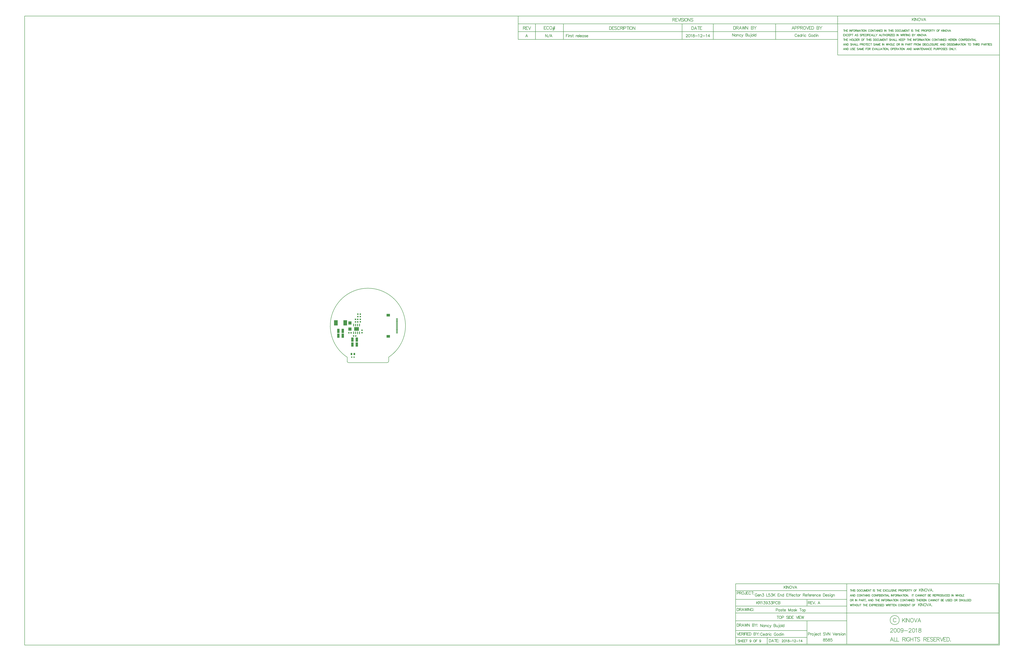
<source format=gtp>
G04 Layer_Color=8421504*
%FSLAX25Y25*%
%MOIN*%
G70*
G01*
G75*
%ADD11R,0.05118X0.01181*%
%ADD12R,0.08661X0.07087*%
%ADD13R,0.03347X0.03740*%
%ADD14R,0.03740X0.03347*%
%ADD15R,0.03740X0.03780*%
%ADD16O,0.02165X0.06890*%
%ADD17R,0.12205X0.09449*%
%ADD18R,0.06102X0.11024*%
%ADD19R,0.09252X0.13386*%
%ADD20R,0.03937X0.05512*%
%ADD21R,0.03150X0.03543*%
%ADD22R,0.08465X0.08465*%
%ADD24C,0.01000*%
%ADD29C,0.00100*%
D11*
X74476Y-18701D02*
D03*
Y-16732D02*
D03*
Y-14764D02*
D03*
Y-12795D02*
D03*
Y4921D02*
D03*
Y2953D02*
D03*
Y984D02*
D03*
Y-984D02*
D03*
Y-2953D02*
D03*
Y-4921D02*
D03*
Y-6890D02*
D03*
Y6890D02*
D03*
Y8858D02*
D03*
Y10827D02*
D03*
Y12795D02*
D03*
Y14764D02*
D03*
Y16732D02*
D03*
Y18701D02*
D03*
Y-8858D02*
D03*
Y-10827D02*
D03*
D12*
X52232Y27165D02*
D03*
Y-27165D02*
D03*
D13*
X-25650Y30000D02*
D03*
X-19350D02*
D03*
Y23500D02*
D03*
X-25650D02*
D03*
D14*
X-19500Y10350D02*
D03*
Y16650D02*
D03*
X-15000Y-17650D02*
D03*
Y-11350D02*
D03*
D15*
X-26146Y16500D02*
D03*
X-31854D02*
D03*
X-26146Y10000D02*
D03*
X-31854D02*
D03*
X-43146Y-18000D02*
D03*
X-48854D02*
D03*
X-31146Y-26000D02*
D03*
X-36854D02*
D03*
D16*
X-36500Y1941D02*
D03*
X-31500D02*
D03*
X-26500Y1941D02*
D03*
X-21500D02*
D03*
Y-17941D02*
D03*
X-26500D02*
D03*
X-31500Y-17941D02*
D03*
X-36500Y-17941D02*
D03*
D17*
X-29000Y-8000D02*
D03*
D18*
X-75610Y-25500D02*
D03*
X-64390D02*
D03*
X-75610Y-13000D02*
D03*
X-64390Y-13000D02*
D03*
X-28390Y-35500D02*
D03*
X-39610Y-35500D02*
D03*
X-28390Y-48000D02*
D03*
X-39610Y-48000D02*
D03*
D19*
X-81910Y7500D02*
D03*
X-58091D02*
D03*
D20*
X-42142Y-72500D02*
D03*
X-34858D02*
D03*
D21*
X-35547Y-80500D02*
D03*
X-41453D02*
D03*
D22*
X-46000Y-8374D02*
D03*
Y7374D02*
D03*
D24*
X1006462Y-765188D02*
Y-772186D01*
Y-765188D02*
X1011127Y-772186D01*
Y-765188D02*
Y-772186D01*
X1017059Y-767521D02*
Y-772186D01*
Y-768520D02*
X1016393Y-767854D01*
X1015726Y-767521D01*
X1014726D01*
X1014060Y-767854D01*
X1013393Y-768520D01*
X1013060Y-769520D01*
Y-770187D01*
X1013393Y-771186D01*
X1014060Y-771853D01*
X1014726Y-772186D01*
X1015726D01*
X1016393Y-771853D01*
X1017059Y-771186D01*
X1018925Y-767521D02*
Y-772186D01*
Y-768854D02*
X1019925Y-767854D01*
X1020592Y-767521D01*
X1021592D01*
X1022258Y-767854D01*
X1022591Y-768854D01*
Y-772186D01*
X1028424Y-768520D02*
X1027757Y-767854D01*
X1027090Y-767521D01*
X1026091D01*
X1025424Y-767854D01*
X1024758Y-768520D01*
X1024424Y-769520D01*
Y-770187D01*
X1024758Y-771186D01*
X1025424Y-771853D01*
X1026091Y-772186D01*
X1027090D01*
X1027757Y-771853D01*
X1028424Y-771186D01*
X1030256Y-767521D02*
X1032256Y-772186D01*
X1034256Y-767521D02*
X1032256Y-772186D01*
X1031590Y-773519D01*
X1030923Y-774186D01*
X1030256Y-774519D01*
X1029923D01*
X1040921Y-765188D02*
Y-772186D01*
Y-765188D02*
X1043920D01*
X1044920Y-765521D01*
X1045253Y-765854D01*
X1045586Y-766521D01*
Y-767187D01*
X1045253Y-767854D01*
X1044920Y-768187D01*
X1043920Y-768520D01*
X1040921D02*
X1043920D01*
X1044920Y-768854D01*
X1045253Y-769187D01*
X1045586Y-769853D01*
Y-770853D01*
X1045253Y-771520D01*
X1044920Y-771853D01*
X1043920Y-772186D01*
X1040921D01*
X1047153Y-767521D02*
Y-770853D01*
X1047486Y-771853D01*
X1048153Y-772186D01*
X1049152D01*
X1049819Y-771853D01*
X1050819Y-770853D01*
Y-767521D02*
Y-772186D01*
X1053985Y-765188D02*
X1054318Y-765521D01*
X1054651Y-765188D01*
X1054318Y-764854D01*
X1053985Y-765188D01*
X1054318Y-767521D02*
Y-773186D01*
X1053985Y-774186D01*
X1053318Y-774519D01*
X1052652D01*
X1057617Y-767521D02*
X1056951Y-767854D01*
X1056284Y-768520D01*
X1055951Y-769520D01*
Y-770187D01*
X1056284Y-771186D01*
X1056951Y-771853D01*
X1057617Y-772186D01*
X1058617D01*
X1059284Y-771853D01*
X1059950Y-771186D01*
X1060283Y-770187D01*
Y-769520D01*
X1059950Y-768520D01*
X1059284Y-767854D01*
X1058617Y-767521D01*
X1057617D01*
X1061816Y-765188D02*
Y-772186D01*
X1067282Y-765188D02*
Y-772186D01*
Y-768520D02*
X1066615Y-767854D01*
X1065949Y-767521D01*
X1064949D01*
X1064282Y-767854D01*
X1063616Y-768520D01*
X1063283Y-769520D01*
Y-770187D01*
X1063616Y-771186D01*
X1064282Y-771853D01*
X1064949Y-772186D01*
X1065949D01*
X1066615Y-771853D01*
X1067282Y-771186D01*
X1011460Y-789354D02*
X1011127Y-788688D01*
X1010461Y-788021D01*
X1009794Y-787688D01*
X1008461D01*
X1007794Y-788021D01*
X1007128Y-788688D01*
X1006795Y-789354D01*
X1006462Y-790354D01*
Y-792020D01*
X1006795Y-793020D01*
X1007128Y-793686D01*
X1007794Y-794353D01*
X1008461Y-794686D01*
X1009794D01*
X1010461Y-794353D01*
X1011127Y-793686D01*
X1011460Y-793020D01*
X1013427Y-792020D02*
X1017426D01*
Y-791354D01*
X1017093Y-790687D01*
X1016759Y-790354D01*
X1016093Y-790021D01*
X1015093D01*
X1014427Y-790354D01*
X1013760Y-791020D01*
X1013427Y-792020D01*
Y-792687D01*
X1013760Y-793686D01*
X1014427Y-794353D01*
X1015093Y-794686D01*
X1016093D01*
X1016759Y-794353D01*
X1017426Y-793686D01*
X1022925Y-787688D02*
Y-794686D01*
Y-791020D02*
X1022258Y-790354D01*
X1021592Y-790021D01*
X1020592D01*
X1019925Y-790354D01*
X1019259Y-791020D01*
X1018925Y-792020D01*
Y-792687D01*
X1019259Y-793686D01*
X1019925Y-794353D01*
X1020592Y-794686D01*
X1021592D01*
X1022258Y-794353D01*
X1022925Y-793686D01*
X1024791Y-790021D02*
Y-794686D01*
Y-792020D02*
X1025124Y-791020D01*
X1025791Y-790354D01*
X1026457Y-790021D01*
X1027457D01*
X1028757Y-787688D02*
X1029090Y-788021D01*
X1029423Y-787688D01*
X1029090Y-787355D01*
X1028757Y-787688D01*
X1029090Y-790021D02*
Y-794686D01*
X1034655Y-791020D02*
X1033989Y-790354D01*
X1033322Y-790021D01*
X1032323D01*
X1031656Y-790354D01*
X1030990Y-791020D01*
X1030656Y-792020D01*
Y-792687D01*
X1030990Y-793686D01*
X1031656Y-794353D01*
X1032323Y-794686D01*
X1033322D01*
X1033989Y-794353D01*
X1034655Y-793686D01*
X1046653Y-789354D02*
X1046320Y-788688D01*
X1045653Y-788021D01*
X1044987Y-787688D01*
X1043653D01*
X1042987Y-788021D01*
X1042321Y-788688D01*
X1041987Y-789354D01*
X1041654Y-790354D01*
Y-792020D01*
X1041987Y-793020D01*
X1042321Y-793686D01*
X1042987Y-794353D01*
X1043653Y-794686D01*
X1044987D01*
X1045653Y-794353D01*
X1046320Y-793686D01*
X1046653Y-793020D01*
Y-792020D01*
X1044987D02*
X1046653D01*
X1049919Y-790021D02*
X1049252Y-790354D01*
X1048586Y-791020D01*
X1048252Y-792020D01*
Y-792687D01*
X1048586Y-793686D01*
X1049252Y-794353D01*
X1049919Y-794686D01*
X1050919D01*
X1051585Y-794353D01*
X1052252Y-793686D01*
X1052585Y-792687D01*
Y-792020D01*
X1052252Y-791020D01*
X1051585Y-790354D01*
X1050919Y-790021D01*
X1049919D01*
X1058117Y-787688D02*
Y-794686D01*
Y-791020D02*
X1057451Y-790354D01*
X1056784Y-790021D01*
X1055784D01*
X1055118Y-790354D01*
X1054451Y-791020D01*
X1054118Y-792020D01*
Y-792687D01*
X1054451Y-793686D01*
X1055118Y-794353D01*
X1055784Y-794686D01*
X1056784D01*
X1057451Y-794353D01*
X1058117Y-793686D01*
X1060650Y-787688D02*
X1060983Y-788021D01*
X1061316Y-787688D01*
X1060983Y-787355D01*
X1060650Y-787688D01*
X1060983Y-790021D02*
Y-794686D01*
X1062549Y-790021D02*
Y-794686D01*
Y-791354D02*
X1063549Y-790354D01*
X1064216Y-790021D01*
X1065216D01*
X1065882Y-790354D01*
X1066215Y-791354D01*
Y-794686D01*
X952999Y-806358D02*
X952428Y-805787D01*
X951571Y-805501D01*
X950428D01*
X949571Y-805787D01*
X949000Y-806358D01*
Y-806930D01*
X949286Y-807501D01*
X949571Y-807786D01*
X950143Y-808072D01*
X951857Y-808644D01*
X952428Y-808929D01*
X952713Y-809215D01*
X952999Y-809786D01*
Y-810643D01*
X952428Y-811214D01*
X951571Y-811500D01*
X950428D01*
X949571Y-811214D01*
X949000Y-810643D01*
X954342Y-805501D02*
Y-811500D01*
X958341Y-805501D02*
Y-811500D01*
X954342Y-808358D02*
X958341D01*
X963711Y-805501D02*
X959998D01*
Y-811500D01*
X963711D01*
X959998Y-808358D02*
X962283D01*
X968424Y-805501D02*
X964711D01*
Y-811500D01*
X968424D01*
X964711Y-808358D02*
X966996D01*
X971424Y-805501D02*
Y-811500D01*
X969424Y-805501D02*
X973423D01*
X982564Y-807501D02*
X982279Y-808358D01*
X981707Y-808929D01*
X980850Y-809215D01*
X980565D01*
X979708Y-808929D01*
X979136Y-808358D01*
X978851Y-807501D01*
Y-807215D01*
X979136Y-806358D01*
X979708Y-805787D01*
X980565Y-805501D01*
X980850D01*
X981707Y-805787D01*
X982279Y-806358D01*
X982564Y-807501D01*
Y-808929D01*
X982279Y-810357D01*
X981707Y-811214D01*
X980850Y-811500D01*
X980279D01*
X979422Y-811214D01*
X979136Y-810643D01*
X990620Y-805501D02*
X990048Y-805787D01*
X989477Y-806358D01*
X989191Y-806930D01*
X988906Y-807786D01*
Y-809215D01*
X989191Y-810072D01*
X989477Y-810643D01*
X990048Y-811214D01*
X990620Y-811500D01*
X991762D01*
X992334Y-811214D01*
X992905Y-810643D01*
X993191Y-810072D01*
X993476Y-809215D01*
Y-807786D01*
X993191Y-806930D01*
X992905Y-806358D01*
X992334Y-805787D01*
X991762Y-805501D01*
X990620D01*
X994876D02*
Y-811500D01*
Y-805501D02*
X998589D01*
X994876Y-808358D02*
X997161D01*
X1007702Y-807501D02*
X1007416Y-808358D01*
X1006845Y-808929D01*
X1005988Y-809215D01*
X1005702D01*
X1004845Y-808929D01*
X1004274Y-808358D01*
X1003988Y-807501D01*
Y-807215D01*
X1004274Y-806358D01*
X1004845Y-805787D01*
X1005702Y-805501D01*
X1005988D01*
X1006845Y-805787D01*
X1007416Y-806358D01*
X1007702Y-807501D01*
Y-808929D01*
X1007416Y-810357D01*
X1006845Y-811214D01*
X1005988Y-811500D01*
X1005416D01*
X1004560Y-811214D01*
X1004274Y-810643D01*
X1046461Y-728854D02*
X1049461D01*
X1050461Y-728520D01*
X1050794Y-728187D01*
X1051127Y-727521D01*
Y-726521D01*
X1050794Y-725854D01*
X1050461Y-725521D01*
X1049461Y-725188D01*
X1046461D01*
Y-732186D01*
X1056693Y-727521D02*
Y-732186D01*
Y-728520D02*
X1056026Y-727854D01*
X1055360Y-727521D01*
X1054360D01*
X1053693Y-727854D01*
X1053027Y-728520D01*
X1052693Y-729520D01*
Y-730187D01*
X1053027Y-731186D01*
X1053693Y-731853D01*
X1054360Y-732186D01*
X1055360D01*
X1056026Y-731853D01*
X1056693Y-731186D01*
X1062225Y-728520D02*
X1061891Y-727854D01*
X1060892Y-727521D01*
X1059892D01*
X1058892Y-727854D01*
X1058559Y-728520D01*
X1058892Y-729187D01*
X1059559Y-729520D01*
X1061225Y-729853D01*
X1061891Y-730187D01*
X1062225Y-730853D01*
Y-731186D01*
X1061891Y-731853D01*
X1060892Y-732186D01*
X1059892D01*
X1058892Y-731853D01*
X1058559Y-731186D01*
X1064691Y-725188D02*
Y-730853D01*
X1065024Y-731853D01*
X1065691Y-732186D01*
X1066357D01*
X1063691Y-727521D02*
X1066024D01*
X1067357Y-729520D02*
X1071356D01*
Y-728854D01*
X1071023Y-728187D01*
X1070690Y-727854D01*
X1070023Y-727521D01*
X1069023D01*
X1068357Y-727854D01*
X1067690Y-728520D01*
X1067357Y-729520D01*
Y-730187D01*
X1067690Y-731186D01*
X1068357Y-731853D01*
X1069023Y-732186D01*
X1070023D01*
X1070690Y-731853D01*
X1071356Y-731186D01*
X1078355Y-725188D02*
Y-732186D01*
Y-725188D02*
X1081021Y-732186D01*
X1083687Y-725188D02*
X1081021Y-732186D01*
X1083687Y-725188D02*
Y-732186D01*
X1089686Y-727521D02*
Y-732186D01*
Y-728520D02*
X1089019Y-727854D01*
X1088352Y-727521D01*
X1087353D01*
X1086686Y-727854D01*
X1086020Y-728520D01*
X1085686Y-729520D01*
Y-730187D01*
X1086020Y-731186D01*
X1086686Y-731853D01*
X1087353Y-732186D01*
X1088352D01*
X1089019Y-731853D01*
X1089686Y-731186D01*
X1095218Y-728520D02*
X1094884Y-727854D01*
X1093885Y-727521D01*
X1092885D01*
X1091885Y-727854D01*
X1091552Y-728520D01*
X1091885Y-729187D01*
X1092552Y-729520D01*
X1094218Y-729853D01*
X1094884Y-730187D01*
X1095218Y-730853D01*
Y-731186D01*
X1094884Y-731853D01*
X1093885Y-732186D01*
X1092885D01*
X1091885Y-731853D01*
X1091552Y-731186D01*
X1096684Y-725188D02*
Y-732186D01*
X1100017Y-727521D02*
X1096684Y-730853D01*
X1098017Y-729520D02*
X1100350Y-732186D01*
X1109281Y-725188D02*
Y-732186D01*
X1106948Y-725188D02*
X1111614D01*
X1114114Y-727521D02*
X1113447Y-727854D01*
X1112781Y-728520D01*
X1112447Y-729520D01*
Y-730187D01*
X1112781Y-731186D01*
X1113447Y-731853D01*
X1114114Y-732186D01*
X1115114D01*
X1115780Y-731853D01*
X1116446Y-731186D01*
X1116780Y-730187D01*
Y-729520D01*
X1116446Y-728520D01*
X1115780Y-727854D01*
X1115114Y-727521D01*
X1114114D01*
X1118313D02*
Y-734519D01*
Y-728520D02*
X1118979Y-727854D01*
X1119646Y-727521D01*
X1120646D01*
X1121312Y-727854D01*
X1121979Y-728520D01*
X1122312Y-729520D01*
Y-730187D01*
X1121979Y-731186D01*
X1121312Y-731853D01*
X1120646Y-732186D01*
X1119646D01*
X1118979Y-731853D01*
X1118313Y-731186D01*
X1362662Y-755000D02*
G03*
X1362662Y-755000I-11662J0D01*
G01*
X49213Y-94496D02*
G03*
X53150Y-90559I0J3937D01*
G01*
X53150Y-80500D02*
G03*
X-53150Y-80500I-53150J80492D01*
G01*
X-53150Y-90559D02*
G03*
X-49213Y-94496I3937J0D01*
G01*
X1126028Y-719000D02*
Y-701814D01*
X944000Y-719000D02*
X1228000D01*
X943038Y-701814D02*
X1228039D01*
X1024039Y-816814D02*
Y-799314D01*
X1227759Y-661814D02*
X1617759D01*
Y-816814D02*
Y-661814D01*
X1227759Y-816814D02*
X1617759D01*
X1227759Y-736814D02*
X1617759D01*
X1126028Y-816814D02*
Y-756814D01*
X943038Y-661814D02*
X1228039D01*
Y-816814D02*
Y-661814D01*
X943038Y-816814D02*
X1228039D01*
X943038D02*
Y-661814D01*
Y-781814D02*
X1126000D01*
X943038Y-799314D02*
X1126000D01*
X943038Y-736814D02*
X1228039D01*
X943038Y-679314D02*
X1228039D01*
X943038Y-756814D02*
X1228039D01*
X1204635Y775037D02*
Y795037D01*
X385135Y775037D02*
Y795037D01*
Y775037D02*
X1204635D01*
X429635Y755037D02*
Y775037D01*
X501271Y755000D02*
Y775000D01*
X805635Y755037D02*
Y775037D01*
X885635Y755037D02*
Y775037D01*
X1045725Y754909D02*
Y774909D01*
X385135Y755037D02*
Y775037D01*
Y755037D02*
X1204635D01*
X1204635Y755037D02*
Y775037D01*
X385135D02*
X1204635D01*
X429635Y735037D02*
Y755037D01*
X501271Y735000D02*
Y755000D01*
X805635Y735037D02*
Y755037D01*
X885635Y735037D02*
Y755037D01*
X1045725Y734909D02*
Y754909D01*
X385135Y735037D02*
Y755037D01*
Y735037D02*
X1204635D01*
X1204635Y735037D02*
Y755037D01*
X385135D02*
X1204635D01*
X1204635Y715037D02*
Y735037D01*
X385135D02*
X1204635D01*
X1204635Y695037D02*
Y715037D01*
Y775037D02*
X1619635D01*
X1204635Y695037D02*
X1619635D01*
X-880365Y-819136D02*
Y795037D01*
Y-819136D02*
X1619635D01*
Y795037D01*
X-880365D02*
X1619635D01*
Y695037D02*
Y775037D01*
Y795037D01*
X1129635D02*
X1619635D01*
X-49187Y-94496D02*
X49213D01*
X53150Y-90559D02*
Y-80500D01*
X-53150Y-90559D02*
Y-80500D01*
X1169166Y-802501D02*
X1168167Y-802835D01*
X1167833Y-803501D01*
Y-804168D01*
X1168167Y-804834D01*
X1168833Y-805168D01*
X1170166Y-805501D01*
X1171166Y-805834D01*
X1171832Y-806501D01*
X1172166Y-807167D01*
Y-808167D01*
X1171832Y-808834D01*
X1171499Y-809167D01*
X1170499Y-809500D01*
X1169166D01*
X1168167Y-809167D01*
X1167833Y-808834D01*
X1167500Y-808167D01*
Y-807167D01*
X1167833Y-806501D01*
X1168500Y-805834D01*
X1169500Y-805501D01*
X1170833Y-805168D01*
X1171499Y-804834D01*
X1171832Y-804168D01*
Y-803501D01*
X1171499Y-802835D01*
X1170499Y-802501D01*
X1169166D01*
X1177731D02*
X1174399D01*
X1174065Y-805501D01*
X1174399Y-805168D01*
X1175398Y-804834D01*
X1176398D01*
X1177398Y-805168D01*
X1178064Y-805834D01*
X1178398Y-806834D01*
Y-807500D01*
X1178064Y-808500D01*
X1177398Y-809167D01*
X1176398Y-809500D01*
X1175398D01*
X1174399Y-809167D01*
X1174065Y-808834D01*
X1173732Y-808167D01*
X1181630Y-802501D02*
X1180630Y-802835D01*
X1180297Y-803501D01*
Y-804168D01*
X1180630Y-804834D01*
X1181297Y-805168D01*
X1182630Y-805501D01*
X1183630Y-805834D01*
X1184296Y-806501D01*
X1184630Y-807167D01*
Y-808167D01*
X1184296Y-808834D01*
X1183963Y-809167D01*
X1182963Y-809500D01*
X1181630D01*
X1180630Y-809167D01*
X1180297Y-808834D01*
X1179964Y-808167D01*
Y-807167D01*
X1180297Y-806501D01*
X1180964Y-805834D01*
X1181964Y-805501D01*
X1183297Y-805168D01*
X1183963Y-804834D01*
X1184296Y-804168D01*
Y-803501D01*
X1183963Y-802835D01*
X1182963Y-802501D01*
X1181630D01*
X1190195D02*
X1186862D01*
X1186529Y-805501D01*
X1186862Y-805168D01*
X1187862Y-804834D01*
X1188862D01*
X1189862Y-805168D01*
X1190528Y-805834D01*
X1190862Y-806834D01*
Y-807500D01*
X1190528Y-808500D01*
X1189862Y-809167D01*
X1188862Y-809500D01*
X1187862D01*
X1186862Y-809167D01*
X1186529Y-808834D01*
X1186196Y-808167D01*
X1129000Y-790667D02*
X1131999D01*
X1132999Y-790334D01*
X1133332Y-790001D01*
X1133666Y-789334D01*
Y-788335D01*
X1133332Y-787668D01*
X1132999Y-787335D01*
X1131999Y-787002D01*
X1129000D01*
Y-794000D01*
X1135232Y-789334D02*
Y-794000D01*
Y-791334D02*
X1135565Y-790334D01*
X1136232Y-789668D01*
X1136898Y-789334D01*
X1137898D01*
X1140198D02*
X1139531Y-789668D01*
X1138865Y-790334D01*
X1138531Y-791334D01*
Y-792000D01*
X1138865Y-793000D01*
X1139531Y-793667D01*
X1140198Y-794000D01*
X1141197D01*
X1141864Y-793667D01*
X1142530Y-793000D01*
X1142864Y-792000D01*
Y-791334D01*
X1142530Y-790334D01*
X1141864Y-789668D01*
X1141197Y-789334D01*
X1140198D01*
X1145730Y-787002D02*
X1146063Y-787335D01*
X1146396Y-787002D01*
X1146063Y-786668D01*
X1145730Y-787002D01*
X1146063Y-789334D02*
Y-795000D01*
X1145730Y-796000D01*
X1145063Y-796333D01*
X1144397D01*
X1147696Y-791334D02*
X1151695D01*
Y-790667D01*
X1151362Y-790001D01*
X1151029Y-789668D01*
X1150362Y-789334D01*
X1149362D01*
X1148696Y-789668D01*
X1148029Y-790334D01*
X1147696Y-791334D01*
Y-792000D01*
X1148029Y-793000D01*
X1148696Y-793667D01*
X1149362Y-794000D01*
X1150362D01*
X1151029Y-793667D01*
X1151695Y-793000D01*
X1157194Y-790334D02*
X1156527Y-789668D01*
X1155861Y-789334D01*
X1154861D01*
X1154195Y-789668D01*
X1153528Y-790334D01*
X1153195Y-791334D01*
Y-792000D01*
X1153528Y-793000D01*
X1154195Y-793667D01*
X1154861Y-794000D01*
X1155861D01*
X1156527Y-793667D01*
X1157194Y-793000D01*
X1159693Y-787002D02*
Y-792667D01*
X1160027Y-793667D01*
X1160693Y-794000D01*
X1161360D01*
X1158694Y-789334D02*
X1161026D01*
X1172524Y-788001D02*
X1171857Y-787335D01*
X1170858Y-787002D01*
X1169525D01*
X1168525Y-787335D01*
X1167858Y-788001D01*
Y-788668D01*
X1168192Y-789334D01*
X1168525Y-789668D01*
X1169191Y-790001D01*
X1171191Y-790667D01*
X1171857Y-791001D01*
X1172191Y-791334D01*
X1172524Y-792000D01*
Y-793000D01*
X1171857Y-793667D01*
X1170858Y-794000D01*
X1169525D01*
X1168525Y-793667D01*
X1167858Y-793000D01*
X1174090Y-787002D02*
X1176756Y-794000D01*
X1179422Y-787002D02*
X1176756Y-794000D01*
X1180322Y-787002D02*
Y-794000D01*
Y-787002D02*
X1184988Y-794000D01*
Y-787002D02*
Y-794000D01*
X1192420Y-787002D02*
X1195086Y-794000D01*
X1197752Y-787002D02*
X1195086Y-794000D01*
X1198652Y-791334D02*
X1202651D01*
Y-790667D01*
X1202318Y-790001D01*
X1201984Y-789668D01*
X1201318Y-789334D01*
X1200318D01*
X1199652Y-789668D01*
X1198985Y-790334D01*
X1198652Y-791334D01*
Y-792000D01*
X1198985Y-793000D01*
X1199652Y-793667D01*
X1200318Y-794000D01*
X1201318D01*
X1201984Y-793667D01*
X1202651Y-793000D01*
X1204151Y-789334D02*
Y-794000D01*
Y-791334D02*
X1204484Y-790334D01*
X1205150Y-789668D01*
X1205817Y-789334D01*
X1206817D01*
X1211116Y-790334D02*
X1210783Y-789668D01*
X1209783Y-789334D01*
X1208783D01*
X1207783Y-789668D01*
X1207450Y-790334D01*
X1207783Y-791001D01*
X1208450Y-791334D01*
X1210116Y-791667D01*
X1210783Y-792000D01*
X1211116Y-792667D01*
Y-793000D01*
X1210783Y-793667D01*
X1209783Y-794000D01*
X1208783D01*
X1207783Y-793667D01*
X1207450Y-793000D01*
X1213249Y-787002D02*
X1213582Y-787335D01*
X1213915Y-787002D01*
X1213582Y-786668D01*
X1213249Y-787002D01*
X1213582Y-789334D02*
Y-794000D01*
X1216815Y-789334D02*
X1216148Y-789668D01*
X1215481Y-790334D01*
X1215148Y-791334D01*
Y-792000D01*
X1215481Y-793000D01*
X1216148Y-793667D01*
X1216815Y-794000D01*
X1217814D01*
X1218481Y-793667D01*
X1219147Y-793000D01*
X1219481Y-792000D01*
Y-791334D01*
X1219147Y-790334D01*
X1218481Y-789668D01*
X1217814Y-789334D01*
X1216815D01*
X1221014D02*
Y-794000D01*
Y-790667D02*
X1222013Y-789668D01*
X1222680Y-789334D01*
X1223680D01*
X1224346Y-789668D01*
X1224679Y-790667D01*
Y-794000D01*
X1159332Y-714000D02*
X1156666Y-707001D01*
X1154000Y-714000D01*
X1155000Y-711667D02*
X1158332D01*
X1129000Y-707001D02*
Y-714000D01*
Y-707001D02*
X1131999D01*
X1132999Y-707335D01*
X1133332Y-707668D01*
X1133666Y-708335D01*
Y-709001D01*
X1133332Y-709668D01*
X1132999Y-710001D01*
X1131999Y-710334D01*
X1129000D01*
X1131333D02*
X1133666Y-714000D01*
X1139564Y-707001D02*
X1135232D01*
Y-714000D01*
X1139564D01*
X1135232Y-710334D02*
X1137898D01*
X1140731Y-707001D02*
X1143397Y-714000D01*
X1146063Y-707001D02*
X1143397Y-714000D01*
X1147296Y-713334D02*
X1146963Y-713667D01*
X1147296Y-714000D01*
X1147629Y-713667D01*
X1147296Y-713334D01*
X996500Y-707001D02*
Y-714000D01*
X1001166Y-707001D02*
X996500Y-711667D01*
X998166Y-710001D02*
X1001166Y-714000D01*
X1002732Y-707001D02*
Y-714000D01*
Y-707001D02*
X1005731D01*
X1006731Y-707335D01*
X1007064Y-707668D01*
X1007398Y-708335D01*
Y-709001D01*
X1007064Y-709668D01*
X1006731Y-710001D01*
X1005731Y-710334D01*
X1002732D01*
X1005065D02*
X1007398Y-714000D01*
X1008964Y-708335D02*
X1009630Y-708001D01*
X1010630Y-707001D01*
Y-714000D01*
X1014763Y-707001D02*
X1018429D01*
X1016429Y-709668D01*
X1017429D01*
X1018095Y-710001D01*
X1018429Y-710334D01*
X1018762Y-711334D01*
Y-712000D01*
X1018429Y-713000D01*
X1017762Y-713667D01*
X1016762Y-714000D01*
X1015763D01*
X1014763Y-713667D01*
X1014429Y-713334D01*
X1014096Y-712667D01*
X1024661Y-709334D02*
X1024327Y-710334D01*
X1023661Y-711001D01*
X1022661Y-711334D01*
X1022328D01*
X1021328Y-711001D01*
X1020662Y-710334D01*
X1020328Y-709334D01*
Y-709001D01*
X1020662Y-708001D01*
X1021328Y-707335D01*
X1022328Y-707001D01*
X1022661D01*
X1023661Y-707335D01*
X1024327Y-708001D01*
X1024661Y-709334D01*
Y-711001D01*
X1024327Y-712667D01*
X1023661Y-713667D01*
X1022661Y-714000D01*
X1021994D01*
X1020995Y-713667D01*
X1020662Y-713000D01*
X1027227Y-707001D02*
X1030893D01*
X1028893Y-709668D01*
X1029893D01*
X1030559Y-710001D01*
X1030893Y-710334D01*
X1031226Y-711334D01*
Y-712000D01*
X1030893Y-713000D01*
X1030226Y-713667D01*
X1029226Y-714000D01*
X1028226D01*
X1027227Y-713667D01*
X1026894Y-713334D01*
X1026560Y-712667D01*
X1033459Y-707001D02*
X1037125D01*
X1035125Y-709668D01*
X1036125D01*
X1036791Y-710001D01*
X1037125Y-710334D01*
X1037458Y-711334D01*
Y-712000D01*
X1037125Y-713000D01*
X1036458Y-713667D01*
X1035458Y-714000D01*
X1034459D01*
X1033459Y-713667D01*
X1033125Y-713334D01*
X1032792Y-712667D01*
X1039024Y-710667D02*
X1042024D01*
X1043023Y-710334D01*
X1043357Y-710001D01*
X1043690Y-709334D01*
Y-708335D01*
X1043357Y-707668D01*
X1043023Y-707335D01*
X1042024Y-707001D01*
X1039024D01*
Y-714000D01*
X1050255Y-708668D02*
X1049922Y-708001D01*
X1049255Y-707335D01*
X1048589Y-707001D01*
X1047256D01*
X1046589Y-707335D01*
X1045923Y-708001D01*
X1045590Y-708668D01*
X1045256Y-709668D01*
Y-711334D01*
X1045590Y-712334D01*
X1045923Y-713000D01*
X1046589Y-713667D01*
X1047256Y-714000D01*
X1048589D01*
X1049255Y-713667D01*
X1049922Y-713000D01*
X1050255Y-712334D01*
X1052221Y-707001D02*
Y-714000D01*
Y-707001D02*
X1055221D01*
X1056221Y-707335D01*
X1056554Y-707668D01*
X1056887Y-708335D01*
Y-709001D01*
X1056554Y-709668D01*
X1056221Y-710001D01*
X1055221Y-710334D01*
X1052221D02*
X1055221D01*
X1056221Y-710667D01*
X1056554Y-711001D01*
X1056887Y-711667D01*
Y-712667D01*
X1056554Y-713334D01*
X1056221Y-713667D01*
X1055221Y-714000D01*
X1052221D01*
X997999Y-688668D02*
X997666Y-688001D01*
X996999Y-687335D01*
X996333Y-687002D01*
X995000D01*
X994333Y-687335D01*
X993666Y-688001D01*
X993333Y-688668D01*
X993000Y-689668D01*
Y-691334D01*
X993333Y-692334D01*
X993666Y-693000D01*
X994333Y-693667D01*
X995000Y-694000D01*
X996333D01*
X996999Y-693667D01*
X997666Y-693000D01*
X997999Y-692334D01*
Y-691334D01*
X996333D02*
X997999D01*
X999599D02*
X1003598D01*
Y-690667D01*
X1003265Y-690001D01*
X1002931Y-689668D01*
X1002265Y-689334D01*
X1001265D01*
X1000598Y-689668D01*
X999932Y-690334D01*
X999599Y-691334D01*
Y-692000D01*
X999932Y-693000D01*
X1000598Y-693667D01*
X1001265Y-694000D01*
X1002265D01*
X1002931Y-693667D01*
X1003598Y-693000D01*
X1005097Y-689334D02*
Y-694000D01*
Y-690667D02*
X1006097Y-689668D01*
X1006764Y-689334D01*
X1007763D01*
X1008430Y-689668D01*
X1008763Y-690667D01*
Y-694000D01*
X1011263Y-687002D02*
X1014929D01*
X1012929Y-689668D01*
X1013929D01*
X1014595Y-690001D01*
X1014929Y-690334D01*
X1015262Y-691334D01*
Y-692000D01*
X1014929Y-693000D01*
X1014262Y-693667D01*
X1013262Y-694000D01*
X1012263D01*
X1011263Y-693667D01*
X1010929Y-693333D01*
X1010596Y-692667D01*
X1022327Y-687002D02*
Y-694000D01*
X1026326D01*
X1031092Y-687002D02*
X1027759D01*
X1027426Y-690001D01*
X1027759Y-689668D01*
X1028759Y-689334D01*
X1029759D01*
X1030759Y-689668D01*
X1031425Y-690334D01*
X1031758Y-691334D01*
Y-692000D01*
X1031425Y-693000D01*
X1030759Y-693667D01*
X1029759Y-694000D01*
X1028759D01*
X1027759Y-693667D01*
X1027426Y-693333D01*
X1027093Y-692667D01*
X1033991Y-687002D02*
X1037657D01*
X1035658Y-689668D01*
X1036657D01*
X1037324Y-690001D01*
X1037657Y-690334D01*
X1037990Y-691334D01*
Y-692000D01*
X1037657Y-693000D01*
X1036991Y-693667D01*
X1035991Y-694000D01*
X1034991D01*
X1033991Y-693667D01*
X1033658Y-693333D01*
X1033325Y-692667D01*
X1039557Y-687002D02*
Y-694000D01*
X1044222Y-687002D02*
X1039557Y-691667D01*
X1041223Y-690001D02*
X1044222Y-694000D01*
X1055620Y-687002D02*
X1051287D01*
Y-694000D01*
X1055620D01*
X1051287Y-690334D02*
X1053954D01*
X1056786Y-689334D02*
Y-694000D01*
Y-690667D02*
X1057786Y-689668D01*
X1058453Y-689334D01*
X1059452D01*
X1060119Y-689668D01*
X1060452Y-690667D01*
Y-694000D01*
X1066284Y-687002D02*
Y-694000D01*
Y-690334D02*
X1065618Y-689668D01*
X1064951Y-689334D01*
X1063951D01*
X1063285Y-689668D01*
X1062618Y-690334D01*
X1062285Y-691334D01*
Y-692000D01*
X1062618Y-693000D01*
X1063285Y-693667D01*
X1063951Y-694000D01*
X1064951D01*
X1065618Y-693667D01*
X1066284Y-693000D01*
X1077982Y-687002D02*
X1073649D01*
Y-694000D01*
X1077982D01*
X1073649Y-690334D02*
X1076315D01*
X1081814Y-687002D02*
X1081148D01*
X1080481Y-687335D01*
X1080148Y-688335D01*
Y-694000D01*
X1079148Y-689334D02*
X1081481D01*
X1085480Y-687002D02*
X1084814D01*
X1084147Y-687335D01*
X1083814Y-688335D01*
Y-694000D01*
X1082814Y-689334D02*
X1085147D01*
X1086480Y-691334D02*
X1090479D01*
Y-690667D01*
X1090146Y-690001D01*
X1089813Y-689668D01*
X1089146Y-689334D01*
X1088146D01*
X1087480Y-689668D01*
X1086813Y-690334D01*
X1086480Y-691334D01*
Y-692000D01*
X1086813Y-693000D01*
X1087480Y-693667D01*
X1088146Y-694000D01*
X1089146D01*
X1089813Y-693667D01*
X1090479Y-693000D01*
X1095978Y-690334D02*
X1095311Y-689668D01*
X1094645Y-689334D01*
X1093645D01*
X1092979Y-689668D01*
X1092312Y-690334D01*
X1091979Y-691334D01*
Y-692000D01*
X1092312Y-693000D01*
X1092979Y-693667D01*
X1093645Y-694000D01*
X1094645D01*
X1095311Y-693667D01*
X1095978Y-693000D01*
X1098477Y-687002D02*
Y-692667D01*
X1098811Y-693667D01*
X1099477Y-694000D01*
X1100144D01*
X1097478Y-689334D02*
X1099810D01*
X1102810D02*
X1102143Y-689668D01*
X1101477Y-690334D01*
X1101143Y-691334D01*
Y-692000D01*
X1101477Y-693000D01*
X1102143Y-693667D01*
X1102810Y-694000D01*
X1103810D01*
X1104476Y-693667D01*
X1105143Y-693000D01*
X1105476Y-692000D01*
Y-691334D01*
X1105143Y-690334D01*
X1104476Y-689668D01*
X1103810Y-689334D01*
X1102810D01*
X1107009D02*
Y-694000D01*
Y-691334D02*
X1107342Y-690334D01*
X1108009Y-689668D01*
X1108675Y-689334D01*
X1109675D01*
X1115807Y-687002D02*
Y-694000D01*
Y-687002D02*
X1118806D01*
X1119806Y-687335D01*
X1120139Y-687668D01*
X1120473Y-688335D01*
Y-689001D01*
X1120139Y-689668D01*
X1119806Y-690001D01*
X1118806Y-690334D01*
X1115807D01*
X1118140D02*
X1120473Y-694000D01*
X1122039Y-691334D02*
X1126038D01*
Y-690667D01*
X1125705Y-690001D01*
X1125372Y-689668D01*
X1124705Y-689334D01*
X1123705D01*
X1123039Y-689668D01*
X1122372Y-690334D01*
X1122039Y-691334D01*
Y-692000D01*
X1122372Y-693000D01*
X1123039Y-693667D01*
X1123705Y-694000D01*
X1124705D01*
X1125372Y-693667D01*
X1126038Y-693000D01*
X1130204Y-687002D02*
X1129537D01*
X1128871Y-687335D01*
X1128538Y-688335D01*
Y-694000D01*
X1127538Y-689334D02*
X1129871D01*
X1131204Y-691334D02*
X1135203D01*
Y-690667D01*
X1134870Y-690001D01*
X1134536Y-689668D01*
X1133870Y-689334D01*
X1132870D01*
X1132203Y-689668D01*
X1131537Y-690334D01*
X1131204Y-691334D01*
Y-692000D01*
X1131537Y-693000D01*
X1132203Y-693667D01*
X1132870Y-694000D01*
X1133870D01*
X1134536Y-693667D01*
X1135203Y-693000D01*
X1136703Y-689334D02*
Y-694000D01*
Y-691334D02*
X1137036Y-690334D01*
X1137702Y-689668D01*
X1138369Y-689334D01*
X1139369D01*
X1140002Y-691334D02*
X1144001D01*
Y-690667D01*
X1143668Y-690001D01*
X1143334Y-689668D01*
X1142668Y-689334D01*
X1141668D01*
X1141002Y-689668D01*
X1140335Y-690334D01*
X1140002Y-691334D01*
Y-692000D01*
X1140335Y-693000D01*
X1141002Y-693667D01*
X1141668Y-694000D01*
X1142668D01*
X1143334Y-693667D01*
X1144001Y-693000D01*
X1145501Y-689334D02*
Y-694000D01*
Y-690667D02*
X1146500Y-689668D01*
X1147167Y-689334D01*
X1148167D01*
X1148833Y-689668D01*
X1149166Y-690667D01*
Y-694000D01*
X1154999Y-690334D02*
X1154332Y-689668D01*
X1153666Y-689334D01*
X1152666D01*
X1151999Y-689668D01*
X1151333Y-690334D01*
X1151000Y-691334D01*
Y-692000D01*
X1151333Y-693000D01*
X1151999Y-693667D01*
X1152666Y-694000D01*
X1153666D01*
X1154332Y-693667D01*
X1154999Y-693000D01*
X1156498Y-691334D02*
X1160497D01*
Y-690667D01*
X1160164Y-690001D01*
X1159831Y-689668D01*
X1159164Y-689334D01*
X1158165D01*
X1157498Y-689668D01*
X1156831Y-690334D01*
X1156498Y-691334D01*
Y-692000D01*
X1156831Y-693000D01*
X1157498Y-693667D01*
X1158165Y-694000D01*
X1159164D01*
X1159831Y-693667D01*
X1160497Y-693000D01*
X1167496Y-687002D02*
Y-694000D01*
Y-687002D02*
X1169829D01*
X1170829Y-687335D01*
X1171495Y-688001D01*
X1171828Y-688668D01*
X1172162Y-689668D01*
Y-691334D01*
X1171828Y-692334D01*
X1171495Y-693000D01*
X1170829Y-693667D01*
X1169829Y-694000D01*
X1167496D01*
X1173728Y-691334D02*
X1177727D01*
Y-690667D01*
X1177394Y-690001D01*
X1177061Y-689668D01*
X1176394Y-689334D01*
X1175394D01*
X1174728Y-689668D01*
X1174061Y-690334D01*
X1173728Y-691334D01*
Y-692000D01*
X1174061Y-693000D01*
X1174728Y-693667D01*
X1175394Y-694000D01*
X1176394D01*
X1177061Y-693667D01*
X1177727Y-693000D01*
X1182893Y-690334D02*
X1182559Y-689668D01*
X1181560Y-689334D01*
X1180560D01*
X1179560Y-689668D01*
X1179227Y-690334D01*
X1179560Y-691001D01*
X1180227Y-691334D01*
X1181893Y-691667D01*
X1182559Y-692000D01*
X1182893Y-692667D01*
Y-693000D01*
X1182559Y-693667D01*
X1181560Y-694000D01*
X1180560D01*
X1179560Y-693667D01*
X1179227Y-693000D01*
X1185026Y-687002D02*
X1185359Y-687335D01*
X1185692Y-687002D01*
X1185359Y-686668D01*
X1185026Y-687002D01*
X1185359Y-689334D02*
Y-694000D01*
X1190924Y-689334D02*
Y-694666D01*
X1190591Y-695666D01*
X1190258Y-696000D01*
X1189591Y-696333D01*
X1188591D01*
X1187925Y-696000D01*
X1190924Y-690334D02*
X1190258Y-689668D01*
X1189591Y-689334D01*
X1188591D01*
X1187925Y-689668D01*
X1187258Y-690334D01*
X1186925Y-691334D01*
Y-692000D01*
X1187258Y-693000D01*
X1187925Y-693667D01*
X1188591Y-694000D01*
X1189591D01*
X1190258Y-693667D01*
X1190924Y-693000D01*
X1192791Y-689334D02*
Y-694000D01*
Y-690667D02*
X1193790Y-689668D01*
X1194457Y-689334D01*
X1195457D01*
X1196123Y-689668D01*
X1196456Y-690667D01*
Y-694000D01*
X1411500Y-712002D02*
Y-719000D01*
X1416166Y-712002D02*
X1411500Y-716667D01*
X1413166Y-715001D02*
X1416166Y-719000D01*
X1417732Y-712002D02*
Y-719000D01*
X1419198Y-712002D02*
Y-719000D01*
Y-712002D02*
X1423864Y-719000D01*
Y-712002D02*
Y-719000D01*
X1427796Y-712002D02*
X1427130Y-712335D01*
X1426464Y-713001D01*
X1426130Y-713668D01*
X1425797Y-714668D01*
Y-716334D01*
X1426130Y-717334D01*
X1426464Y-718000D01*
X1427130Y-718667D01*
X1427796Y-719000D01*
X1429130D01*
X1429796Y-718667D01*
X1430463Y-718000D01*
X1430796Y-717334D01*
X1431129Y-716334D01*
Y-714668D01*
X1430796Y-713668D01*
X1430463Y-713001D01*
X1429796Y-712335D01*
X1429130Y-712002D01*
X1427796D01*
X1432762D02*
X1435428Y-719000D01*
X1438094Y-712002D02*
X1435428Y-719000D01*
X1444326D02*
X1441660Y-712002D01*
X1438994Y-719000D01*
X1439994Y-716667D02*
X1443326D01*
X1446292Y-718333D02*
X1445959Y-718667D01*
X1446292Y-719000D01*
X1446626Y-718667D01*
X1446292Y-718333D01*
X1414000Y-674502D02*
Y-681500D01*
X1418666Y-674502D02*
X1414000Y-679167D01*
X1415666Y-677501D02*
X1418666Y-681500D01*
X1420232Y-674502D02*
Y-681500D01*
X1421698Y-674502D02*
Y-681500D01*
Y-674502D02*
X1426364Y-681500D01*
Y-674502D02*
Y-681500D01*
X1430297Y-674502D02*
X1429630Y-674835D01*
X1428963Y-675501D01*
X1428630Y-676168D01*
X1428297Y-677168D01*
Y-678834D01*
X1428630Y-679834D01*
X1428963Y-680500D01*
X1429630Y-681167D01*
X1430297Y-681500D01*
X1431630D01*
X1432296Y-681167D01*
X1432963Y-680500D01*
X1433296Y-679834D01*
X1433629Y-678834D01*
Y-677168D01*
X1433296Y-676168D01*
X1432963Y-675501D01*
X1432296Y-674835D01*
X1431630Y-674502D01*
X1430297D01*
X1435262D02*
X1437928Y-681500D01*
X1440594Y-674502D02*
X1437928Y-681500D01*
X1446826D02*
X1444160Y-674502D01*
X1441494Y-681500D01*
X1442494Y-679167D02*
X1445827D01*
X1448792Y-680833D02*
X1448459Y-681167D01*
X1448792Y-681500D01*
X1449126Y-681167D01*
X1448792Y-680833D01*
X1370759Y-750316D02*
Y-760314D01*
X1377424Y-750316D02*
X1370759Y-756981D01*
X1373139Y-754601D02*
X1377424Y-760314D01*
X1379661Y-750316D02*
Y-760314D01*
X1381756Y-750316D02*
Y-760314D01*
Y-750316D02*
X1388421Y-760314D01*
Y-750316D02*
Y-760314D01*
X1394039Y-750316D02*
X1393087Y-750792D01*
X1392135Y-751744D01*
X1391659Y-752696D01*
X1391183Y-754124D01*
Y-756505D01*
X1391659Y-757933D01*
X1392135Y-758885D01*
X1393087Y-759838D01*
X1394039Y-760314D01*
X1395944D01*
X1396896Y-759838D01*
X1397848Y-758885D01*
X1398324Y-757933D01*
X1398800Y-756505D01*
Y-754124D01*
X1398324Y-752696D01*
X1397848Y-751744D01*
X1396896Y-750792D01*
X1395944Y-750316D01*
X1394039D01*
X1401133D02*
X1404942Y-760314D01*
X1408750Y-750316D02*
X1404942Y-760314D01*
X1417653D02*
X1413844Y-750316D01*
X1410036Y-760314D01*
X1411464Y-756981D02*
X1416225D01*
X1240309Y-694000D02*
X1238404Y-689001D01*
X1236500Y-694000D01*
X1237214Y-692334D02*
X1239595D01*
X1241475Y-689001D02*
Y-694000D01*
Y-689001D02*
X1244808Y-694000D01*
Y-689001D02*
Y-694000D01*
X1246188Y-689001D02*
Y-694000D01*
Y-689001D02*
X1247855D01*
X1248569Y-689239D01*
X1249045Y-689715D01*
X1249283Y-690191D01*
X1249521Y-690905D01*
Y-692096D01*
X1249283Y-692810D01*
X1249045Y-693286D01*
X1248569Y-693762D01*
X1247855Y-694000D01*
X1246188D01*
X1258138Y-690191D02*
X1257900Y-689715D01*
X1257424Y-689239D01*
X1256948Y-689001D01*
X1255996D01*
X1255520Y-689239D01*
X1255044Y-689715D01*
X1254806Y-690191D01*
X1254568Y-690905D01*
Y-692096D01*
X1254806Y-692810D01*
X1255044Y-693286D01*
X1255520Y-693762D01*
X1255996Y-694000D01*
X1256948D01*
X1257424Y-693762D01*
X1257900Y-693286D01*
X1258138Y-692810D01*
X1260971Y-689001D02*
X1260495Y-689239D01*
X1260019Y-689715D01*
X1259781Y-690191D01*
X1259543Y-690905D01*
Y-692096D01*
X1259781Y-692810D01*
X1260019Y-693286D01*
X1260495Y-693762D01*
X1260971Y-694000D01*
X1261923D01*
X1262399Y-693762D01*
X1262875Y-693286D01*
X1263113Y-692810D01*
X1263351Y-692096D01*
Y-690905D01*
X1263113Y-690191D01*
X1262875Y-689715D01*
X1262399Y-689239D01*
X1261923Y-689001D01*
X1260971D01*
X1264518D02*
Y-694000D01*
Y-689001D02*
X1267850Y-694000D01*
Y-689001D02*
Y-694000D01*
X1270897Y-689001D02*
Y-694000D01*
X1269231Y-689001D02*
X1272564D01*
X1276968Y-694000D02*
X1275063Y-689001D01*
X1273159Y-694000D01*
X1273873Y-692334D02*
X1276253D01*
X1278134Y-689001D02*
Y-694000D01*
X1279181Y-689001D02*
Y-694000D01*
Y-689001D02*
X1282514Y-694000D01*
Y-689001D02*
Y-694000D01*
X1287227Y-689715D02*
X1286751Y-689239D01*
X1286037Y-689001D01*
X1285085D01*
X1284371Y-689239D01*
X1283895Y-689715D01*
Y-690191D01*
X1284133Y-690667D01*
X1284371Y-690905D01*
X1284847Y-691144D01*
X1286275Y-691620D01*
X1286751Y-691858D01*
X1286989Y-692096D01*
X1287227Y-692572D01*
Y-693286D01*
X1286751Y-693762D01*
X1286037Y-694000D01*
X1285085D01*
X1284371Y-693762D01*
X1283895Y-693286D01*
X1295844Y-690191D02*
X1295606Y-689715D01*
X1295130Y-689239D01*
X1294654Y-689001D01*
X1293702D01*
X1293226Y-689239D01*
X1292750Y-689715D01*
X1292512Y-690191D01*
X1292274Y-690905D01*
Y-692096D01*
X1292512Y-692810D01*
X1292750Y-693286D01*
X1293226Y-693762D01*
X1293702Y-694000D01*
X1294654D01*
X1295130Y-693762D01*
X1295606Y-693286D01*
X1295844Y-692810D01*
X1298677Y-689001D02*
X1298201Y-689239D01*
X1297725Y-689715D01*
X1297487Y-690191D01*
X1297249Y-690905D01*
Y-692096D01*
X1297487Y-692810D01*
X1297725Y-693286D01*
X1298201Y-693762D01*
X1298677Y-694000D01*
X1299629D01*
X1300105Y-693762D01*
X1300581Y-693286D01*
X1300819Y-692810D01*
X1301058Y-692096D01*
Y-690905D01*
X1300819Y-690191D01*
X1300581Y-689715D01*
X1300105Y-689239D01*
X1299629Y-689001D01*
X1298677D01*
X1302224D02*
Y-694000D01*
Y-689001D02*
X1305557Y-694000D01*
Y-689001D02*
Y-694000D01*
X1306937Y-689001D02*
Y-694000D01*
Y-689001D02*
X1310032D01*
X1306937Y-691382D02*
X1308842D01*
X1310603Y-689001D02*
Y-694000D01*
X1311650Y-689001D02*
Y-694000D01*
Y-689001D02*
X1313317D01*
X1314031Y-689239D01*
X1314507Y-689715D01*
X1314745Y-690191D01*
X1314983Y-690905D01*
Y-692096D01*
X1314745Y-692810D01*
X1314507Y-693286D01*
X1314031Y-693762D01*
X1313317Y-694000D01*
X1311650D01*
X1319197Y-689001D02*
X1316102D01*
Y-694000D01*
X1319197D01*
X1316102Y-691382D02*
X1318006D01*
X1320030Y-689001D02*
Y-694000D01*
Y-689001D02*
X1323362Y-694000D01*
Y-689001D02*
Y-694000D01*
X1326409Y-689001D02*
Y-694000D01*
X1324743Y-689001D02*
X1328076D01*
X1328671D02*
Y-694000D01*
X1333527D02*
X1331623Y-689001D01*
X1329718Y-694000D01*
X1330432Y-692334D02*
X1332813D01*
X1334693Y-689001D02*
Y-694000D01*
X1337550D01*
X1342025Y-689001D02*
Y-694000D01*
X1343072Y-689001D02*
Y-694000D01*
Y-689001D02*
X1346405Y-694000D01*
Y-689001D02*
Y-694000D01*
X1347786Y-689001D02*
Y-694000D01*
Y-689001D02*
X1350880D01*
X1347786Y-691382D02*
X1349690D01*
X1352880Y-689001D02*
X1352404Y-689239D01*
X1351928Y-689715D01*
X1351690Y-690191D01*
X1351451Y-690905D01*
Y-692096D01*
X1351690Y-692810D01*
X1351928Y-693286D01*
X1352404Y-693762D01*
X1352880Y-694000D01*
X1353832D01*
X1354308Y-693762D01*
X1354784Y-693286D01*
X1355022Y-692810D01*
X1355260Y-692096D01*
Y-690905D01*
X1355022Y-690191D01*
X1354784Y-689715D01*
X1354308Y-689239D01*
X1353832Y-689001D01*
X1352880D01*
X1356427D02*
Y-694000D01*
Y-689001D02*
X1358569D01*
X1359283Y-689239D01*
X1359521Y-689477D01*
X1359759Y-689953D01*
Y-690429D01*
X1359521Y-690905D01*
X1359283Y-691144D01*
X1358569Y-691382D01*
X1356427D01*
X1358093D02*
X1359759Y-694000D01*
X1360878Y-689001D02*
Y-694000D01*
Y-689001D02*
X1362782Y-694000D01*
X1364687Y-689001D02*
X1362782Y-694000D01*
X1364687Y-689001D02*
Y-694000D01*
X1369924D02*
X1368019Y-689001D01*
X1366115Y-694000D01*
X1366829Y-692334D02*
X1369210D01*
X1372756Y-689001D02*
Y-694000D01*
X1371090Y-689001D02*
X1374423D01*
X1375018D02*
Y-694000D01*
X1377494Y-689001D02*
X1377017Y-689239D01*
X1376541Y-689715D01*
X1376303Y-690191D01*
X1376065Y-690905D01*
Y-692096D01*
X1376303Y-692810D01*
X1376541Y-693286D01*
X1377017Y-693762D01*
X1377494Y-694000D01*
X1378446D01*
X1378922Y-693762D01*
X1379398Y-693286D01*
X1379636Y-692810D01*
X1379874Y-692096D01*
Y-690905D01*
X1379636Y-690191D01*
X1379398Y-689715D01*
X1378922Y-689239D01*
X1378446Y-689001D01*
X1377494D01*
X1381040D02*
Y-694000D01*
Y-689001D02*
X1384373Y-694000D01*
Y-689001D02*
Y-694000D01*
X1385992Y-693524D02*
X1385754Y-693762D01*
X1385992Y-694000D01*
X1386230Y-693762D01*
X1385992Y-693524D01*
X1395180Y-689001D02*
Y-694000D01*
X1397894Y-689001D02*
Y-694000D01*
X1396228Y-689001D02*
X1399560D01*
X1407654Y-690191D02*
X1407416Y-689715D01*
X1406940Y-689239D01*
X1406464Y-689001D01*
X1405511D01*
X1405035Y-689239D01*
X1404559Y-689715D01*
X1404321Y-690191D01*
X1404083Y-690905D01*
Y-692096D01*
X1404321Y-692810D01*
X1404559Y-693286D01*
X1405035Y-693762D01*
X1405511Y-694000D01*
X1406464D01*
X1406940Y-693762D01*
X1407416Y-693286D01*
X1407654Y-692810D01*
X1412867Y-694000D02*
X1410963Y-689001D01*
X1409058Y-694000D01*
X1409772Y-692334D02*
X1412153D01*
X1414033Y-689001D02*
Y-694000D01*
Y-689001D02*
X1417366Y-694000D01*
Y-689001D02*
Y-694000D01*
X1418747Y-689001D02*
Y-694000D01*
Y-689001D02*
X1422079Y-694000D01*
Y-689001D02*
Y-694000D01*
X1424888Y-689001D02*
X1424412Y-689239D01*
X1423936Y-689715D01*
X1423698Y-690191D01*
X1423460Y-690905D01*
Y-692096D01*
X1423698Y-692810D01*
X1423936Y-693286D01*
X1424412Y-693762D01*
X1424888Y-694000D01*
X1425840D01*
X1426316Y-693762D01*
X1426793Y-693286D01*
X1427031Y-692810D01*
X1427269Y-692096D01*
Y-690905D01*
X1427031Y-690191D01*
X1426793Y-689715D01*
X1426316Y-689239D01*
X1425840Y-689001D01*
X1424888D01*
X1430101D02*
Y-694000D01*
X1428435Y-689001D02*
X1431768D01*
X1436290D02*
Y-694000D01*
Y-689001D02*
X1438433D01*
X1439147Y-689239D01*
X1439385Y-689477D01*
X1439623Y-689953D01*
Y-690429D01*
X1439385Y-690905D01*
X1439147Y-691144D01*
X1438433Y-691382D01*
X1436290D02*
X1438433D01*
X1439147Y-691620D01*
X1439385Y-691858D01*
X1439623Y-692334D01*
Y-693048D01*
X1439385Y-693524D01*
X1439147Y-693762D01*
X1438433Y-694000D01*
X1436290D01*
X1443836Y-689001D02*
X1440742D01*
Y-694000D01*
X1443836D01*
X1440742Y-691382D02*
X1442646D01*
X1448597Y-689001D02*
Y-694000D01*
Y-689001D02*
X1450740D01*
X1451454Y-689239D01*
X1451692Y-689477D01*
X1451930Y-689953D01*
Y-690429D01*
X1451692Y-690905D01*
X1451454Y-691144D01*
X1450740Y-691382D01*
X1448597D01*
X1450264D02*
X1451930Y-694000D01*
X1456143Y-689001D02*
X1453049D01*
Y-694000D01*
X1456143D01*
X1453049Y-691382D02*
X1454953D01*
X1456977Y-691620D02*
X1459119D01*
X1459833Y-691382D01*
X1460071Y-691144D01*
X1460309Y-690667D01*
Y-689953D01*
X1460071Y-689477D01*
X1459833Y-689239D01*
X1459119Y-689001D01*
X1456977D01*
Y-694000D01*
X1461428Y-689001D02*
Y-694000D01*
Y-689001D02*
X1463570D01*
X1464285Y-689239D01*
X1464522Y-689477D01*
X1464761Y-689953D01*
Y-690429D01*
X1464522Y-690905D01*
X1464285Y-691144D01*
X1463570Y-691382D01*
X1461428D01*
X1463094D02*
X1464761Y-694000D01*
X1467308Y-689001D02*
X1466832Y-689239D01*
X1466356Y-689715D01*
X1466117Y-690191D01*
X1465879Y-690905D01*
Y-692096D01*
X1466117Y-692810D01*
X1466356Y-693286D01*
X1466832Y-693762D01*
X1467308Y-694000D01*
X1468260D01*
X1468736Y-693762D01*
X1469212Y-693286D01*
X1469450Y-692810D01*
X1469688Y-692096D01*
Y-690905D01*
X1469450Y-690191D01*
X1469212Y-689715D01*
X1468736Y-689239D01*
X1468260Y-689001D01*
X1467308D01*
X1470854D02*
Y-694000D01*
Y-689001D02*
X1472521D01*
X1473235Y-689239D01*
X1473711Y-689715D01*
X1473949Y-690191D01*
X1474187Y-690905D01*
Y-692096D01*
X1473949Y-692810D01*
X1473711Y-693286D01*
X1473235Y-693762D01*
X1472521Y-694000D01*
X1470854D01*
X1475306Y-689001D02*
Y-692572D01*
X1475544Y-693286D01*
X1476020Y-693762D01*
X1476734Y-694000D01*
X1477210D01*
X1477924Y-693762D01*
X1478401Y-693286D01*
X1478639Y-692572D01*
Y-689001D01*
X1483590Y-690191D02*
X1483352Y-689715D01*
X1482876Y-689239D01*
X1482400Y-689001D01*
X1481448D01*
X1480971Y-689239D01*
X1480495Y-689715D01*
X1480257Y-690191D01*
X1480019Y-690905D01*
Y-692096D01*
X1480257Y-692810D01*
X1480495Y-693286D01*
X1480971Y-693762D01*
X1481448Y-694000D01*
X1482400D01*
X1482876Y-693762D01*
X1483352Y-693286D01*
X1483590Y-692810D01*
X1488089Y-689001D02*
X1484994D01*
Y-694000D01*
X1488089D01*
X1484994Y-691382D02*
X1486899D01*
X1488922Y-689001D02*
Y-694000D01*
Y-689001D02*
X1490588D01*
X1491302Y-689239D01*
X1491779Y-689715D01*
X1492017Y-690191D01*
X1492255Y-690905D01*
Y-692096D01*
X1492017Y-692810D01*
X1491779Y-693286D01*
X1491302Y-693762D01*
X1490588Y-694000D01*
X1488922D01*
X1497301Y-689001D02*
Y-694000D01*
X1498349Y-689001D02*
Y-694000D01*
Y-689001D02*
X1501681Y-694000D01*
Y-689001D02*
Y-694000D01*
X1506990Y-689001D02*
X1508180Y-694000D01*
X1509370Y-689001D02*
X1508180Y-694000D01*
X1509370Y-689001D02*
X1510560Y-694000D01*
X1511751Y-689001D02*
X1510560Y-694000D01*
X1512750Y-689001D02*
Y-694000D01*
X1516083Y-689001D02*
Y-694000D01*
X1512750Y-691382D02*
X1516083D01*
X1518892Y-689001D02*
X1518416Y-689239D01*
X1517940Y-689715D01*
X1517702Y-690191D01*
X1517464Y-690905D01*
Y-692096D01*
X1517702Y-692810D01*
X1517940Y-693286D01*
X1518416Y-693762D01*
X1518892Y-694000D01*
X1519844D01*
X1520320Y-693762D01*
X1520796Y-693286D01*
X1521034Y-692810D01*
X1521272Y-692096D01*
Y-690905D01*
X1521034Y-690191D01*
X1520796Y-689715D01*
X1520320Y-689239D01*
X1519844Y-689001D01*
X1518892D01*
X1522439D02*
Y-694000D01*
X1525295D01*
X1528937Y-689001D02*
X1525843D01*
Y-694000D01*
X1528937D01*
X1525843Y-691382D02*
X1527747D01*
X1061786Y-806930D02*
Y-806644D01*
X1062071Y-806073D01*
X1062357Y-805787D01*
X1062928Y-805501D01*
X1064071D01*
X1064642Y-805787D01*
X1064928Y-806073D01*
X1065213Y-806644D01*
Y-807215D01*
X1064928Y-807786D01*
X1064357Y-808644D01*
X1061500Y-811500D01*
X1065499D01*
X1068556Y-805501D02*
X1067699Y-805787D01*
X1067127Y-806644D01*
X1066842Y-808072D01*
Y-808929D01*
X1067127Y-810357D01*
X1067699Y-811214D01*
X1068556Y-811500D01*
X1069127D01*
X1069984Y-811214D01*
X1070555Y-810357D01*
X1070841Y-808929D01*
Y-808072D01*
X1070555Y-806644D01*
X1069984Y-805787D01*
X1069127Y-805501D01*
X1068556D01*
X1072183Y-806644D02*
X1072755Y-806358D01*
X1073612Y-805501D01*
Y-811500D01*
X1078011Y-805501D02*
X1077154Y-805787D01*
X1076868Y-806358D01*
Y-806930D01*
X1077154Y-807501D01*
X1077725Y-807786D01*
X1078868Y-808072D01*
X1079725Y-808358D01*
X1080296Y-808929D01*
X1080582Y-809500D01*
Y-810357D01*
X1080296Y-810929D01*
X1080010Y-811214D01*
X1079153Y-811500D01*
X1078011D01*
X1077154Y-811214D01*
X1076868Y-810929D01*
X1076583Y-810357D01*
Y-809500D01*
X1076868Y-808929D01*
X1077439Y-808358D01*
X1078296Y-808072D01*
X1079439Y-807786D01*
X1080010Y-807501D01*
X1080296Y-806930D01*
Y-806358D01*
X1080010Y-805787D01*
X1079153Y-805501D01*
X1078011D01*
X1081924Y-808929D02*
X1087066D01*
X1088837Y-806644D02*
X1089408Y-806358D01*
X1090265Y-805501D01*
Y-811500D01*
X1093522Y-806930D02*
Y-806644D01*
X1093807Y-806073D01*
X1094093Y-805787D01*
X1094664Y-805501D01*
X1095807D01*
X1096378Y-805787D01*
X1096664Y-806073D01*
X1096949Y-806644D01*
Y-807215D01*
X1096664Y-807786D01*
X1096093Y-808644D01*
X1093236Y-811500D01*
X1097235D01*
X1098578Y-808929D02*
X1103720D01*
X1105491Y-806644D02*
X1106062Y-806358D01*
X1106919Y-805501D01*
Y-811500D01*
X1112746Y-805501D02*
X1109890Y-809500D01*
X1114174D01*
X1112746Y-805501D02*
Y-811500D01*
X946500Y-764501D02*
Y-771500D01*
Y-764501D02*
X948833D01*
X949833Y-764835D01*
X950499Y-765501D01*
X950832Y-766168D01*
X951166Y-767168D01*
Y-768834D01*
X950832Y-769834D01*
X950499Y-770500D01*
X949833Y-771167D01*
X948833Y-771500D01*
X946500D01*
X952732Y-764501D02*
Y-771500D01*
Y-764501D02*
X955731D01*
X956731Y-764835D01*
X957064Y-765168D01*
X957398Y-765835D01*
Y-766501D01*
X957064Y-767168D01*
X956731Y-767501D01*
X955731Y-767834D01*
X952732D01*
X955065D02*
X957398Y-771500D01*
X964296D02*
X961630Y-764501D01*
X958964Y-771500D01*
X959964Y-769167D02*
X963296D01*
X965929Y-764501D02*
X967595Y-771500D01*
X969262Y-764501D02*
X967595Y-771500D01*
X969262Y-764501D02*
X970928Y-771500D01*
X972594Y-764501D02*
X970928Y-771500D01*
X973994Y-764501D02*
Y-771500D01*
Y-764501D02*
X978660Y-771500D01*
Y-764501D02*
Y-771500D01*
X986092Y-764501D02*
Y-771500D01*
Y-764501D02*
X989091D01*
X990091Y-764835D01*
X990424Y-765168D01*
X990757Y-765835D01*
Y-766501D01*
X990424Y-767168D01*
X990091Y-767501D01*
X989091Y-767834D01*
X986092D02*
X989091D01*
X990091Y-768167D01*
X990424Y-768501D01*
X990757Y-769167D01*
Y-770167D01*
X990424Y-770833D01*
X990091Y-771167D01*
X989091Y-771500D01*
X986092D01*
X992323Y-764501D02*
X994990Y-767834D01*
Y-771500D01*
X997656Y-764501D02*
X994990Y-767834D01*
X998889Y-766834D02*
X998555Y-767168D01*
X998889Y-767501D01*
X999222Y-767168D01*
X998889Y-766834D01*
Y-770833D02*
X998555Y-771167D01*
X998889Y-771500D01*
X999222Y-771167D01*
X998889Y-770833D01*
X946500Y-787002D02*
X949166Y-794000D01*
X951832Y-787002D02*
X949166Y-794000D01*
X957064Y-787002D02*
X952732D01*
Y-794000D01*
X957064D01*
X952732Y-790334D02*
X955398D01*
X958231Y-787002D02*
Y-794000D01*
Y-787002D02*
X961230D01*
X962230Y-787335D01*
X962563Y-787668D01*
X962897Y-788335D01*
Y-789001D01*
X962563Y-789668D01*
X962230Y-790001D01*
X961230Y-790334D01*
X958231D01*
X960564D02*
X962897Y-794000D01*
X964463Y-787002D02*
Y-794000D01*
X965929Y-787002D02*
Y-794000D01*
Y-787002D02*
X970262D01*
X965929Y-790334D02*
X968595D01*
X971061Y-787002D02*
Y-794000D01*
X976860Y-787002D02*
X972528D01*
Y-794000D01*
X976860D01*
X972528Y-790334D02*
X975194D01*
X978027Y-787002D02*
Y-794000D01*
Y-787002D02*
X980359D01*
X981359Y-787335D01*
X982026Y-788001D01*
X982359Y-788668D01*
X982692Y-789668D01*
Y-791334D01*
X982359Y-792334D01*
X982026Y-793000D01*
X981359Y-793667D01*
X980359Y-794000D01*
X978027D01*
X989757Y-787002D02*
Y-794000D01*
Y-787002D02*
X992757D01*
X993756Y-787335D01*
X994090Y-787668D01*
X994423Y-788335D01*
Y-789001D01*
X994090Y-789668D01*
X993756Y-790001D01*
X992757Y-790334D01*
X989757D02*
X992757D01*
X993756Y-790667D01*
X994090Y-791001D01*
X994423Y-791667D01*
Y-792667D01*
X994090Y-793333D01*
X993756Y-793667D01*
X992757Y-794000D01*
X989757D01*
X995989Y-787002D02*
X998656Y-790334D01*
Y-794000D01*
X1001322Y-787002D02*
X998656Y-790334D01*
X1002555Y-789334D02*
X1002221Y-789668D01*
X1002555Y-790001D01*
X1002888Y-789668D01*
X1002555Y-789334D01*
Y-793333D02*
X1002221Y-793667D01*
X1002555Y-794000D01*
X1002888Y-793667D01*
X1002555Y-793333D01*
X1051333Y-744501D02*
Y-751500D01*
X1049000Y-744501D02*
X1053666D01*
X1056498D02*
X1055832Y-744835D01*
X1055165Y-745501D01*
X1054832Y-746168D01*
X1054499Y-747168D01*
Y-748834D01*
X1054832Y-749834D01*
X1055165Y-750500D01*
X1055832Y-751167D01*
X1056498Y-751500D01*
X1057831D01*
X1058498Y-751167D01*
X1059165Y-750500D01*
X1059498Y-749834D01*
X1059831Y-748834D01*
Y-747168D01*
X1059498Y-746168D01*
X1059165Y-745501D01*
X1058498Y-744835D01*
X1057831Y-744501D01*
X1056498D01*
X1061464Y-748167D02*
X1064463D01*
X1065463Y-747834D01*
X1065796Y-747501D01*
X1066130Y-746834D01*
Y-745835D01*
X1065796Y-745168D01*
X1065463Y-744835D01*
X1064463Y-744501D01*
X1061464D01*
Y-751500D01*
X1077861Y-745501D02*
X1077194Y-744835D01*
X1076194Y-744501D01*
X1074861D01*
X1073861Y-744835D01*
X1073195Y-745501D01*
Y-746168D01*
X1073528Y-746834D01*
X1073861Y-747168D01*
X1074528Y-747501D01*
X1076527Y-748167D01*
X1077194Y-748501D01*
X1077527Y-748834D01*
X1077861Y-749500D01*
Y-750500D01*
X1077194Y-751167D01*
X1076194Y-751500D01*
X1074861D01*
X1073861Y-751167D01*
X1073195Y-750500D01*
X1079427Y-744501D02*
Y-751500D01*
X1080893Y-744501D02*
Y-751500D01*
Y-744501D02*
X1083226D01*
X1084226Y-744835D01*
X1084892Y-745501D01*
X1085226Y-746168D01*
X1085559Y-747168D01*
Y-748834D01*
X1085226Y-749834D01*
X1084892Y-750500D01*
X1084226Y-751167D01*
X1083226Y-751500D01*
X1080893D01*
X1091458Y-744501D02*
X1087125D01*
Y-751500D01*
X1091458D01*
X1087125Y-747834D02*
X1089791D01*
X1098123Y-744501D02*
X1100789Y-751500D01*
X1103455Y-744501D02*
X1100789Y-751500D01*
X1104355Y-744501D02*
Y-751500D01*
X1110153Y-744501D02*
X1105821D01*
Y-751500D01*
X1110153D01*
X1105821Y-747834D02*
X1108487D01*
X1111320Y-744501D02*
X1112986Y-751500D01*
X1114653Y-744501D02*
X1112986Y-751500D01*
X1114653Y-744501D02*
X1116319Y-751500D01*
X1117985Y-744501D02*
X1116319Y-751500D01*
X946500Y-724502D02*
Y-731500D01*
Y-724502D02*
X948833D01*
X949833Y-724835D01*
X950499Y-725501D01*
X950832Y-726168D01*
X951166Y-727168D01*
Y-728834D01*
X950832Y-729834D01*
X950499Y-730500D01*
X949833Y-731167D01*
X948833Y-731500D01*
X946500D01*
X952732Y-724502D02*
Y-731500D01*
Y-724502D02*
X955731D01*
X956731Y-724835D01*
X957064Y-725168D01*
X957398Y-725835D01*
Y-726501D01*
X957064Y-727168D01*
X956731Y-727501D01*
X955731Y-727834D01*
X952732D01*
X955065D02*
X957398Y-731500D01*
X964296D02*
X961630Y-724502D01*
X958964Y-731500D01*
X959964Y-729167D02*
X963296D01*
X965929Y-724502D02*
X967595Y-731500D01*
X969262Y-724502D02*
X967595Y-731500D01*
X969262Y-724502D02*
X970928Y-731500D01*
X972594Y-724502D02*
X970928Y-731500D01*
X973994Y-724502D02*
Y-731500D01*
X975461Y-724502D02*
Y-731500D01*
Y-724502D02*
X980126Y-731500D01*
Y-724502D02*
Y-731500D01*
X987058Y-726168D02*
X986725Y-725501D01*
X986058Y-724835D01*
X985392Y-724502D01*
X984059D01*
X983392Y-724835D01*
X982726Y-725501D01*
X982392Y-726168D01*
X982059Y-727168D01*
Y-728834D01*
X982392Y-729834D01*
X982726Y-730500D01*
X983392Y-731167D01*
X984059Y-731500D01*
X985392D01*
X986058Y-731167D01*
X986725Y-730500D01*
X987058Y-729834D01*
Y-728834D01*
X985392D02*
X987058D01*
X988991Y-726834D02*
X988658Y-727168D01*
X988991Y-727501D01*
X989324Y-727168D01*
X988991Y-726834D01*
Y-730833D02*
X988658Y-731167D01*
X988991Y-731500D01*
X989324Y-731167D01*
X988991Y-730833D01*
X946500Y-685667D02*
X949499D01*
X950499Y-685334D01*
X950832Y-685001D01*
X951166Y-684334D01*
Y-683335D01*
X950832Y-682668D01*
X950499Y-682335D01*
X949499Y-682001D01*
X946500D01*
Y-689000D01*
X952732Y-682001D02*
Y-689000D01*
Y-682001D02*
X955731D01*
X956731Y-682335D01*
X957064Y-682668D01*
X957398Y-683335D01*
Y-684001D01*
X957064Y-684668D01*
X956731Y-685001D01*
X955731Y-685334D01*
X952732D01*
X955065D02*
X957398Y-689000D01*
X960964Y-682001D02*
X960297Y-682335D01*
X959630Y-683001D01*
X959297Y-683668D01*
X958964Y-684668D01*
Y-686334D01*
X959297Y-687334D01*
X959630Y-688000D01*
X960297Y-688667D01*
X960964Y-689000D01*
X962297D01*
X962963Y-688667D01*
X963630Y-688000D01*
X963963Y-687334D01*
X964296Y-686334D01*
Y-684668D01*
X963963Y-683668D01*
X963630Y-683001D01*
X962963Y-682335D01*
X962297Y-682001D01*
X960964D01*
X969262D02*
Y-687334D01*
X968929Y-688334D01*
X968595Y-688667D01*
X967929Y-689000D01*
X967262D01*
X966596Y-688667D01*
X966262Y-688334D01*
X965929Y-687334D01*
Y-686667D01*
X975394Y-682001D02*
X971061D01*
Y-689000D01*
X975394D01*
X971061Y-685334D02*
X973728D01*
X981559Y-683668D02*
X981226Y-683001D01*
X980559Y-682335D01*
X979893Y-682001D01*
X978560D01*
X977893Y-682335D01*
X977227Y-683001D01*
X976894Y-683668D01*
X976560Y-684668D01*
Y-686334D01*
X976894Y-687334D01*
X977227Y-688000D01*
X977893Y-688667D01*
X978560Y-689000D01*
X979893D01*
X980559Y-688667D01*
X981226Y-688000D01*
X981559Y-687334D01*
X985858Y-682001D02*
Y-689000D01*
X983525Y-682001D02*
X988191D01*
X989357Y-684334D02*
X989024Y-684668D01*
X989357Y-685001D01*
X989691Y-684668D01*
X989357Y-684334D01*
Y-688334D02*
X989024Y-688667D01*
X989357Y-689000D01*
X989691Y-688667D01*
X989357Y-688334D01*
X1237928Y-701501D02*
X1237452Y-701739D01*
X1236976Y-702215D01*
X1236738Y-702691D01*
X1236500Y-703405D01*
Y-704596D01*
X1236738Y-705310D01*
X1236976Y-705786D01*
X1237452Y-706262D01*
X1237928Y-706500D01*
X1238880D01*
X1239357Y-706262D01*
X1239833Y-705786D01*
X1240071Y-705310D01*
X1240309Y-704596D01*
Y-703405D01*
X1240071Y-702691D01*
X1239833Y-702215D01*
X1239357Y-701739D01*
X1238880Y-701501D01*
X1237928D01*
X1241475D02*
Y-706500D01*
Y-701501D02*
X1243618D01*
X1244332Y-701739D01*
X1244570Y-701977D01*
X1244808Y-702453D01*
Y-702929D01*
X1244570Y-703405D01*
X1244332Y-703644D01*
X1243618Y-703882D01*
X1241475D01*
X1243141D02*
X1244808Y-706500D01*
X1249854Y-701501D02*
Y-706500D01*
X1250902Y-701501D02*
Y-706500D01*
Y-701501D02*
X1254234Y-706500D01*
Y-701501D02*
Y-706500D01*
X1259543Y-704120D02*
X1261685D01*
X1262399Y-703882D01*
X1262637Y-703644D01*
X1262875Y-703167D01*
Y-702453D01*
X1262637Y-701977D01*
X1262399Y-701739D01*
X1261685Y-701501D01*
X1259543D01*
Y-706500D01*
X1267803D02*
X1265899Y-701501D01*
X1263994Y-706500D01*
X1264708Y-704834D02*
X1267089D01*
X1268969Y-701501D02*
Y-706500D01*
Y-701501D02*
X1271112D01*
X1271826Y-701739D01*
X1272064Y-701977D01*
X1272302Y-702453D01*
Y-702929D01*
X1272064Y-703405D01*
X1271826Y-703644D01*
X1271112Y-703882D01*
X1268969D01*
X1270636D02*
X1272302Y-706500D01*
X1275087Y-701501D02*
Y-706500D01*
X1273421Y-701501D02*
X1276753D01*
X1277824Y-706262D02*
X1277586Y-706500D01*
X1277348Y-706262D01*
X1277586Y-706024D01*
X1277824Y-706262D01*
Y-706738D01*
X1277586Y-707214D01*
X1277348Y-707452D01*
X1286656Y-706500D02*
X1284752Y-701501D01*
X1282847Y-706500D01*
X1283561Y-704834D02*
X1285942D01*
X1287822Y-701501D02*
Y-706500D01*
Y-701501D02*
X1291155Y-706500D01*
Y-701501D02*
Y-706500D01*
X1292536Y-701501D02*
Y-706500D01*
Y-701501D02*
X1294202D01*
X1294916Y-701739D01*
X1295392Y-702215D01*
X1295630Y-702691D01*
X1295868Y-703405D01*
Y-704596D01*
X1295630Y-705310D01*
X1295392Y-705786D01*
X1294916Y-706262D01*
X1294202Y-706500D01*
X1292536D01*
X1302581Y-701501D02*
Y-706500D01*
X1300915Y-701501D02*
X1304247D01*
X1304842D02*
Y-706500D01*
X1308175Y-701501D02*
Y-706500D01*
X1304842Y-703882D02*
X1308175D01*
X1312650Y-701501D02*
X1309556D01*
Y-706500D01*
X1312650D01*
X1309556Y-703882D02*
X1311460D01*
X1317411Y-701501D02*
Y-706500D01*
X1318459Y-701501D02*
Y-706500D01*
Y-701501D02*
X1321791Y-706500D01*
Y-701501D02*
Y-706500D01*
X1323172Y-701501D02*
Y-706500D01*
Y-701501D02*
X1326266D01*
X1323172Y-703882D02*
X1325076D01*
X1328266Y-701501D02*
X1327790Y-701739D01*
X1327314Y-702215D01*
X1327076Y-702691D01*
X1326838Y-703405D01*
Y-704596D01*
X1327076Y-705310D01*
X1327314Y-705786D01*
X1327790Y-706262D01*
X1328266Y-706500D01*
X1329218D01*
X1329694Y-706262D01*
X1330170Y-705786D01*
X1330408Y-705310D01*
X1330647Y-704596D01*
Y-703405D01*
X1330408Y-702691D01*
X1330170Y-702215D01*
X1329694Y-701739D01*
X1329218Y-701501D01*
X1328266D01*
X1331813D02*
Y-706500D01*
Y-701501D02*
X1333955D01*
X1334669Y-701739D01*
X1334908Y-701977D01*
X1335145Y-702453D01*
Y-702929D01*
X1334908Y-703405D01*
X1334669Y-703644D01*
X1333955Y-703882D01*
X1331813D01*
X1333479D02*
X1335145Y-706500D01*
X1336264Y-701501D02*
Y-706500D01*
Y-701501D02*
X1338169Y-706500D01*
X1340073Y-701501D02*
X1338169Y-706500D01*
X1340073Y-701501D02*
Y-706500D01*
X1345310D02*
X1343406Y-701501D01*
X1341501Y-706500D01*
X1342215Y-704834D02*
X1344596D01*
X1348143Y-701501D02*
Y-706500D01*
X1346476Y-701501D02*
X1349809D01*
X1350404D02*
Y-706500D01*
X1352880Y-701501D02*
X1352404Y-701739D01*
X1351928Y-702215D01*
X1351690Y-702691D01*
X1351451Y-703405D01*
Y-704596D01*
X1351690Y-705310D01*
X1351928Y-705786D01*
X1352404Y-706262D01*
X1352880Y-706500D01*
X1353832D01*
X1354308Y-706262D01*
X1354784Y-705786D01*
X1355022Y-705310D01*
X1355260Y-704596D01*
Y-703405D01*
X1355022Y-702691D01*
X1354784Y-702215D01*
X1354308Y-701739D01*
X1353832Y-701501D01*
X1352880D01*
X1356427D02*
Y-706500D01*
Y-701501D02*
X1359759Y-706500D01*
Y-701501D02*
Y-706500D01*
X1368638Y-702691D02*
X1368400Y-702215D01*
X1367924Y-701739D01*
X1367448Y-701501D01*
X1366496D01*
X1366020Y-701739D01*
X1365544Y-702215D01*
X1365306Y-702691D01*
X1365068Y-703405D01*
Y-704596D01*
X1365306Y-705310D01*
X1365544Y-705786D01*
X1366020Y-706262D01*
X1366496Y-706500D01*
X1367448D01*
X1367924Y-706262D01*
X1368400Y-705786D01*
X1368638Y-705310D01*
X1371471Y-701501D02*
X1370995Y-701739D01*
X1370519Y-702215D01*
X1370281Y-702691D01*
X1370043Y-703405D01*
Y-704596D01*
X1370281Y-705310D01*
X1370519Y-705786D01*
X1370995Y-706262D01*
X1371471Y-706500D01*
X1372423D01*
X1372899Y-706262D01*
X1373375Y-705786D01*
X1373613Y-705310D01*
X1373851Y-704596D01*
Y-703405D01*
X1373613Y-702691D01*
X1373375Y-702215D01*
X1372899Y-701739D01*
X1372423Y-701501D01*
X1371471D01*
X1375018D02*
Y-706500D01*
Y-701501D02*
X1378351Y-706500D01*
Y-701501D02*
Y-706500D01*
X1381398Y-701501D02*
Y-706500D01*
X1379731Y-701501D02*
X1383064D01*
X1387468Y-706500D02*
X1385563Y-701501D01*
X1383659Y-706500D01*
X1384373Y-704834D02*
X1386753D01*
X1388634Y-701501D02*
Y-706500D01*
X1389681Y-701501D02*
Y-706500D01*
Y-701501D02*
X1393014Y-706500D01*
Y-701501D02*
Y-706500D01*
X1397489Y-701501D02*
X1394395D01*
Y-706500D01*
X1397489D01*
X1394395Y-703882D02*
X1396299D01*
X1398322Y-701501D02*
Y-706500D01*
Y-701501D02*
X1399989D01*
X1400703Y-701739D01*
X1401179Y-702215D01*
X1401417Y-702691D01*
X1401655Y-703405D01*
Y-704596D01*
X1401417Y-705310D01*
X1401179Y-705786D01*
X1400703Y-706262D01*
X1399989Y-706500D01*
X1398322D01*
X1408368Y-701501D02*
Y-706500D01*
X1406702Y-701501D02*
X1410034D01*
X1410629D02*
Y-706500D01*
X1413962Y-701501D02*
Y-706500D01*
X1410629Y-703882D02*
X1413962D01*
X1418437Y-701501D02*
X1415343D01*
Y-706500D01*
X1418437D01*
X1415343Y-703882D02*
X1417247D01*
X1419270Y-701501D02*
Y-706500D01*
Y-701501D02*
X1421413D01*
X1422127Y-701739D01*
X1422365Y-701977D01*
X1422603Y-702453D01*
Y-702929D01*
X1422365Y-703405D01*
X1422127Y-703644D01*
X1421413Y-703882D01*
X1419270D01*
X1420937D02*
X1422603Y-706500D01*
X1426816Y-701501D02*
X1423722D01*
Y-706500D01*
X1426816D01*
X1423722Y-703882D02*
X1425626D01*
X1427649Y-701501D02*
Y-706500D01*
X1428697Y-701501D02*
Y-706500D01*
Y-701501D02*
X1432030Y-706500D01*
Y-701501D02*
Y-706500D01*
X1440909Y-702691D02*
X1440670Y-702215D01*
X1440194Y-701739D01*
X1439718Y-701501D01*
X1438766D01*
X1438290Y-701739D01*
X1437814Y-702215D01*
X1437576Y-702691D01*
X1437338Y-703405D01*
Y-704596D01*
X1437576Y-705310D01*
X1437814Y-705786D01*
X1438290Y-706262D01*
X1438766Y-706500D01*
X1439718D01*
X1440194Y-706262D01*
X1440670Y-705786D01*
X1440909Y-705310D01*
X1446122Y-706500D02*
X1444217Y-701501D01*
X1442313Y-706500D01*
X1443027Y-704834D02*
X1445408D01*
X1447288Y-701501D02*
Y-706500D01*
Y-701501D02*
X1450621Y-706500D01*
Y-701501D02*
Y-706500D01*
X1452001Y-701501D02*
Y-706500D01*
Y-701501D02*
X1455334Y-706500D01*
Y-701501D02*
Y-706500D01*
X1458143Y-701501D02*
X1457667Y-701739D01*
X1457191Y-702215D01*
X1456953Y-702691D01*
X1456715Y-703405D01*
Y-704596D01*
X1456953Y-705310D01*
X1457191Y-705786D01*
X1457667Y-706262D01*
X1458143Y-706500D01*
X1459095D01*
X1459571Y-706262D01*
X1460047Y-705786D01*
X1460285Y-705310D01*
X1460523Y-704596D01*
Y-703405D01*
X1460285Y-702691D01*
X1460047Y-702215D01*
X1459571Y-701739D01*
X1459095Y-701501D01*
X1458143D01*
X1463356D02*
Y-706500D01*
X1461690Y-701501D02*
X1465022D01*
X1469545D02*
Y-706500D01*
Y-701501D02*
X1471688D01*
X1472402Y-701739D01*
X1472640Y-701977D01*
X1472878Y-702453D01*
Y-702929D01*
X1472640Y-703405D01*
X1472402Y-703644D01*
X1471688Y-703882D01*
X1469545D02*
X1471688D01*
X1472402Y-704120D01*
X1472640Y-704358D01*
X1472878Y-704834D01*
Y-705548D01*
X1472640Y-706024D01*
X1472402Y-706262D01*
X1471688Y-706500D01*
X1469545D01*
X1477091Y-701501D02*
X1473997D01*
Y-706500D01*
X1477091D01*
X1473997Y-703882D02*
X1475901D01*
X1481852Y-701501D02*
Y-705072D01*
X1482090Y-705786D01*
X1482566Y-706262D01*
X1483280Y-706500D01*
X1483757D01*
X1484471Y-706262D01*
X1484947Y-705786D01*
X1485185Y-705072D01*
Y-701501D01*
X1489898Y-702215D02*
X1489422Y-701739D01*
X1488708Y-701501D01*
X1487756D01*
X1487041Y-701739D01*
X1486565Y-702215D01*
Y-702691D01*
X1486804Y-703167D01*
X1487041Y-703405D01*
X1487518Y-703644D01*
X1488946Y-704120D01*
X1489422Y-704358D01*
X1489660Y-704596D01*
X1489898Y-705072D01*
Y-705786D01*
X1489422Y-706262D01*
X1488708Y-706500D01*
X1487756D01*
X1487041Y-706262D01*
X1486565Y-705786D01*
X1494112Y-701501D02*
X1491017D01*
Y-706500D01*
X1494112D01*
X1491017Y-703882D02*
X1492921D01*
X1494945Y-701501D02*
Y-706500D01*
Y-701501D02*
X1496611D01*
X1497325Y-701739D01*
X1497801Y-702215D01*
X1498039Y-702691D01*
X1498277Y-703405D01*
Y-704596D01*
X1498039Y-705310D01*
X1497801Y-705786D01*
X1497325Y-706262D01*
X1496611Y-706500D01*
X1494945D01*
X1504752Y-701501D02*
X1504276Y-701739D01*
X1503800Y-702215D01*
X1503562Y-702691D01*
X1503324Y-703405D01*
Y-704596D01*
X1503562Y-705310D01*
X1503800Y-705786D01*
X1504276Y-706262D01*
X1504752Y-706500D01*
X1505704D01*
X1506180Y-706262D01*
X1506656Y-705786D01*
X1506894Y-705310D01*
X1507133Y-704596D01*
Y-703405D01*
X1506894Y-702691D01*
X1506656Y-702215D01*
X1506180Y-701739D01*
X1505704Y-701501D01*
X1504752D01*
X1508299D02*
Y-706500D01*
Y-701501D02*
X1510441D01*
X1511155Y-701739D01*
X1511394Y-701977D01*
X1511631Y-702453D01*
Y-702929D01*
X1511394Y-703405D01*
X1511155Y-703644D01*
X1510441Y-703882D01*
X1508299D01*
X1509965D02*
X1511631Y-706500D01*
X1516678Y-701501D02*
Y-706500D01*
Y-701501D02*
X1518344D01*
X1519059Y-701739D01*
X1519535Y-702215D01*
X1519773Y-702691D01*
X1520011Y-703405D01*
Y-704596D01*
X1519773Y-705310D01*
X1519535Y-705786D01*
X1519059Y-706262D01*
X1518344Y-706500D01*
X1516678D01*
X1521130Y-701501D02*
Y-706500D01*
X1522177Y-701501D02*
X1524081Y-706500D01*
X1525986Y-701501D02*
X1524081Y-706500D01*
X1526628Y-701501D02*
Y-705072D01*
X1526866Y-705786D01*
X1527342Y-706262D01*
X1528057Y-706500D01*
X1528533D01*
X1529247Y-706262D01*
X1529723Y-705786D01*
X1529961Y-705072D01*
Y-701501D01*
X1531342D02*
Y-706500D01*
X1534198D01*
X1538316Y-702691D02*
X1538078Y-702215D01*
X1537602Y-701739D01*
X1537126Y-701501D01*
X1536174D01*
X1535698Y-701739D01*
X1535222Y-702215D01*
X1534984Y-702691D01*
X1534746Y-703405D01*
Y-704596D01*
X1534984Y-705310D01*
X1535222Y-705786D01*
X1535698Y-706262D01*
X1536174Y-706500D01*
X1537126D01*
X1537602Y-706262D01*
X1538078Y-705786D01*
X1538316Y-705310D01*
Y-704596D01*
X1537126D02*
X1538316D01*
X1542554Y-701501D02*
X1539459D01*
Y-706500D01*
X1542554D01*
X1539459Y-703882D02*
X1541363D01*
X1543387Y-701501D02*
Y-706500D01*
Y-701501D02*
X1545053D01*
X1545767Y-701739D01*
X1546243Y-702215D01*
X1546481Y-702691D01*
X1546719Y-703405D01*
Y-704596D01*
X1546481Y-705310D01*
X1546243Y-705786D01*
X1545767Y-706262D01*
X1545053Y-706500D01*
X1543387D01*
X1238166Y-676501D02*
Y-681500D01*
X1236500Y-676501D02*
X1239833D01*
X1240428D02*
Y-681500D01*
X1243760Y-676501D02*
Y-681500D01*
X1240428Y-678882D02*
X1243760D01*
X1245141Y-676501D02*
Y-681500D01*
X1249521Y-677215D02*
X1249045Y-676739D01*
X1248331Y-676501D01*
X1247379D01*
X1246665Y-676739D01*
X1246188Y-677215D01*
Y-677691D01*
X1246426Y-678167D01*
X1246665Y-678405D01*
X1247141Y-678644D01*
X1248569Y-679120D01*
X1249045Y-679358D01*
X1249283Y-679596D01*
X1249521Y-680072D01*
Y-680786D01*
X1249045Y-681262D01*
X1248331Y-681500D01*
X1247379D01*
X1246665Y-681262D01*
X1246188Y-680786D01*
X1254568Y-676501D02*
Y-681500D01*
Y-676501D02*
X1256234D01*
X1256948Y-676739D01*
X1257424Y-677215D01*
X1257662Y-677691D01*
X1257900Y-678405D01*
Y-679596D01*
X1257662Y-680310D01*
X1257424Y-680786D01*
X1256948Y-681262D01*
X1256234Y-681500D01*
X1254568D01*
X1260447Y-676501D02*
X1259971Y-676739D01*
X1259495Y-677215D01*
X1259257Y-677691D01*
X1259019Y-678405D01*
Y-679596D01*
X1259257Y-680310D01*
X1259495Y-680786D01*
X1259971Y-681262D01*
X1260447Y-681500D01*
X1261399D01*
X1261876Y-681262D01*
X1262352Y-680786D01*
X1262590Y-680310D01*
X1262828Y-679596D01*
Y-678405D01*
X1262590Y-677691D01*
X1262352Y-677215D01*
X1261876Y-676739D01*
X1261399Y-676501D01*
X1260447D01*
X1267565Y-677691D02*
X1267327Y-677215D01*
X1266851Y-676739D01*
X1266375Y-676501D01*
X1265422D01*
X1264946Y-676739D01*
X1264470Y-677215D01*
X1264232Y-677691D01*
X1263994Y-678405D01*
Y-679596D01*
X1264232Y-680310D01*
X1264470Y-680786D01*
X1264946Y-681262D01*
X1265422Y-681500D01*
X1266375D01*
X1266851Y-681262D01*
X1267327Y-680786D01*
X1267565Y-680310D01*
X1268969Y-676501D02*
Y-680072D01*
X1269207Y-680786D01*
X1269683Y-681262D01*
X1270397Y-681500D01*
X1270874D01*
X1271588Y-681262D01*
X1272064Y-680786D01*
X1272302Y-680072D01*
Y-676501D01*
X1273682D02*
Y-681500D01*
Y-676501D02*
X1275587Y-681500D01*
X1277491Y-676501D02*
X1275587Y-681500D01*
X1277491Y-676501D02*
Y-681500D01*
X1282014Y-676501D02*
X1278920D01*
Y-681500D01*
X1282014D01*
X1278920Y-678882D02*
X1280824D01*
X1282847Y-676501D02*
Y-681500D01*
Y-676501D02*
X1286180Y-681500D01*
Y-676501D02*
Y-681500D01*
X1289227Y-676501D02*
Y-681500D01*
X1287560Y-676501D02*
X1290893D01*
X1295416D02*
Y-681500D01*
X1299796Y-677215D02*
X1299320Y-676739D01*
X1298606Y-676501D01*
X1297654D01*
X1296939Y-676739D01*
X1296463Y-677215D01*
Y-677691D01*
X1296701Y-678167D01*
X1296939Y-678405D01*
X1297416Y-678644D01*
X1298844Y-679120D01*
X1299320Y-679358D01*
X1299558Y-679596D01*
X1299796Y-680072D01*
Y-680786D01*
X1299320Y-681262D01*
X1298606Y-681500D01*
X1297654D01*
X1296939Y-681262D01*
X1296463Y-680786D01*
X1306509Y-676501D02*
Y-681500D01*
X1304842Y-676501D02*
X1308175D01*
X1308770D02*
Y-681500D01*
X1312103Y-676501D02*
Y-681500D01*
X1308770Y-678882D02*
X1312103D01*
X1316578Y-676501D02*
X1313484D01*
Y-681500D01*
X1316578D01*
X1313484Y-678882D02*
X1315388D01*
X1324434Y-676501D02*
X1321339D01*
Y-681500D01*
X1324434D01*
X1321339Y-678882D02*
X1323243D01*
X1325267Y-676501D02*
X1328599Y-681500D01*
Y-676501D02*
X1325267Y-681500D01*
X1333289Y-677691D02*
X1333051Y-677215D01*
X1332575Y-676739D01*
X1332099Y-676501D01*
X1331146D01*
X1330670Y-676739D01*
X1330194Y-677215D01*
X1329956Y-677691D01*
X1329718Y-678405D01*
Y-679596D01*
X1329956Y-680310D01*
X1330194Y-680786D01*
X1330670Y-681262D01*
X1331146Y-681500D01*
X1332099D01*
X1332575Y-681262D01*
X1333051Y-680786D01*
X1333289Y-680310D01*
X1334693Y-676501D02*
Y-681500D01*
X1337550D01*
X1338097Y-676501D02*
Y-680072D01*
X1338335Y-680786D01*
X1338811Y-681262D01*
X1339526Y-681500D01*
X1340002D01*
X1340716Y-681262D01*
X1341192Y-680786D01*
X1341430Y-680072D01*
Y-676501D01*
X1346143Y-677215D02*
X1345667Y-676739D01*
X1344953Y-676501D01*
X1344001D01*
X1343287Y-676739D01*
X1342811Y-677215D01*
Y-677691D01*
X1343049Y-678167D01*
X1343287Y-678405D01*
X1343763Y-678644D01*
X1345191Y-679120D01*
X1345667Y-679358D01*
X1345905Y-679596D01*
X1346143Y-680072D01*
Y-680786D01*
X1345667Y-681262D01*
X1344953Y-681500D01*
X1344001D01*
X1343287Y-681262D01*
X1342811Y-680786D01*
X1347262Y-676501D02*
Y-681500D01*
X1348309Y-676501D02*
X1350214Y-681500D01*
X1352118Y-676501D02*
X1350214Y-681500D01*
X1355855Y-676501D02*
X1352761D01*
Y-681500D01*
X1355855D01*
X1352761Y-678882D02*
X1354665D01*
X1360616Y-679120D02*
X1362759D01*
X1363473Y-678882D01*
X1363711Y-678644D01*
X1363949Y-678167D01*
Y-677453D01*
X1363711Y-676977D01*
X1363473Y-676739D01*
X1362759Y-676501D01*
X1360616D01*
Y-681500D01*
X1365068Y-676501D02*
Y-681500D01*
Y-676501D02*
X1367210D01*
X1367924Y-676739D01*
X1368162Y-676977D01*
X1368400Y-677453D01*
Y-677929D01*
X1368162Y-678405D01*
X1367924Y-678644D01*
X1367210Y-678882D01*
X1365068D01*
X1366734D02*
X1368400Y-681500D01*
X1370947Y-676501D02*
X1370471Y-676739D01*
X1369995Y-677215D01*
X1369757Y-677691D01*
X1369519Y-678405D01*
Y-679596D01*
X1369757Y-680310D01*
X1369995Y-680786D01*
X1370471Y-681262D01*
X1370947Y-681500D01*
X1371900D01*
X1372376Y-681262D01*
X1372852Y-680786D01*
X1373090Y-680310D01*
X1373328Y-679596D01*
Y-678405D01*
X1373090Y-677691D01*
X1372852Y-677215D01*
X1372376Y-676739D01*
X1371900Y-676501D01*
X1370947D01*
X1374494Y-679120D02*
X1376637D01*
X1377351Y-678882D01*
X1377589Y-678644D01*
X1377827Y-678167D01*
Y-677453D01*
X1377589Y-676977D01*
X1377351Y-676739D01*
X1376637Y-676501D01*
X1374494D01*
Y-681500D01*
X1382040Y-676501D02*
X1378946D01*
Y-681500D01*
X1382040D01*
X1378946Y-678882D02*
X1380850D01*
X1382873Y-676501D02*
Y-681500D01*
Y-676501D02*
X1385016D01*
X1385730Y-676739D01*
X1385968Y-676977D01*
X1386206Y-677453D01*
Y-677929D01*
X1385968Y-678405D01*
X1385730Y-678644D01*
X1385016Y-678882D01*
X1382873D01*
X1384540D02*
X1386206Y-681500D01*
X1388991Y-676501D02*
Y-681500D01*
X1387325Y-676501D02*
X1390658D01*
X1391253D02*
X1393157Y-678882D01*
Y-681500D01*
X1395061Y-676501D02*
X1393157Y-678882D01*
X1401060Y-676501D02*
X1400584Y-676739D01*
X1400108Y-677215D01*
X1399870Y-677691D01*
X1399632Y-678405D01*
Y-679596D01*
X1399870Y-680310D01*
X1400108Y-680786D01*
X1400584Y-681262D01*
X1401060Y-681500D01*
X1402012D01*
X1402488Y-681262D01*
X1402964Y-680786D01*
X1403202Y-680310D01*
X1403440Y-679596D01*
Y-678405D01*
X1403202Y-677691D01*
X1402964Y-677215D01*
X1402488Y-676739D01*
X1402012Y-676501D01*
X1401060D01*
X1404607D02*
Y-681500D01*
Y-676501D02*
X1407701D01*
X1404607Y-678882D02*
X1406511D01*
X1236500Y-714001D02*
X1237690Y-719000D01*
X1238880Y-714001D02*
X1237690Y-719000D01*
X1238880Y-714001D02*
X1240071Y-719000D01*
X1241261Y-714001D02*
X1240071Y-719000D01*
X1242261Y-714001D02*
Y-719000D01*
X1244974Y-714001D02*
Y-719000D01*
X1243308Y-714001D02*
X1246641D01*
X1247236D02*
Y-719000D01*
X1250568Y-714001D02*
Y-719000D01*
X1247236Y-716382D02*
X1250568D01*
X1253377Y-714001D02*
X1252901Y-714239D01*
X1252425Y-714715D01*
X1252187Y-715191D01*
X1251949Y-715905D01*
Y-717096D01*
X1252187Y-717810D01*
X1252425Y-718286D01*
X1252901Y-718762D01*
X1253377Y-719000D01*
X1254329D01*
X1254806Y-718762D01*
X1255282Y-718286D01*
X1255520Y-717810D01*
X1255758Y-717096D01*
Y-715905D01*
X1255520Y-715191D01*
X1255282Y-714715D01*
X1254806Y-714239D01*
X1254329Y-714001D01*
X1253377D01*
X1256924D02*
Y-717572D01*
X1257162Y-718286D01*
X1257638Y-718762D01*
X1258352Y-719000D01*
X1258829D01*
X1259543Y-718762D01*
X1260019Y-718286D01*
X1260257Y-717572D01*
Y-714001D01*
X1263304D02*
Y-719000D01*
X1261637Y-714001D02*
X1264970D01*
X1271159D02*
Y-719000D01*
X1269493Y-714001D02*
X1272826D01*
X1273421D02*
Y-719000D01*
X1276753Y-714001D02*
Y-719000D01*
X1273421Y-716382D02*
X1276753D01*
X1281229Y-714001D02*
X1278134D01*
Y-719000D01*
X1281229D01*
X1278134Y-716382D02*
X1280038D01*
X1289084Y-714001D02*
X1285989D01*
Y-719000D01*
X1289084D01*
X1285989Y-716382D02*
X1287894D01*
X1289917Y-714001D02*
X1293250Y-719000D01*
Y-714001D02*
X1289917Y-719000D01*
X1294369Y-716620D02*
X1296511D01*
X1297225Y-716382D01*
X1297463Y-716144D01*
X1297701Y-715667D01*
Y-714953D01*
X1297463Y-714477D01*
X1297225Y-714239D01*
X1296511Y-714001D01*
X1294369D01*
Y-719000D01*
X1298820Y-714001D02*
Y-719000D01*
Y-714001D02*
X1300962D01*
X1301676Y-714239D01*
X1301915Y-714477D01*
X1302153Y-714953D01*
Y-715429D01*
X1301915Y-715905D01*
X1301676Y-716144D01*
X1300962Y-716382D01*
X1298820D01*
X1300486D02*
X1302153Y-719000D01*
X1306366Y-714001D02*
X1303271D01*
Y-719000D01*
X1306366D01*
X1303271Y-716382D02*
X1305176D01*
X1310532Y-714715D02*
X1310056Y-714239D01*
X1309342Y-714001D01*
X1308389D01*
X1307675Y-714239D01*
X1307199Y-714715D01*
Y-715191D01*
X1307437Y-715667D01*
X1307675Y-715905D01*
X1308151Y-716144D01*
X1309580Y-716620D01*
X1310056Y-716858D01*
X1310294Y-717096D01*
X1310532Y-717572D01*
Y-718286D01*
X1310056Y-718762D01*
X1309342Y-719000D01*
X1308389D01*
X1307675Y-718762D01*
X1307199Y-718286D01*
X1314983Y-714715D02*
X1314507Y-714239D01*
X1313793Y-714001D01*
X1312841D01*
X1312127Y-714239D01*
X1311651Y-714715D01*
Y-715191D01*
X1311889Y-715667D01*
X1312127Y-715905D01*
X1312603Y-716144D01*
X1314031Y-716620D01*
X1314507Y-716858D01*
X1314745Y-717096D01*
X1314983Y-717572D01*
Y-718286D01*
X1314507Y-718762D01*
X1313793Y-719000D01*
X1312841D01*
X1312127Y-718762D01*
X1311651Y-718286D01*
X1319197Y-714001D02*
X1316102D01*
Y-719000D01*
X1319197D01*
X1316102Y-716382D02*
X1318006D01*
X1320030Y-714001D02*
Y-719000D01*
Y-714001D02*
X1321696D01*
X1322410Y-714239D01*
X1322886Y-714715D01*
X1323124Y-715191D01*
X1323362Y-715905D01*
Y-717096D01*
X1323124Y-717810D01*
X1322886Y-718286D01*
X1322410Y-718762D01*
X1321696Y-719000D01*
X1320030D01*
X1328409Y-714001D02*
X1329599Y-719000D01*
X1330789Y-714001D02*
X1329599Y-719000D01*
X1330789Y-714001D02*
X1331980Y-719000D01*
X1333170Y-714001D02*
X1331980Y-719000D01*
X1334170Y-714001D02*
Y-719000D01*
Y-714001D02*
X1336312D01*
X1337026Y-714239D01*
X1337264Y-714477D01*
X1337502Y-714953D01*
Y-715429D01*
X1337264Y-715905D01*
X1337026Y-716144D01*
X1336312Y-716382D01*
X1334170D01*
X1335836D02*
X1337502Y-719000D01*
X1338621Y-714001D02*
Y-719000D01*
X1341335Y-714001D02*
Y-719000D01*
X1339668Y-714001D02*
X1343001D01*
X1345262D02*
Y-719000D01*
X1343596Y-714001D02*
X1346929D01*
X1350618D02*
X1347524D01*
Y-719000D01*
X1350618D01*
X1347524Y-716382D02*
X1349428D01*
X1351452Y-714001D02*
Y-719000D01*
Y-714001D02*
X1354784Y-719000D01*
Y-714001D02*
Y-719000D01*
X1363663Y-715191D02*
X1363425Y-714715D01*
X1362949Y-714239D01*
X1362473Y-714001D01*
X1361521D01*
X1361045Y-714239D01*
X1360569Y-714715D01*
X1360331Y-715191D01*
X1360093Y-715905D01*
Y-717096D01*
X1360331Y-717810D01*
X1360569Y-718286D01*
X1361045Y-718762D01*
X1361521Y-719000D01*
X1362473D01*
X1362949Y-718762D01*
X1363425Y-718286D01*
X1363663Y-717810D01*
X1366496Y-714001D02*
X1366020Y-714239D01*
X1365544Y-714715D01*
X1365306Y-715191D01*
X1365068Y-715905D01*
Y-717096D01*
X1365306Y-717810D01*
X1365544Y-718286D01*
X1366020Y-718762D01*
X1366496Y-719000D01*
X1367448D01*
X1367924Y-718762D01*
X1368400Y-718286D01*
X1368638Y-717810D01*
X1368876Y-717096D01*
Y-715905D01*
X1368638Y-715191D01*
X1368400Y-714715D01*
X1367924Y-714239D01*
X1367448Y-714001D01*
X1366496D01*
X1370043D02*
Y-719000D01*
Y-714001D02*
X1373375Y-719000D01*
Y-714001D02*
Y-719000D01*
X1378089Y-714715D02*
X1377613Y-714239D01*
X1376898Y-714001D01*
X1375946D01*
X1375232Y-714239D01*
X1374756Y-714715D01*
Y-715191D01*
X1374994Y-715667D01*
X1375232Y-715905D01*
X1375708Y-716144D01*
X1377137Y-716620D01*
X1377613Y-716858D01*
X1377851Y-717096D01*
X1378089Y-717572D01*
Y-718286D01*
X1377613Y-718762D01*
X1376898Y-719000D01*
X1375946D01*
X1375232Y-718762D01*
X1374756Y-718286D01*
X1382302Y-714001D02*
X1379208D01*
Y-719000D01*
X1382302D01*
X1379208Y-716382D02*
X1381112D01*
X1383135Y-714001D02*
Y-719000D01*
Y-714001D02*
X1386468Y-719000D01*
Y-714001D02*
Y-719000D01*
X1389515Y-714001D02*
Y-719000D01*
X1387849Y-714001D02*
X1391181D01*
X1397132D02*
X1396656Y-714239D01*
X1396180Y-714715D01*
X1395942Y-715191D01*
X1395704Y-715905D01*
Y-717096D01*
X1395942Y-717810D01*
X1396180Y-718286D01*
X1396656Y-718762D01*
X1397132Y-719000D01*
X1398084D01*
X1398561Y-718762D01*
X1399037Y-718286D01*
X1399275Y-717810D01*
X1399513Y-717096D01*
Y-715905D01*
X1399275Y-715191D01*
X1399037Y-714715D01*
X1398561Y-714239D01*
X1398084Y-714001D01*
X1397132D01*
X1400679D02*
Y-719000D01*
Y-714001D02*
X1403774D01*
X1400679Y-716382D02*
X1402584D01*
X1347156Y-809314D02*
X1343347Y-799316D01*
X1339538Y-809314D01*
X1340967Y-805981D02*
X1345728D01*
X1349489Y-799316D02*
Y-809314D01*
X1355202D01*
X1356297Y-799316D02*
Y-809314D01*
X1362010D01*
X1370960Y-799316D02*
Y-809314D01*
Y-799316D02*
X1375245D01*
X1376673Y-799792D01*
X1377149Y-800268D01*
X1377626Y-801220D01*
Y-802172D01*
X1377149Y-803125D01*
X1376673Y-803601D01*
X1375245Y-804077D01*
X1370960D01*
X1374293D02*
X1377626Y-809314D01*
X1379863Y-799316D02*
Y-809314D01*
X1389099Y-801696D02*
X1388623Y-800744D01*
X1387671Y-799792D01*
X1386719Y-799316D01*
X1384814D01*
X1383862Y-799792D01*
X1382910Y-800744D01*
X1382434Y-801696D01*
X1381958Y-803125D01*
Y-805505D01*
X1382434Y-806933D01*
X1382910Y-807885D01*
X1383862Y-808838D01*
X1384814Y-809314D01*
X1386719D01*
X1387671Y-808838D01*
X1388623Y-807885D01*
X1389099Y-806933D01*
Y-805505D01*
X1386719D02*
X1389099D01*
X1391385Y-799316D02*
Y-809314D01*
X1398050Y-799316D02*
Y-809314D01*
X1391385Y-804077D02*
X1398050D01*
X1404144Y-799316D02*
Y-809314D01*
X1400811Y-799316D02*
X1407476D01*
X1415332Y-800744D02*
X1414380Y-799792D01*
X1412951Y-799316D01*
X1411047D01*
X1409619Y-799792D01*
X1408667Y-800744D01*
Y-801696D01*
X1409143Y-802649D01*
X1409619Y-803125D01*
X1410571Y-803601D01*
X1413427Y-804553D01*
X1414380Y-805029D01*
X1414856Y-805505D01*
X1415332Y-806457D01*
Y-807885D01*
X1414380Y-808838D01*
X1412951Y-809314D01*
X1411047D01*
X1409619Y-808838D01*
X1408667Y-807885D01*
X1425425Y-799316D02*
Y-809314D01*
Y-799316D02*
X1429710D01*
X1431138Y-799792D01*
X1431614Y-800268D01*
X1432090Y-801220D01*
Y-802172D01*
X1431614Y-803125D01*
X1431138Y-803601D01*
X1429710Y-804077D01*
X1425425D01*
X1428757D02*
X1432090Y-809314D01*
X1440517Y-799316D02*
X1434328D01*
Y-809314D01*
X1440517D01*
X1434328Y-804077D02*
X1438136D01*
X1448848Y-800744D02*
X1447896Y-799792D01*
X1446468Y-799316D01*
X1444564D01*
X1443135Y-799792D01*
X1442183Y-800744D01*
Y-801696D01*
X1442659Y-802649D01*
X1443135Y-803125D01*
X1444088Y-803601D01*
X1446944Y-804553D01*
X1447896Y-805029D01*
X1448372Y-805505D01*
X1448848Y-806457D01*
Y-807885D01*
X1447896Y-808838D01*
X1446468Y-809314D01*
X1444564D01*
X1443135Y-808838D01*
X1442183Y-807885D01*
X1457275Y-799316D02*
X1451086D01*
Y-809314D01*
X1457275D01*
X1451086Y-804077D02*
X1454895D01*
X1458941Y-799316D02*
Y-809314D01*
Y-799316D02*
X1463226D01*
X1464655Y-799792D01*
X1465131Y-800268D01*
X1465607Y-801220D01*
Y-802172D01*
X1465131Y-803125D01*
X1464655Y-803601D01*
X1463226Y-804077D01*
X1458941D01*
X1462274D02*
X1465607Y-809314D01*
X1467844Y-799316D02*
X1471653Y-809314D01*
X1475462Y-799316D02*
X1471653Y-809314D01*
X1482936Y-799316D02*
X1476747D01*
Y-809314D01*
X1482936D01*
X1476747Y-804077D02*
X1480556D01*
X1484603Y-799316D02*
Y-809314D01*
Y-799316D02*
X1487935D01*
X1489363Y-799792D01*
X1490316Y-800744D01*
X1490792Y-801696D01*
X1491268Y-803125D01*
Y-805505D01*
X1490792Y-806933D01*
X1490316Y-807885D01*
X1489363Y-808838D01*
X1487935Y-809314D01*
X1484603D01*
X1493982Y-808362D02*
X1493505Y-808838D01*
X1493982Y-809314D01*
X1494458Y-808838D01*
X1493982Y-808362D01*
X1340235Y-778696D02*
Y-778220D01*
X1340711Y-777268D01*
X1341187Y-776792D01*
X1342139Y-776316D01*
X1344043D01*
X1344995Y-776792D01*
X1345472Y-777268D01*
X1345948Y-778220D01*
Y-779172D01*
X1345472Y-780125D01*
X1344519Y-781553D01*
X1339758Y-786314D01*
X1346424D01*
X1351518Y-776316D02*
X1350090Y-776792D01*
X1349137Y-778220D01*
X1348661Y-780601D01*
Y-782029D01*
X1349137Y-784409D01*
X1350090Y-785838D01*
X1351518Y-786314D01*
X1352470D01*
X1353898Y-785838D01*
X1354850Y-784409D01*
X1355327Y-782029D01*
Y-780601D01*
X1354850Y-778220D01*
X1353898Y-776792D01*
X1352470Y-776316D01*
X1351518D01*
X1360421D02*
X1358992Y-776792D01*
X1358040Y-778220D01*
X1357564Y-780601D01*
Y-782029D01*
X1358040Y-784409D01*
X1358992Y-785838D01*
X1360421Y-786314D01*
X1361373D01*
X1362801Y-785838D01*
X1363753Y-784409D01*
X1364229Y-782029D01*
Y-780601D01*
X1363753Y-778220D01*
X1362801Y-776792D01*
X1361373Y-776316D01*
X1360421D01*
X1372656Y-779648D02*
X1372180Y-781077D01*
X1371228Y-782029D01*
X1369800Y-782505D01*
X1369324D01*
X1367895Y-782029D01*
X1366943Y-781077D01*
X1366467Y-779648D01*
Y-779172D01*
X1366943Y-777744D01*
X1367895Y-776792D01*
X1369324Y-776316D01*
X1369800D01*
X1371228Y-776792D01*
X1372180Y-777744D01*
X1372656Y-779648D01*
Y-782029D01*
X1372180Y-784409D01*
X1371228Y-785838D01*
X1369800Y-786314D01*
X1368847D01*
X1367419Y-785838D01*
X1366943Y-784885D01*
X1375370Y-782029D02*
X1383939D01*
X1387367Y-778696D02*
Y-778220D01*
X1387843Y-777268D01*
X1388319Y-776792D01*
X1389272Y-776316D01*
X1391176D01*
X1392128Y-776792D01*
X1392604Y-777268D01*
X1393080Y-778220D01*
Y-779172D01*
X1392604Y-780125D01*
X1391652Y-781553D01*
X1386891Y-786314D01*
X1393556D01*
X1398651Y-776316D02*
X1397222Y-776792D01*
X1396270Y-778220D01*
X1395794Y-780601D01*
Y-782029D01*
X1396270Y-784409D01*
X1397222Y-785838D01*
X1398651Y-786314D01*
X1399603D01*
X1401031Y-785838D01*
X1401983Y-784409D01*
X1402459Y-782029D01*
Y-780601D01*
X1401983Y-778220D01*
X1401031Y-776792D01*
X1399603Y-776316D01*
X1398651D01*
X1404697Y-778220D02*
X1405649Y-777744D01*
X1407077Y-776316D01*
Y-786314D01*
X1414409Y-776316D02*
X1412981Y-776792D01*
X1412505Y-777744D01*
Y-778696D01*
X1412981Y-779648D01*
X1413933Y-780125D01*
X1415837Y-780601D01*
X1417266Y-781077D01*
X1418218Y-782029D01*
X1418694Y-782981D01*
Y-784409D01*
X1418218Y-785361D01*
X1417742Y-785838D01*
X1416313Y-786314D01*
X1414409D01*
X1412981Y-785838D01*
X1412505Y-785361D01*
X1412029Y-784409D01*
Y-782981D01*
X1412505Y-782029D01*
X1413457Y-781077D01*
X1414885Y-780601D01*
X1416790Y-780125D01*
X1417742Y-779648D01*
X1418218Y-778696D01*
Y-777744D01*
X1417742Y-776792D01*
X1416313Y-776316D01*
X1414409D01*
X1354400Y-752196D02*
X1353924Y-751244D01*
X1352972Y-750292D01*
X1352019Y-749816D01*
X1350115D01*
X1349163Y-750292D01*
X1348211Y-751244D01*
X1347735Y-752196D01*
X1347258Y-753624D01*
Y-756005D01*
X1347735Y-757433D01*
X1348211Y-758385D01*
X1349163Y-759338D01*
X1350115Y-759814D01*
X1352019D01*
X1352972Y-759338D01*
X1353924Y-758385D01*
X1354400Y-757433D01*
X1067000Y-667001D02*
Y-674000D01*
X1071666Y-667001D02*
X1067000Y-671667D01*
X1068666Y-670001D02*
X1071666Y-674000D01*
X1073232Y-667001D02*
Y-674000D01*
X1074698Y-667001D02*
Y-674000D01*
Y-667001D02*
X1079364Y-674000D01*
Y-667001D02*
Y-674000D01*
X1083296Y-667001D02*
X1082630Y-667335D01*
X1081964Y-668001D01*
X1081630Y-668668D01*
X1081297Y-669668D01*
Y-671334D01*
X1081630Y-672334D01*
X1081964Y-673000D01*
X1082630Y-673667D01*
X1083296Y-674000D01*
X1084630D01*
X1085296Y-673667D01*
X1085963Y-673000D01*
X1086296Y-672334D01*
X1086629Y-671334D01*
Y-669668D01*
X1086296Y-668668D01*
X1085963Y-668001D01*
X1085296Y-667335D01*
X1084630Y-667001D01*
X1083296D01*
X1088262D02*
X1090928Y-674000D01*
X1093594Y-667001D02*
X1090928Y-674000D01*
X1099826D02*
X1097160Y-667001D01*
X1094494Y-674000D01*
X1095494Y-671667D02*
X1098827D01*
X1029000Y-804502D02*
Y-811500D01*
Y-804502D02*
X1031333D01*
X1032333Y-804835D01*
X1032999Y-805501D01*
X1033332Y-806168D01*
X1033666Y-807168D01*
Y-808834D01*
X1033332Y-809834D01*
X1032999Y-810500D01*
X1032333Y-811167D01*
X1031333Y-811500D01*
X1029000D01*
X1040564D02*
X1037898Y-804502D01*
X1035232Y-811500D01*
X1036232Y-809167D02*
X1039564D01*
X1044530Y-804502D02*
Y-811500D01*
X1042197Y-804502D02*
X1046863D01*
X1052028D02*
X1047696D01*
Y-811500D01*
X1052028D01*
X1047696Y-807834D02*
X1050362D01*
X1053528Y-806834D02*
X1053195Y-807168D01*
X1053528Y-807501D01*
X1053861Y-807168D01*
X1053528Y-806834D01*
Y-810833D02*
X1053195Y-811167D01*
X1053528Y-811500D01*
X1053861Y-811167D01*
X1053528Y-810833D01*
X815833Y746332D02*
Y746665D01*
X816166Y747332D01*
X816500Y747665D01*
X817166Y747999D01*
X818499D01*
X819166Y747665D01*
X819499Y747332D01*
X819832Y746665D01*
Y745999D01*
X819499Y745332D01*
X818833Y744333D01*
X815500Y741000D01*
X820166D01*
X823732Y747999D02*
X822732Y747665D01*
X822065Y746665D01*
X821732Y744999D01*
Y743999D01*
X822065Y742333D01*
X822732Y741333D01*
X823732Y741000D01*
X824398D01*
X825398Y741333D01*
X826064Y742333D01*
X826398Y743999D01*
Y744999D01*
X826064Y746665D01*
X825398Y747665D01*
X824398Y747999D01*
X823732D01*
X827964Y746665D02*
X828631Y746999D01*
X829630Y747999D01*
Y741000D01*
X834762Y747999D02*
X833763Y747665D01*
X833430Y746999D01*
Y746332D01*
X833763Y745666D01*
X834429Y745332D01*
X835762Y744999D01*
X836762Y744666D01*
X837429Y743999D01*
X837762Y743333D01*
Y742333D01*
X837429Y741667D01*
X837095Y741333D01*
X836096Y741000D01*
X834762D01*
X833763Y741333D01*
X833430Y741667D01*
X833096Y742333D01*
Y743333D01*
X833430Y743999D01*
X834096Y744666D01*
X835096Y744999D01*
X836429Y745332D01*
X837095Y745666D01*
X837429Y746332D01*
Y746999D01*
X837095Y747665D01*
X836096Y747999D01*
X834762D01*
X839328Y743999D02*
X845327D01*
X847393Y746665D02*
X848060Y746999D01*
X849059Y747999D01*
Y741000D01*
X852859Y746332D02*
Y746665D01*
X853192Y747332D01*
X853525Y747665D01*
X854192Y747999D01*
X855525D01*
X856191Y747665D01*
X856524Y747332D01*
X856858Y746665D01*
Y745999D01*
X856524Y745332D01*
X855858Y744333D01*
X852525Y741000D01*
X857191D01*
X858757Y743999D02*
X864756D01*
X866822Y746665D02*
X867489Y746999D01*
X868489Y747999D01*
Y741000D01*
X875287Y747999D02*
X871955Y743333D01*
X876954D01*
X875287Y747999D02*
Y741000D01*
X934500Y749999D02*
Y743000D01*
Y749999D02*
X939166Y743000D01*
Y749999D02*
Y743000D01*
X945098Y747666D02*
Y743000D01*
Y746666D02*
X944431Y747332D01*
X943765Y747666D01*
X942765D01*
X942098Y747332D01*
X941432Y746666D01*
X941099Y745666D01*
Y745000D01*
X941432Y744000D01*
X942098Y743333D01*
X942765Y743000D01*
X943765D01*
X944431Y743333D01*
X945098Y744000D01*
X946964Y747666D02*
Y743000D01*
Y746333D02*
X947964Y747332D01*
X948630Y747666D01*
X949630D01*
X950297Y747332D01*
X950630Y746333D01*
Y743000D01*
X956462Y746666D02*
X955795Y747332D01*
X955129Y747666D01*
X954129D01*
X953463Y747332D01*
X952796Y746666D01*
X952463Y745666D01*
Y745000D01*
X952796Y744000D01*
X953463Y743333D01*
X954129Y743000D01*
X955129D01*
X955795Y743333D01*
X956462Y744000D01*
X958295Y747666D02*
X960295Y743000D01*
X962294Y747666D02*
X960295Y743000D01*
X959628Y741667D01*
X958961Y741000D01*
X958295Y740667D01*
X957962D01*
X968959Y749999D02*
Y743000D01*
Y749999D02*
X971959D01*
X972958Y749665D01*
X973292Y749332D01*
X973625Y748665D01*
Y747999D01*
X973292Y747332D01*
X972958Y746999D01*
X971959Y746666D01*
X968959D02*
X971959D01*
X972958Y746333D01*
X973292Y745999D01*
X973625Y745333D01*
Y744333D01*
X973292Y743667D01*
X972958Y743333D01*
X971959Y743000D01*
X968959D01*
X975191Y747666D02*
Y744333D01*
X975525Y743333D01*
X976191Y743000D01*
X977191D01*
X977857Y743333D01*
X978857Y744333D01*
Y747666D02*
Y743000D01*
X982023Y749999D02*
X982356Y749665D01*
X982690Y749999D01*
X982356Y750332D01*
X982023Y749999D01*
X982356Y747666D02*
Y742000D01*
X982023Y741000D01*
X981357Y740667D01*
X980690D01*
X985656Y747666D02*
X984989Y747332D01*
X984323Y746666D01*
X983989Y745666D01*
Y745000D01*
X984323Y744000D01*
X984989Y743333D01*
X985656Y743000D01*
X986656D01*
X987322Y743333D01*
X987988Y744000D01*
X988322Y745000D01*
Y745666D01*
X987988Y746666D01*
X987322Y747332D01*
X986656Y747666D01*
X985656D01*
X989855Y749999D02*
Y743000D01*
X995320Y749999D02*
Y743000D01*
Y746666D02*
X994654Y747332D01*
X993987Y747666D01*
X992988D01*
X992321Y747332D01*
X991654Y746666D01*
X991321Y745666D01*
Y745000D01*
X991654Y744000D01*
X992321Y743333D01*
X992988Y743000D01*
X993987D01*
X994654Y743333D01*
X995320Y744000D01*
X1099999Y747332D02*
X1099666Y747999D01*
X1098999Y748665D01*
X1098333Y748998D01*
X1097000D01*
X1096333Y748665D01*
X1095667Y747999D01*
X1095333Y747332D01*
X1095000Y746332D01*
Y744666D01*
X1095333Y743666D01*
X1095667Y743000D01*
X1096333Y742333D01*
X1097000Y742000D01*
X1098333D01*
X1098999Y742333D01*
X1099666Y743000D01*
X1099999Y743666D01*
X1101965Y744666D02*
X1105964D01*
Y745333D01*
X1105631Y745999D01*
X1105298Y746332D01*
X1104631Y746666D01*
X1103631D01*
X1102965Y746332D01*
X1102298Y745666D01*
X1101965Y744666D01*
Y744000D01*
X1102298Y743000D01*
X1102965Y742333D01*
X1103631Y742000D01*
X1104631D01*
X1105298Y742333D01*
X1105964Y743000D01*
X1111463Y748998D02*
Y742000D01*
Y745666D02*
X1110797Y746332D01*
X1110130Y746666D01*
X1109130D01*
X1108464Y746332D01*
X1107797Y745666D01*
X1107464Y744666D01*
Y744000D01*
X1107797Y743000D01*
X1108464Y742333D01*
X1109130Y742000D01*
X1110130D01*
X1110797Y742333D01*
X1111463Y743000D01*
X1113329Y746666D02*
Y742000D01*
Y744666D02*
X1113663Y745666D01*
X1114329Y746332D01*
X1114996Y746666D01*
X1115996D01*
X1117295Y748998D02*
X1117628Y748665D01*
X1117962Y748998D01*
X1117628Y749332D01*
X1117295Y748998D01*
X1117628Y746666D02*
Y742000D01*
X1123194Y745666D02*
X1122527Y746332D01*
X1121861Y746666D01*
X1120861D01*
X1120195Y746332D01*
X1119528Y745666D01*
X1119195Y744666D01*
Y744000D01*
X1119528Y743000D01*
X1120195Y742333D01*
X1120861Y742000D01*
X1121861D01*
X1122527Y742333D01*
X1123194Y743000D01*
X1135191Y747332D02*
X1134858Y747999D01*
X1134192Y748665D01*
X1133525Y748998D01*
X1132192D01*
X1131526Y748665D01*
X1130859Y747999D01*
X1130526Y747332D01*
X1130192Y746332D01*
Y744666D01*
X1130526Y743666D01*
X1130859Y743000D01*
X1131526Y742333D01*
X1132192Y742000D01*
X1133525D01*
X1134192Y742333D01*
X1134858Y743000D01*
X1135191Y743666D01*
Y744666D01*
X1133525D02*
X1135191D01*
X1138457Y746666D02*
X1137791Y746332D01*
X1137124Y745666D01*
X1136791Y744666D01*
Y744000D01*
X1137124Y743000D01*
X1137791Y742333D01*
X1138457Y742000D01*
X1139457D01*
X1140124Y742333D01*
X1140790Y743000D01*
X1141123Y744000D01*
Y744666D01*
X1140790Y745666D01*
X1140124Y746332D01*
X1139457Y746666D01*
X1138457D01*
X1146656Y748998D02*
Y742000D01*
Y745666D02*
X1145989Y746332D01*
X1145323Y746666D01*
X1144323D01*
X1143656Y746332D01*
X1142990Y745666D01*
X1142657Y744666D01*
Y744000D01*
X1142990Y743000D01*
X1143656Y742333D01*
X1144323Y742000D01*
X1145323D01*
X1145989Y742333D01*
X1146656Y743000D01*
X1149188Y748998D02*
X1149522Y748665D01*
X1149855Y748998D01*
X1149522Y749332D01*
X1149188Y748998D01*
X1149522Y746666D02*
Y742000D01*
X1151088Y746666D02*
Y742000D01*
Y745333D02*
X1152088Y746332D01*
X1152754Y746666D01*
X1153754D01*
X1154421Y746332D01*
X1154754Y745333D01*
Y742000D01*
X1093229Y760537D02*
X1090182Y768535D01*
X1087135Y760537D01*
X1088278Y763203D02*
X1092087D01*
X1095096Y764346D02*
X1098523D01*
X1099666Y764727D01*
X1100047Y765107D01*
X1100428Y765869D01*
Y767012D01*
X1100047Y767773D01*
X1099666Y768154D01*
X1098523Y768535D01*
X1095096D01*
Y760537D01*
X1102218Y764346D02*
X1105646D01*
X1106788Y764727D01*
X1107169Y765107D01*
X1107550Y765869D01*
Y767012D01*
X1107169Y767773D01*
X1106788Y768154D01*
X1105646Y768535D01*
X1102218D01*
Y760537D01*
X1109340Y768535D02*
Y760537D01*
Y768535D02*
X1112768D01*
X1113911Y768154D01*
X1114291Y767773D01*
X1114672Y767012D01*
Y766250D01*
X1114291Y765488D01*
X1113911Y765107D01*
X1112768Y764727D01*
X1109340D01*
X1112006D02*
X1114672Y760537D01*
X1118748Y768535D02*
X1117986Y768154D01*
X1117224Y767393D01*
X1116843Y766631D01*
X1116462Y765488D01*
Y763584D01*
X1116843Y762441D01*
X1117224Y761680D01*
X1117986Y760918D01*
X1118748Y760537D01*
X1120271D01*
X1121033Y760918D01*
X1121795Y761680D01*
X1122175Y762441D01*
X1122556Y763584D01*
Y765488D01*
X1122175Y766631D01*
X1121795Y767393D01*
X1121033Y768154D01*
X1120271Y768535D01*
X1118748D01*
X1124423D02*
X1127470Y760537D01*
X1130517Y768535D02*
X1127470Y760537D01*
X1136496Y768535D02*
X1131545D01*
Y760537D01*
X1136496D01*
X1131545Y764727D02*
X1134592D01*
X1137829Y768535D02*
Y760537D01*
Y768535D02*
X1140495D01*
X1141638Y768154D01*
X1142400Y767393D01*
X1142781Y766631D01*
X1143161Y765488D01*
Y763584D01*
X1142781Y762441D01*
X1142400Y761680D01*
X1141638Y760918D01*
X1140495Y760537D01*
X1137829D01*
X1151236Y768535D02*
Y760537D01*
Y768535D02*
X1154664D01*
X1155806Y768154D01*
X1156187Y767773D01*
X1156568Y767012D01*
Y766250D01*
X1156187Y765488D01*
X1155806Y765107D01*
X1154664Y764727D01*
X1151236D02*
X1154664D01*
X1155806Y764346D01*
X1156187Y763965D01*
X1156568Y763203D01*
Y762060D01*
X1156187Y761299D01*
X1155806Y760918D01*
X1154664Y760537D01*
X1151236D01*
X1158358Y768535D02*
X1161405Y764727D01*
Y760537D01*
X1164452Y768535D02*
X1161405Y764727D01*
X409714Y741140D02*
X407048Y748138D01*
X404382Y741140D01*
X405381Y743473D02*
X408714D01*
X455371Y747945D02*
Y740947D01*
Y747945D02*
X460036Y740947D01*
Y747945D02*
Y740947D01*
X461969Y739947D02*
X466635Y747945D01*
X472434Y740947D02*
X469768Y747945D01*
X467101Y740947D01*
X468101Y743280D02*
X471434D01*
X830135Y768035D02*
Y760037D01*
Y768035D02*
X832801D01*
X833944Y767654D01*
X834706Y766893D01*
X835087Y766131D01*
X835468Y764988D01*
Y763084D01*
X835087Y761941D01*
X834706Y761180D01*
X833944Y760418D01*
X832801Y760037D01*
X830135D01*
X843352D02*
X840305Y768035D01*
X837258Y760037D01*
X838400Y762703D02*
X842209D01*
X847884Y768035D02*
Y760037D01*
X845218Y768035D02*
X850550D01*
X856454D02*
X851502D01*
Y760037D01*
X856454D01*
X851502Y764227D02*
X854549D01*
X398135Y768035D02*
Y760037D01*
Y768035D02*
X401563D01*
X402706Y767654D01*
X403087Y767274D01*
X403468Y766512D01*
Y765750D01*
X403087Y764988D01*
X402706Y764607D01*
X401563Y764227D01*
X398135D01*
X400802D02*
X403468Y760037D01*
X410209Y768035D02*
X405258D01*
Y760037D01*
X410209D01*
X405258Y764227D02*
X408305D01*
X411542Y768035D02*
X414589Y760037D01*
X417636Y768035D02*
X414589Y760037D01*
X619135Y768035D02*
Y760037D01*
Y768035D02*
X621802D01*
X622944Y767654D01*
X623706Y766893D01*
X624087Y766131D01*
X624468Y764988D01*
Y763084D01*
X624087Y761941D01*
X623706Y761180D01*
X622944Y760418D01*
X621802Y760037D01*
X619135D01*
X631209Y768035D02*
X626258D01*
Y760037D01*
X631209D01*
X626258Y764227D02*
X629305D01*
X637874Y766893D02*
X637112Y767654D01*
X635970Y768035D01*
X634446D01*
X633304Y767654D01*
X632542Y766893D01*
Y766131D01*
X632923Y765369D01*
X633304Y764988D01*
X634065Y764607D01*
X636351Y763846D01*
X637112Y763465D01*
X637493Y763084D01*
X637874Y762322D01*
Y761180D01*
X637112Y760418D01*
X635970Y760037D01*
X634446D01*
X633304Y760418D01*
X632542Y761180D01*
X645377Y766131D02*
X644997Y766893D01*
X644235Y767654D01*
X643473Y768035D01*
X641950D01*
X641188Y767654D01*
X640426Y766893D01*
X640045Y766131D01*
X639664Y764988D01*
Y763084D01*
X640045Y761941D01*
X640426Y761180D01*
X641188Y760418D01*
X641950Y760037D01*
X643473D01*
X644235Y760418D01*
X644997Y761180D01*
X645377Y761941D01*
X647624Y768035D02*
Y760037D01*
Y768035D02*
X651052D01*
X652195Y767654D01*
X652576Y767274D01*
X652957Y766512D01*
Y765750D01*
X652576Y764988D01*
X652195Y764607D01*
X651052Y764227D01*
X647624D01*
X650291D02*
X652957Y760037D01*
X654747Y768035D02*
Y760037D01*
X656423Y763846D02*
X659850D01*
X660993Y764227D01*
X661374Y764607D01*
X661755Y765369D01*
Y766512D01*
X661374Y767274D01*
X660993Y767654D01*
X659850Y768035D01*
X656423D01*
Y760037D01*
X666211Y768035D02*
Y760037D01*
X663545Y768035D02*
X668877D01*
X669829D02*
Y760037D01*
X673790Y768035D02*
X673029Y767654D01*
X672267Y766893D01*
X671886Y766131D01*
X671505Y764988D01*
Y763084D01*
X671886Y761941D01*
X672267Y761180D01*
X673029Y760418D01*
X673790Y760037D01*
X675314D01*
X676076Y760418D01*
X676837Y761180D01*
X677218Y761941D01*
X677599Y763084D01*
Y764988D01*
X677218Y766131D01*
X676837Y766893D01*
X676076Y767654D01*
X675314Y768035D01*
X673790D01*
X679465D02*
Y760037D01*
Y768035D02*
X684797Y760037D01*
Y768035D02*
Y760037D01*
X781725Y789407D02*
Y781409D01*
Y789407D02*
X785153D01*
X786296Y789026D01*
X786676Y788645D01*
X787057Y787884D01*
Y787122D01*
X786676Y786360D01*
X786296Y785979D01*
X785153Y785598D01*
X781725D01*
X784391D02*
X787057Y781409D01*
X793799Y789407D02*
X788847D01*
Y781409D01*
X793799D01*
X788847Y785598D02*
X791894D01*
X795132Y789407D02*
X798179Y781409D01*
X801226Y789407D02*
X798179Y781409D01*
X802254Y789407D02*
Y781409D01*
X809262Y788265D02*
X808500Y789026D01*
X807358Y789407D01*
X805834D01*
X804692Y789026D01*
X803930Y788265D01*
Y787503D01*
X804311Y786741D01*
X804692Y786360D01*
X805453Y785979D01*
X807739Y785218D01*
X808500Y784837D01*
X808881Y784456D01*
X809262Y783694D01*
Y782551D01*
X808500Y781790D01*
X807358Y781409D01*
X805834D01*
X804692Y781790D01*
X803930Y782551D01*
X811052Y789407D02*
Y781409D01*
X815013Y789407D02*
X814251Y789026D01*
X813490Y788265D01*
X813109Y787503D01*
X812728Y786360D01*
Y784456D01*
X813109Y783313D01*
X813490Y782551D01*
X814251Y781790D01*
X815013Y781409D01*
X816537D01*
X817298Y781790D01*
X818060Y782551D01*
X818441Y783313D01*
X818822Y784456D01*
Y786360D01*
X818441Y787503D01*
X818060Y788265D01*
X817298Y789026D01*
X816537Y789407D01*
X815013D01*
X820688D02*
Y781409D01*
Y789407D02*
X826020Y781409D01*
Y789407D02*
Y781409D01*
X833562Y788265D02*
X832800Y789026D01*
X831657Y789407D01*
X830134D01*
X828991Y789026D01*
X828229Y788265D01*
Y787503D01*
X828610Y786741D01*
X828991Y786360D01*
X829753Y785979D01*
X832038Y785218D01*
X832800Y784837D01*
X833181Y784456D01*
X833562Y783694D01*
Y782551D01*
X832800Y781790D01*
X831657Y781409D01*
X830134D01*
X828991Y781790D01*
X828229Y782551D01*
X937635Y768535D02*
Y760537D01*
Y768535D02*
X940301D01*
X941444Y768154D01*
X942206Y767393D01*
X942587Y766631D01*
X942968Y765488D01*
Y763584D01*
X942587Y762441D01*
X942206Y761680D01*
X941444Y760918D01*
X940301Y760537D01*
X937635D01*
X944758Y768535D02*
Y760537D01*
Y768535D02*
X948186D01*
X949328Y768154D01*
X949709Y767773D01*
X950090Y767012D01*
Y766250D01*
X949709Y765488D01*
X949328Y765107D01*
X948186Y764727D01*
X944758D01*
X947424D02*
X950090Y760537D01*
X957974D02*
X954927Y768535D01*
X951880Y760537D01*
X953022Y763203D02*
X956831D01*
X959840Y768535D02*
X961744Y760537D01*
X963649Y768535D02*
X961744Y760537D01*
X963649Y768535D02*
X965553Y760537D01*
X967457Y768535D02*
X965553Y760537D01*
X969057Y768535D02*
Y760537D01*
Y768535D02*
X974389Y760537D01*
Y768535D02*
Y760537D01*
X982883Y768535D02*
Y760537D01*
Y768535D02*
X986311D01*
X987453Y768154D01*
X987834Y767773D01*
X988215Y767012D01*
Y766250D01*
X987834Y765488D01*
X987453Y765107D01*
X986311Y764727D01*
X982883D02*
X986311D01*
X987453Y764346D01*
X987834Y763965D01*
X988215Y763203D01*
Y762060D01*
X987834Y761299D01*
X987453Y760918D01*
X986311Y760537D01*
X982883D01*
X990005Y768535D02*
X993052Y764727D01*
Y760537D01*
X996099Y768535D02*
X993052Y764727D01*
X456587Y768535D02*
X451635D01*
Y760537D01*
X456587D01*
X451635Y764727D02*
X454682D01*
X463633Y766631D02*
X463252Y767393D01*
X462490Y768154D01*
X461728Y768535D01*
X460205D01*
X459443Y768154D01*
X458681Y767393D01*
X458301Y766631D01*
X457920Y765488D01*
Y763584D01*
X458301Y762441D01*
X458681Y761680D01*
X459443Y760918D01*
X460205Y760537D01*
X461728D01*
X462490Y760918D01*
X463252Y761680D01*
X463633Y762441D01*
X468165Y768535D02*
X467403Y768154D01*
X466642Y767393D01*
X466261Y766631D01*
X465880Y765488D01*
Y763584D01*
X466261Y762441D01*
X466642Y761680D01*
X467403Y760918D01*
X468165Y760537D01*
X469689D01*
X470450Y760918D01*
X471212Y761680D01*
X471593Y762441D01*
X471974Y763584D01*
Y765488D01*
X471593Y766631D01*
X471212Y767393D01*
X470450Y768154D01*
X469689Y768535D01*
X468165D01*
X476887D02*
X474221Y757871D01*
X479172Y768535D02*
X476506Y757871D01*
X474221Y764346D02*
X479553D01*
X473840Y762060D02*
X479172D01*
X508371Y747945D02*
Y740947D01*
Y747945D02*
X512703D01*
X508371Y744613D02*
X511037D01*
X514169Y747945D02*
X514503Y747612D01*
X514836Y747945D01*
X514503Y748279D01*
X514169Y747945D01*
X514503Y745612D02*
Y740947D01*
X516069Y745612D02*
Y740947D01*
Y743613D02*
X516402Y744613D01*
X517069Y745279D01*
X517735Y745612D01*
X518735D01*
X523034Y744613D02*
X522701Y745279D01*
X521701Y745612D01*
X520701D01*
X519702Y745279D01*
X519368Y744613D01*
X519702Y743946D01*
X520368Y743613D01*
X522034Y743280D01*
X522701Y742946D01*
X523034Y742280D01*
Y741947D01*
X522701Y741280D01*
X521701Y740947D01*
X520701D01*
X519702Y741280D01*
X519368Y741947D01*
X525500Y747945D02*
Y742280D01*
X525834Y741280D01*
X526500Y740947D01*
X527167D01*
X524501Y745612D02*
X526833D01*
X533665D02*
Y740947D01*
Y743613D02*
X533998Y744613D01*
X534665Y745279D01*
X535331Y745612D01*
X536331D01*
X536965Y743613D02*
X540964D01*
Y744279D01*
X540630Y744946D01*
X540297Y745279D01*
X539631Y745612D01*
X538631D01*
X537964Y745279D01*
X537298Y744613D01*
X536965Y743613D01*
Y742946D01*
X537298Y741947D01*
X537964Y741280D01*
X538631Y740947D01*
X539631D01*
X540297Y741280D01*
X540964Y741947D01*
X542463Y747945D02*
Y740947D01*
X543930Y743613D02*
X547929D01*
Y744279D01*
X547596Y744946D01*
X547262Y745279D01*
X546596Y745612D01*
X545596D01*
X544930Y745279D01*
X544263Y744613D01*
X543930Y743613D01*
Y742946D01*
X544263Y741947D01*
X544930Y741280D01*
X545596Y740947D01*
X546596D01*
X547262Y741280D01*
X547929Y741947D01*
X553428Y745612D02*
Y740947D01*
Y744613D02*
X552761Y745279D01*
X552095Y745612D01*
X551095D01*
X550428Y745279D01*
X549762Y744613D01*
X549429Y743613D01*
Y742946D01*
X549762Y741947D01*
X550428Y741280D01*
X551095Y740947D01*
X552095D01*
X552761Y741280D01*
X553428Y741947D01*
X558960Y744613D02*
X558627Y745279D01*
X557627Y745612D01*
X556627D01*
X555627Y745279D01*
X555294Y744613D01*
X555627Y743946D01*
X556294Y743613D01*
X557960Y743280D01*
X558627Y742946D01*
X558960Y742280D01*
Y741947D01*
X558627Y741280D01*
X557627Y740947D01*
X556627D01*
X555627Y741280D01*
X555294Y741947D01*
X560426Y743613D02*
X564425D01*
Y744279D01*
X564092Y744946D01*
X563759Y745279D01*
X563092Y745612D01*
X562092D01*
X561426Y745279D01*
X560759Y744613D01*
X560426Y743613D01*
Y742946D01*
X560759Y741947D01*
X561426Y741280D01*
X562092Y740947D01*
X563092D01*
X563759Y741280D01*
X564425Y741947D01*
X1395500Y789998D02*
Y782500D01*
X1400499Y789998D02*
X1395500Y785000D01*
X1397285Y786785D02*
X1400499Y782500D01*
X1402177Y789998D02*
Y782500D01*
X1403748Y789998D02*
Y782500D01*
Y789998D02*
X1408747Y782500D01*
Y789998D02*
Y782500D01*
X1412961Y789998D02*
X1412246Y789641D01*
X1411532Y788927D01*
X1411175Y788213D01*
X1410818Y787142D01*
Y785357D01*
X1411175Y784285D01*
X1411532Y783571D01*
X1412246Y782857D01*
X1412961Y782500D01*
X1414389D01*
X1415103Y782857D01*
X1415817Y783571D01*
X1416174Y784285D01*
X1416531Y785357D01*
Y787142D01*
X1416174Y788213D01*
X1415817Y788927D01*
X1415103Y789641D01*
X1414389Y789998D01*
X1412961D01*
X1418281D02*
X1421137Y782500D01*
X1423994Y789998D02*
X1421137Y782500D01*
X1430671D02*
X1427814Y789998D01*
X1424958Y782500D01*
X1426029Y785000D02*
X1429600D01*
X1222944Y708037D02*
X1221040Y713036D01*
X1219135Y708037D01*
X1219849Y709703D02*
X1222230D01*
X1224111Y713036D02*
Y708037D01*
Y713036D02*
X1227443Y708037D01*
Y713036D02*
Y708037D01*
X1228824Y713036D02*
Y708037D01*
Y713036D02*
X1230490D01*
X1231204Y712798D01*
X1231680Y712322D01*
X1231918Y711846D01*
X1232156Y711132D01*
Y709941D01*
X1231918Y709227D01*
X1231680Y708751D01*
X1231204Y708275D01*
X1230490Y708037D01*
X1228824D01*
X1237203Y713036D02*
Y709465D01*
X1237441Y708751D01*
X1237917Y708275D01*
X1238631Y708037D01*
X1239107D01*
X1239821Y708275D01*
X1240298Y708751D01*
X1240536Y709465D01*
Y713036D01*
X1245249Y712322D02*
X1244773Y712798D01*
X1244059Y713036D01*
X1243106D01*
X1242392Y712798D01*
X1241916Y712322D01*
Y711846D01*
X1242154Y711370D01*
X1242392Y711132D01*
X1242868Y710893D01*
X1244297Y710418D01*
X1244773Y710179D01*
X1245011Y709941D01*
X1245249Y709465D01*
Y708751D01*
X1244773Y708275D01*
X1244059Y708037D01*
X1243106D01*
X1242392Y708275D01*
X1241916Y708751D01*
X1249462Y713036D02*
X1246368D01*
Y708037D01*
X1249462D01*
X1246368Y710655D02*
X1248272D01*
X1257556Y712322D02*
X1257080Y712798D01*
X1256365Y713036D01*
X1255413D01*
X1254699Y712798D01*
X1254223Y712322D01*
Y711846D01*
X1254461Y711370D01*
X1254699Y711132D01*
X1255175Y710893D01*
X1256604Y710418D01*
X1257080Y710179D01*
X1257318Y709941D01*
X1257556Y709465D01*
Y708751D01*
X1257080Y708275D01*
X1256365Y708037D01*
X1255413D01*
X1254699Y708275D01*
X1254223Y708751D01*
X1262483Y708037D02*
X1260579Y713036D01*
X1258675Y708037D01*
X1259389Y709703D02*
X1261769D01*
X1263650Y713036D02*
Y708037D01*
Y713036D02*
X1265554Y708037D01*
X1267458Y713036D02*
X1265554Y708037D01*
X1267458Y713036D02*
Y708037D01*
X1271981Y713036D02*
X1268887D01*
Y708037D01*
X1271981D01*
X1268887Y710655D02*
X1270791D01*
X1276742Y713036D02*
Y708037D01*
Y713036D02*
X1279837D01*
X1276742Y710655D02*
X1278646D01*
X1281836Y713036D02*
X1281360Y712798D01*
X1280884Y712322D01*
X1280646Y711846D01*
X1280408Y711132D01*
Y709941D01*
X1280646Y709227D01*
X1280884Y708751D01*
X1281360Y708275D01*
X1281836Y708037D01*
X1282788D01*
X1283265Y708275D01*
X1283741Y708751D01*
X1283979Y709227D01*
X1284217Y709941D01*
Y711132D01*
X1283979Y711846D01*
X1283741Y712322D01*
X1283265Y712798D01*
X1282788Y713036D01*
X1281836D01*
X1285383D02*
Y708037D01*
Y713036D02*
X1287525D01*
X1288240Y712798D01*
X1288478Y712560D01*
X1288716Y712084D01*
Y711608D01*
X1288478Y711132D01*
X1288240Y710893D01*
X1287525Y710655D01*
X1285383D01*
X1287049D02*
X1288716Y708037D01*
X1296857Y713036D02*
X1293762D01*
Y708037D01*
X1296857D01*
X1293762Y710655D02*
X1295667D01*
X1297690Y713036D02*
X1299594Y708037D01*
X1301499Y713036D02*
X1299594Y708037D01*
X1305950D02*
X1304046Y713036D01*
X1302141Y708037D01*
X1302855Y709703D02*
X1305236D01*
X1307117Y713036D02*
Y708037D01*
X1309973D01*
X1310520Y713036D02*
Y709465D01*
X1310759Y708751D01*
X1311235Y708275D01*
X1311949Y708037D01*
X1312425D01*
X1313139Y708275D01*
X1313615Y708751D01*
X1313853Y709465D01*
Y713036D01*
X1319042Y708037D02*
X1317138Y713036D01*
X1315234Y708037D01*
X1315948Y709703D02*
X1318328D01*
X1321875Y713036D02*
Y708037D01*
X1320209Y713036D02*
X1323542D01*
X1324137D02*
Y708037D01*
X1326612Y713036D02*
X1326136Y712798D01*
X1325660Y712322D01*
X1325422Y711846D01*
X1325184Y711132D01*
Y709941D01*
X1325422Y709227D01*
X1325660Y708751D01*
X1326136Y708275D01*
X1326612Y708037D01*
X1327565D01*
X1328041Y708275D01*
X1328517Y708751D01*
X1328755Y709227D01*
X1328993Y709941D01*
Y711132D01*
X1328755Y711846D01*
X1328517Y712322D01*
X1328041Y712798D01*
X1327565Y713036D01*
X1326612D01*
X1330159D02*
Y708037D01*
Y713036D02*
X1333492Y708037D01*
Y713036D02*
Y708037D01*
X1335349Y708275D02*
X1335110Y708037D01*
X1334873Y708275D01*
X1335110Y708513D01*
X1335349Y708275D01*
Y707799D01*
X1335110Y707323D01*
X1334873Y707085D01*
X1341800Y713036D02*
X1341323Y712798D01*
X1340847Y712322D01*
X1340609Y711846D01*
X1340371Y711132D01*
Y709941D01*
X1340609Y709227D01*
X1340847Y708751D01*
X1341323Y708275D01*
X1341800Y708037D01*
X1342752D01*
X1343228Y708275D01*
X1343704Y708751D01*
X1343942Y709227D01*
X1344180Y709941D01*
Y711132D01*
X1343942Y711846D01*
X1343704Y712322D01*
X1343228Y712798D01*
X1342752Y713036D01*
X1341800D01*
X1345346Y710418D02*
X1347489D01*
X1348203Y710655D01*
X1348441Y710893D01*
X1348679Y711370D01*
Y712084D01*
X1348441Y712560D01*
X1348203Y712798D01*
X1347489Y713036D01*
X1345346D01*
Y708037D01*
X1352892Y713036D02*
X1349798D01*
Y708037D01*
X1352892D01*
X1349798Y710655D02*
X1351702D01*
X1353726Y713036D02*
Y708037D01*
Y713036D02*
X1355868D01*
X1356582Y712798D01*
X1356820Y712560D01*
X1357058Y712084D01*
Y711608D01*
X1356820Y711132D01*
X1356582Y710893D01*
X1355868Y710655D01*
X1353726D01*
X1355392D02*
X1357058Y708037D01*
X1361986D02*
X1360081Y713036D01*
X1358177Y708037D01*
X1358891Y709703D02*
X1361272D01*
X1364818Y713036D02*
Y708037D01*
X1363152Y713036D02*
X1366485D01*
X1367080D02*
Y708037D01*
X1369555Y713036D02*
X1369079Y712798D01*
X1368603Y712322D01*
X1368365Y711846D01*
X1368127Y711132D01*
Y709941D01*
X1368365Y709227D01*
X1368603Y708751D01*
X1369079Y708275D01*
X1369555Y708037D01*
X1370508D01*
X1370984Y708275D01*
X1371460Y708751D01*
X1371698Y709227D01*
X1371936Y709941D01*
Y711132D01*
X1371698Y711846D01*
X1371460Y712322D01*
X1370984Y712798D01*
X1370508Y713036D01*
X1369555D01*
X1373102D02*
Y708037D01*
Y713036D02*
X1376435Y708037D01*
Y713036D02*
Y708037D01*
X1385552D02*
X1383648Y713036D01*
X1381743Y708037D01*
X1382458Y709703D02*
X1384838D01*
X1386718Y713036D02*
Y708037D01*
Y713036D02*
X1390051Y708037D01*
Y713036D02*
Y708037D01*
X1391432Y713036D02*
Y708037D01*
Y713036D02*
X1393098D01*
X1393812Y712798D01*
X1394288Y712322D01*
X1394526Y711846D01*
X1394764Y711132D01*
Y709941D01*
X1394526Y709227D01*
X1394288Y708751D01*
X1393812Y708275D01*
X1393098Y708037D01*
X1391432D01*
X1399811Y713036D02*
Y708037D01*
Y713036D02*
X1401715Y708037D01*
X1403620Y713036D02*
X1401715Y708037D01*
X1403620Y713036D02*
Y708037D01*
X1408857D02*
X1406952Y713036D01*
X1405048Y708037D01*
X1405762Y709703D02*
X1408142D01*
X1410023Y713036D02*
Y708037D01*
X1411070Y713036D02*
Y708037D01*
Y713036D02*
X1414403Y708037D01*
Y713036D02*
Y708037D01*
X1417450Y713036D02*
Y708037D01*
X1415784Y713036D02*
X1419116D01*
X1422806D02*
X1419711D01*
Y708037D01*
X1422806D01*
X1419711Y710655D02*
X1421616D01*
X1423639Y713036D02*
Y708037D01*
Y713036D02*
X1426972Y708037D01*
Y713036D02*
Y708037D01*
X1432161D02*
X1430257Y713036D01*
X1428352Y708037D01*
X1429066Y709703D02*
X1431447D01*
X1433327Y713036D02*
Y708037D01*
Y713036D02*
X1436660Y708037D01*
Y713036D02*
Y708037D01*
X1441611Y711846D02*
X1441373Y712322D01*
X1440897Y712798D01*
X1440421Y713036D01*
X1439469D01*
X1438993Y712798D01*
X1438517Y712322D01*
X1438279Y711846D01*
X1438041Y711132D01*
Y709941D01*
X1438279Y709227D01*
X1438517Y708751D01*
X1438993Y708275D01*
X1439469Y708037D01*
X1440421D01*
X1440897Y708275D01*
X1441373Y708751D01*
X1441611Y709227D01*
X1446111Y713036D02*
X1443016D01*
Y708037D01*
X1446111D01*
X1443016Y710655D02*
X1444920D01*
X1450871Y710418D02*
X1453014D01*
X1453728Y710655D01*
X1453966Y710893D01*
X1454204Y711370D01*
Y712084D01*
X1453966Y712560D01*
X1453728Y712798D01*
X1453014Y713036D01*
X1450871D01*
Y708037D01*
X1455323Y713036D02*
Y709465D01*
X1455561Y708751D01*
X1456037Y708275D01*
X1456751Y708037D01*
X1457227D01*
X1457941Y708275D01*
X1458417Y708751D01*
X1458655Y709465D01*
Y713036D01*
X1460036D02*
Y708037D01*
Y713036D02*
X1462179D01*
X1462893Y712798D01*
X1463131Y712560D01*
X1463369Y712084D01*
Y711608D01*
X1463131Y711132D01*
X1462893Y710893D01*
X1462179Y710655D01*
X1460036D01*
X1461702D02*
X1463369Y708037D01*
X1464487Y710418D02*
X1466630D01*
X1467344Y710655D01*
X1467582Y710893D01*
X1467820Y711370D01*
Y712084D01*
X1467582Y712560D01*
X1467344Y712798D01*
X1466630Y713036D01*
X1464487D01*
Y708037D01*
X1470367Y713036D02*
X1469891Y712798D01*
X1469415Y712322D01*
X1469177Y711846D01*
X1468939Y711132D01*
Y709941D01*
X1469177Y709227D01*
X1469415Y708751D01*
X1469891Y708275D01*
X1470367Y708037D01*
X1471319D01*
X1471795Y708275D01*
X1472272Y708751D01*
X1472510Y709227D01*
X1472748Y709941D01*
Y711132D01*
X1472510Y711846D01*
X1472272Y712322D01*
X1471795Y712798D01*
X1471319Y713036D01*
X1470367D01*
X1477247Y712322D02*
X1476771Y712798D01*
X1476056Y713036D01*
X1475104D01*
X1474390Y712798D01*
X1473914Y712322D01*
Y711846D01*
X1474152Y711370D01*
X1474390Y711132D01*
X1474866Y710893D01*
X1476295Y710418D01*
X1476771Y710179D01*
X1477009Y709941D01*
X1477247Y709465D01*
Y708751D01*
X1476771Y708275D01*
X1476056Y708037D01*
X1475104D01*
X1474390Y708275D01*
X1473914Y708751D01*
X1481460Y713036D02*
X1478366D01*
Y708037D01*
X1481460D01*
X1478366Y710655D02*
X1480270D01*
X1485626Y712322D02*
X1485150Y712798D01*
X1484436Y713036D01*
X1483484D01*
X1482769Y712798D01*
X1482293Y712322D01*
Y711846D01*
X1482531Y711370D01*
X1482769Y711132D01*
X1483245Y710893D01*
X1484674Y710418D01*
X1485150Y710179D01*
X1485388Y709941D01*
X1485626Y709465D01*
Y708751D01*
X1485150Y708275D01*
X1484436Y708037D01*
X1483484D01*
X1482769Y708275D01*
X1482293Y708751D01*
X1492101Y713036D02*
X1491625Y712798D01*
X1491148Y712322D01*
X1490910Y711846D01*
X1490672Y711132D01*
Y709941D01*
X1490910Y709227D01*
X1491148Y708751D01*
X1491625Y708275D01*
X1492101Y708037D01*
X1493053D01*
X1493529Y708275D01*
X1494005Y708751D01*
X1494243Y709227D01*
X1494481Y709941D01*
Y711132D01*
X1494243Y711846D01*
X1494005Y712322D01*
X1493529Y712798D01*
X1493053Y713036D01*
X1492101D01*
X1495648D02*
Y708037D01*
Y713036D02*
X1498980Y708037D01*
Y713036D02*
Y708037D01*
X1500361Y713036D02*
Y708037D01*
X1503217D01*
X1503765Y713036D02*
X1505669Y710655D01*
Y708037D01*
X1507574Y713036D02*
X1505669Y710655D01*
X1508454Y708513D02*
X1508216Y708275D01*
X1508454Y708037D01*
X1508692Y708275D01*
X1508454Y708513D01*
X1222944Y719537D02*
X1221040Y724536D01*
X1219135Y719537D01*
X1219849Y721203D02*
X1222230D01*
X1224111Y724536D02*
Y719537D01*
Y724536D02*
X1227443Y719537D01*
Y724536D02*
Y719537D01*
X1228824Y724536D02*
Y719537D01*
Y724536D02*
X1230490D01*
X1231204Y724298D01*
X1231680Y723822D01*
X1231918Y723346D01*
X1232156Y722632D01*
Y721441D01*
X1231918Y720727D01*
X1231680Y720251D01*
X1231204Y719775D01*
X1230490Y719537D01*
X1228824D01*
X1240536Y723822D02*
X1240059Y724298D01*
X1239345Y724536D01*
X1238393D01*
X1237679Y724298D01*
X1237203Y723822D01*
Y723346D01*
X1237441Y722870D01*
X1237679Y722632D01*
X1238155Y722394D01*
X1239583Y721917D01*
X1240059Y721679D01*
X1240298Y721441D01*
X1240536Y720965D01*
Y720251D01*
X1240059Y719775D01*
X1239345Y719537D01*
X1238393D01*
X1237679Y719775D01*
X1237203Y720251D01*
X1241654Y724536D02*
Y719537D01*
X1244987Y724536D02*
Y719537D01*
X1241654Y722156D02*
X1244987D01*
X1250176Y719537D02*
X1248272Y724536D01*
X1246368Y719537D01*
X1247082Y721203D02*
X1249462D01*
X1251343Y724536D02*
Y719537D01*
X1254199D01*
X1254747Y724536D02*
Y719537D01*
X1257603D01*
X1262078Y721917D02*
X1264221D01*
X1264935Y722156D01*
X1265173Y722394D01*
X1265411Y722870D01*
Y723584D01*
X1265173Y724060D01*
X1264935Y724298D01*
X1264221Y724536D01*
X1262078D01*
Y719537D01*
X1266530Y724536D02*
Y719537D01*
Y724536D02*
X1268672D01*
X1269386Y724298D01*
X1269625Y724060D01*
X1269863Y723584D01*
Y723108D01*
X1269625Y722632D01*
X1269386Y722394D01*
X1268672Y722156D01*
X1266530D01*
X1268196D02*
X1269863Y719537D01*
X1272410Y724536D02*
X1271934Y724298D01*
X1271457Y723822D01*
X1271219Y723346D01*
X1270981Y722632D01*
Y721441D01*
X1271219Y720727D01*
X1271457Y720251D01*
X1271934Y719775D01*
X1272410Y719537D01*
X1273362D01*
X1273838Y719775D01*
X1274314Y720251D01*
X1274552Y720727D01*
X1274790Y721441D01*
Y722632D01*
X1274552Y723346D01*
X1274314Y723822D01*
X1273838Y724298D01*
X1273362Y724536D01*
X1272410D01*
X1277623D02*
Y719537D01*
X1275957Y724536D02*
X1279289D01*
X1282979D02*
X1279884D01*
Y719537D01*
X1282979D01*
X1279884Y722156D02*
X1281789D01*
X1287383Y723346D02*
X1287145Y723822D01*
X1286668Y724298D01*
X1286192Y724536D01*
X1285240D01*
X1284764Y724298D01*
X1284288Y723822D01*
X1284050Y723346D01*
X1283812Y722632D01*
Y721441D01*
X1284050Y720727D01*
X1284288Y720251D01*
X1284764Y719775D01*
X1285240Y719537D01*
X1286192D01*
X1286668Y719775D01*
X1287145Y720251D01*
X1287383Y720727D01*
X1290453Y724536D02*
Y719537D01*
X1288787Y724536D02*
X1292120D01*
X1299975Y723822D02*
X1299499Y724298D01*
X1298785Y724536D01*
X1297833D01*
X1297119Y724298D01*
X1296642Y723822D01*
Y723346D01*
X1296881Y722870D01*
X1297119Y722632D01*
X1297595Y722394D01*
X1299023Y721917D01*
X1299499Y721679D01*
X1299737Y721441D01*
X1299975Y720965D01*
Y720251D01*
X1299499Y719775D01*
X1298785Y719537D01*
X1297833D01*
X1297119Y719775D01*
X1296642Y720251D01*
X1304903Y719537D02*
X1302998Y724536D01*
X1301094Y719537D01*
X1301808Y721203D02*
X1304189D01*
X1306069Y724536D02*
Y719537D01*
Y724536D02*
X1307973Y719537D01*
X1309878Y724536D02*
X1307973Y719537D01*
X1309878Y724536D02*
Y719537D01*
X1314401Y724536D02*
X1311306D01*
Y719537D01*
X1314401D01*
X1311306Y722156D02*
X1313210D01*
X1319162Y724536D02*
Y719537D01*
X1320209Y724536D02*
Y719537D01*
Y724536D02*
X1323542Y719537D01*
Y724536D02*
Y719537D01*
X1328850Y724536D02*
X1330040Y719537D01*
X1331230Y724536D02*
X1330040Y719537D01*
X1331230Y724536D02*
X1332421Y719537D01*
X1333611Y724536D02*
X1332421Y719537D01*
X1334611Y724536D02*
Y719537D01*
X1337943Y724536D02*
Y719537D01*
X1334611Y722156D02*
X1337943D01*
X1340752Y724536D02*
X1340276Y724298D01*
X1339800Y723822D01*
X1339562Y723346D01*
X1339324Y722632D01*
Y721441D01*
X1339562Y720727D01*
X1339800Y720251D01*
X1340276Y719775D01*
X1340752Y719537D01*
X1341704D01*
X1342180Y719775D01*
X1342657Y720251D01*
X1342894Y720727D01*
X1343133Y721441D01*
Y722632D01*
X1342894Y723346D01*
X1342657Y723822D01*
X1342180Y724298D01*
X1341704Y724536D01*
X1340752D01*
X1344299D02*
Y719537D01*
X1347155D01*
X1350798Y724536D02*
X1347703D01*
Y719537D01*
X1350798D01*
X1347703Y722156D02*
X1349607D01*
X1356987Y724536D02*
X1356511Y724298D01*
X1356035Y723822D01*
X1355797Y723346D01*
X1355558Y722632D01*
Y721441D01*
X1355797Y720727D01*
X1356035Y720251D01*
X1356511Y719775D01*
X1356987Y719537D01*
X1357939D01*
X1358415Y719775D01*
X1358891Y720251D01*
X1359129Y720727D01*
X1359367Y721441D01*
Y722632D01*
X1359129Y723346D01*
X1358891Y723822D01*
X1358415Y724298D01*
X1357939Y724536D01*
X1356987D01*
X1360534D02*
Y719537D01*
Y724536D02*
X1362676D01*
X1363390Y724298D01*
X1363628Y724060D01*
X1363866Y723584D01*
Y723108D01*
X1363628Y722632D01*
X1363390Y722394D01*
X1362676Y722156D01*
X1360534D01*
X1362200D02*
X1363866Y719537D01*
X1368913Y724536D02*
Y719537D01*
X1369960Y724536D02*
Y719537D01*
Y724536D02*
X1373293Y719537D01*
Y724536D02*
Y719537D01*
X1378601Y721917D02*
X1380744D01*
X1381458Y722156D01*
X1381696Y722394D01*
X1381934Y722870D01*
Y723584D01*
X1381696Y724060D01*
X1381458Y724298D01*
X1380744Y724536D01*
X1378601D01*
Y719537D01*
X1386861D02*
X1384957Y724536D01*
X1383053Y719537D01*
X1383767Y721203D02*
X1386147D01*
X1388028Y724536D02*
Y719537D01*
Y724536D02*
X1390170D01*
X1390884Y724298D01*
X1391122Y724060D01*
X1391360Y723584D01*
Y723108D01*
X1391122Y722632D01*
X1390884Y722394D01*
X1390170Y722156D01*
X1388028D01*
X1389694D02*
X1391360Y719537D01*
X1394145Y724536D02*
Y719537D01*
X1392479Y724536D02*
X1395812D01*
X1400335D02*
Y719537D01*
Y724536D02*
X1403429D01*
X1400335Y722156D02*
X1402239D01*
X1404000Y724536D02*
Y719537D01*
Y724536D02*
X1406143D01*
X1406857Y724298D01*
X1407095Y724060D01*
X1407333Y723584D01*
Y723108D01*
X1407095Y722632D01*
X1406857Y722394D01*
X1406143Y722156D01*
X1404000D01*
X1405667D02*
X1407333Y719537D01*
X1409880Y724536D02*
X1409404Y724298D01*
X1408928Y723822D01*
X1408690Y723346D01*
X1408452Y722632D01*
Y721441D01*
X1408690Y720727D01*
X1408928Y720251D01*
X1409404Y719775D01*
X1409880Y719537D01*
X1410832D01*
X1411308Y719775D01*
X1411784Y720251D01*
X1412023Y720727D01*
X1412261Y721441D01*
Y722632D01*
X1412023Y723346D01*
X1411784Y723822D01*
X1411308Y724298D01*
X1410832Y724536D01*
X1409880D01*
X1413427D02*
Y719537D01*
Y724536D02*
X1415331Y719537D01*
X1417236Y724536D02*
X1415331Y719537D01*
X1417236Y724536D02*
Y719537D01*
X1422592Y724536D02*
Y719537D01*
Y724536D02*
X1424258D01*
X1424972Y724298D01*
X1425448Y723822D01*
X1425686Y723346D01*
X1425924Y722632D01*
Y721441D01*
X1425686Y720727D01*
X1425448Y720251D01*
X1424972Y719775D01*
X1424258Y719537D01*
X1422592D01*
X1427043Y724536D02*
Y719537D01*
X1431423Y723822D02*
X1430947Y724298D01*
X1430233Y724536D01*
X1429281D01*
X1428567Y724298D01*
X1428091Y723822D01*
Y723346D01*
X1428329Y722870D01*
X1428567Y722632D01*
X1429043Y722394D01*
X1430471Y721917D01*
X1430947Y721679D01*
X1431185Y721441D01*
X1431423Y720965D01*
Y720251D01*
X1430947Y719775D01*
X1430233Y719537D01*
X1429281D01*
X1428567Y719775D01*
X1428091Y720251D01*
X1436113Y723346D02*
X1435875Y723822D01*
X1435398Y724298D01*
X1434922Y724536D01*
X1433970D01*
X1433494Y724298D01*
X1433018Y723822D01*
X1432780Y723346D01*
X1432542Y722632D01*
Y721441D01*
X1432780Y720727D01*
X1433018Y720251D01*
X1433494Y719775D01*
X1433970Y719537D01*
X1434922D01*
X1435398Y719775D01*
X1435875Y720251D01*
X1436113Y720727D01*
X1437517Y724536D02*
Y719537D01*
X1440374D01*
X1442349Y724536D02*
X1441873Y724298D01*
X1441397Y723822D01*
X1441159Y723346D01*
X1440921Y722632D01*
Y721441D01*
X1441159Y720727D01*
X1441397Y720251D01*
X1441873Y719775D01*
X1442349Y719537D01*
X1443302D01*
X1443778Y719775D01*
X1444254Y720251D01*
X1444492Y720727D01*
X1444730Y721441D01*
Y722632D01*
X1444492Y723346D01*
X1444254Y723822D01*
X1443778Y724298D01*
X1443302Y724536D01*
X1442349D01*
X1449229Y723822D02*
X1448753Y724298D01*
X1448039Y724536D01*
X1447087D01*
X1446372Y724298D01*
X1445896Y723822D01*
Y723346D01*
X1446134Y722870D01*
X1446372Y722632D01*
X1446848Y722394D01*
X1448277Y721917D01*
X1448753Y721679D01*
X1448991Y721441D01*
X1449229Y720965D01*
Y720251D01*
X1448753Y719775D01*
X1448039Y719537D01*
X1447087D01*
X1446372Y719775D01*
X1445896Y720251D01*
X1450348Y724536D02*
Y720965D01*
X1450586Y720251D01*
X1451062Y719775D01*
X1451776Y719537D01*
X1452252D01*
X1452966Y719775D01*
X1453442Y720251D01*
X1453680Y720965D01*
Y724536D01*
X1455061D02*
Y719537D01*
Y724536D02*
X1457203D01*
X1457917Y724298D01*
X1458156Y724060D01*
X1458394Y723584D01*
Y723108D01*
X1458156Y722632D01*
X1457917Y722394D01*
X1457203Y722156D01*
X1455061D01*
X1456727D02*
X1458394Y719537D01*
X1462607Y724536D02*
X1459512D01*
Y719537D01*
X1462607D01*
X1459512Y722156D02*
X1461417D01*
X1471177Y719537D02*
X1469272Y724536D01*
X1467368Y719537D01*
X1468082Y721203D02*
X1470462D01*
X1472343Y724536D02*
Y719537D01*
Y724536D02*
X1475676Y719537D01*
Y724536D02*
Y719537D01*
X1477056Y724536D02*
Y719537D01*
Y724536D02*
X1478723D01*
X1479437Y724298D01*
X1479913Y723822D01*
X1480151Y723346D01*
X1480389Y722632D01*
Y721441D01*
X1480151Y720727D01*
X1479913Y720251D01*
X1479437Y719775D01*
X1478723Y719537D01*
X1477056D01*
X1485435Y724536D02*
Y719537D01*
Y724536D02*
X1487102D01*
X1487816Y724298D01*
X1488292Y723822D01*
X1488530Y723346D01*
X1488768Y722632D01*
Y721441D01*
X1488530Y720727D01*
X1488292Y720251D01*
X1487816Y719775D01*
X1487102Y719537D01*
X1485435D01*
X1489887Y724536D02*
Y719537D01*
X1494267Y723822D02*
X1493791Y724298D01*
X1493077Y724536D01*
X1492124D01*
X1491410Y724298D01*
X1490934Y723822D01*
Y723346D01*
X1491172Y722870D01*
X1491410Y722632D01*
X1491886Y722394D01*
X1493315Y721917D01*
X1493791Y721679D01*
X1494029Y721441D01*
X1494267Y720965D01*
Y720251D01*
X1493791Y719775D01*
X1493077Y719537D01*
X1492124D01*
X1491410Y719775D01*
X1490934Y720251D01*
X1498718Y723822D02*
X1498242Y724298D01*
X1497528Y724536D01*
X1496576D01*
X1495862Y724298D01*
X1495386Y723822D01*
Y723346D01*
X1495624Y722870D01*
X1495862Y722632D01*
X1496338Y722394D01*
X1497766Y721917D01*
X1498242Y721679D01*
X1498480Y721441D01*
X1498718Y720965D01*
Y720251D01*
X1498242Y719775D01*
X1497528Y719537D01*
X1496576D01*
X1495862Y719775D01*
X1495386Y720251D01*
X1502932Y724536D02*
X1499837D01*
Y719537D01*
X1502932D01*
X1499837Y722156D02*
X1501742D01*
X1503765Y724536D02*
Y719537D01*
Y724536D02*
X1505669Y719537D01*
X1507574Y724536D02*
X1505669Y719537D01*
X1507574Y724536D02*
Y719537D01*
X1509002Y724536D02*
Y719537D01*
X1510049Y724536D02*
Y719537D01*
Y724536D02*
X1513382Y719537D01*
Y724536D02*
Y719537D01*
X1518571D02*
X1516667Y724536D01*
X1514762Y719537D01*
X1515477Y721203D02*
X1517857D01*
X1521404Y724536D02*
Y719537D01*
X1519738Y724536D02*
X1523070D01*
X1523665D02*
Y719537D01*
X1526141Y724536D02*
X1525665Y724298D01*
X1525189Y723822D01*
X1524951Y723346D01*
X1524713Y722632D01*
Y721441D01*
X1524951Y720727D01*
X1525189Y720251D01*
X1525665Y719775D01*
X1526141Y719537D01*
X1527093D01*
X1527569Y719775D01*
X1528045Y720251D01*
X1528283Y720727D01*
X1528521Y721441D01*
Y722632D01*
X1528283Y723346D01*
X1528045Y723822D01*
X1527569Y724298D01*
X1527093Y724536D01*
X1526141D01*
X1529688D02*
Y719537D01*
Y724536D02*
X1533020Y719537D01*
Y724536D02*
Y719537D01*
X1539995Y724536D02*
Y719537D01*
X1538329Y724536D02*
X1541661D01*
X1543685D02*
X1543209Y724298D01*
X1542733Y723822D01*
X1542495Y723346D01*
X1542257Y722632D01*
Y721441D01*
X1542495Y720727D01*
X1542733Y720251D01*
X1543209Y719775D01*
X1543685Y719537D01*
X1544637D01*
X1545113Y719775D01*
X1545589Y720251D01*
X1545827Y720727D01*
X1546065Y721441D01*
Y722632D01*
X1545827Y723346D01*
X1545589Y723822D01*
X1545113Y724298D01*
X1544637Y724536D01*
X1543685D01*
X1552826D02*
Y719537D01*
X1551159Y724536D02*
X1554492D01*
X1555087D02*
Y719537D01*
X1558420Y724536D02*
Y719537D01*
X1555087Y722156D02*
X1558420D01*
X1559800Y724536D02*
Y719537D01*
X1560848Y724536D02*
Y719537D01*
Y724536D02*
X1562990D01*
X1563704Y724298D01*
X1563942Y724060D01*
X1564180Y723584D01*
Y723108D01*
X1563942Y722632D01*
X1563704Y722394D01*
X1562990Y722156D01*
X1560848D01*
X1562514D02*
X1564180Y719537D01*
X1565299Y724536D02*
Y719537D01*
Y724536D02*
X1566966D01*
X1567680Y724298D01*
X1568156Y723822D01*
X1568394Y723346D01*
X1568632Y722632D01*
Y721441D01*
X1568394Y720727D01*
X1568156Y720251D01*
X1567680Y719775D01*
X1566966Y719537D01*
X1565299D01*
X1573678Y721917D02*
X1575821D01*
X1576535Y722156D01*
X1576773Y722394D01*
X1577011Y722870D01*
Y723584D01*
X1576773Y724060D01*
X1576535Y724298D01*
X1575821Y724536D01*
X1573678D01*
Y719537D01*
X1581939D02*
X1580034Y724536D01*
X1578130Y719537D01*
X1578844Y721203D02*
X1581224D01*
X1583105Y724536D02*
Y719537D01*
Y724536D02*
X1585247D01*
X1585962Y724298D01*
X1586199Y724060D01*
X1586438Y723584D01*
Y723108D01*
X1586199Y722632D01*
X1585962Y722394D01*
X1585247Y722156D01*
X1583105D01*
X1584771D02*
X1586438Y719537D01*
X1589223Y724536D02*
Y719537D01*
X1587556Y724536D02*
X1590889D01*
X1591484D02*
Y719537D01*
X1595626Y724536D02*
X1592531D01*
Y719537D01*
X1595626D01*
X1592531Y722156D02*
X1594436D01*
X1599792Y723822D02*
X1599316Y724298D01*
X1598602Y724536D01*
X1597649D01*
X1596935Y724298D01*
X1596459Y723822D01*
Y723346D01*
X1596697Y722870D01*
X1596935Y722632D01*
X1597411Y722394D01*
X1598840Y721917D01*
X1599316Y721679D01*
X1599554Y721441D01*
X1599792Y720965D01*
Y720251D01*
X1599316Y719775D01*
X1598602Y719537D01*
X1597649D01*
X1596935Y719775D01*
X1596459Y720251D01*
X1220802Y736536D02*
Y731537D01*
X1219135Y736536D02*
X1222468D01*
X1223063D02*
Y731537D01*
X1226396Y736536D02*
Y731537D01*
X1223063Y734156D02*
X1226396D01*
X1230871Y736536D02*
X1227776D01*
Y731537D01*
X1230871D01*
X1227776Y734156D02*
X1229681D01*
X1235632Y736536D02*
Y731537D01*
X1238964Y736536D02*
Y731537D01*
X1235632Y734156D02*
X1238964D01*
X1241773Y736536D02*
X1241297Y736298D01*
X1240821Y735822D01*
X1240583Y735346D01*
X1240345Y734632D01*
Y733441D01*
X1240583Y732727D01*
X1240821Y732251D01*
X1241297Y731775D01*
X1241773Y731537D01*
X1242725D01*
X1243202Y731775D01*
X1243678Y732251D01*
X1243916Y732727D01*
X1244154Y733441D01*
Y734632D01*
X1243916Y735346D01*
X1243678Y735822D01*
X1243202Y736298D01*
X1242725Y736536D01*
X1241773D01*
X1245320D02*
Y731537D01*
X1248177D01*
X1248724Y736536D02*
Y731537D01*
Y736536D02*
X1250391D01*
X1251105Y736298D01*
X1251581Y735822D01*
X1251819Y735346D01*
X1252057Y734632D01*
Y733441D01*
X1251819Y732727D01*
X1251581Y732251D01*
X1251105Y731775D01*
X1250391Y731537D01*
X1248724D01*
X1256270Y736536D02*
X1253176D01*
Y731537D01*
X1256270D01*
X1253176Y734156D02*
X1255080D01*
X1257103Y736536D02*
Y731537D01*
Y736536D02*
X1259246D01*
X1259960Y736298D01*
X1260198Y736060D01*
X1260436Y735584D01*
Y735108D01*
X1260198Y734632D01*
X1259960Y734394D01*
X1259246Y734156D01*
X1257103D01*
X1258770D02*
X1260436Y731537D01*
X1266911Y736536D02*
X1266435Y736298D01*
X1265959Y735822D01*
X1265721Y735346D01*
X1265483Y734632D01*
Y733441D01*
X1265721Y732727D01*
X1265959Y732251D01*
X1266435Y731775D01*
X1266911Y731537D01*
X1267863D01*
X1268339Y731775D01*
X1268815Y732251D01*
X1269053Y732727D01*
X1269291Y733441D01*
Y734632D01*
X1269053Y735346D01*
X1268815Y735822D01*
X1268339Y736298D01*
X1267863Y736536D01*
X1266911D01*
X1270458D02*
Y731537D01*
Y736536D02*
X1273552D01*
X1270458Y734156D02*
X1272362D01*
X1279718Y736536D02*
Y731537D01*
X1278051Y736536D02*
X1281384D01*
X1281979D02*
Y731537D01*
X1285312Y736536D02*
Y731537D01*
X1281979Y734156D02*
X1285312D01*
X1286692Y736536D02*
Y731537D01*
X1291072Y735822D02*
X1290596Y736298D01*
X1289882Y736536D01*
X1288930D01*
X1288216Y736298D01*
X1287740Y735822D01*
Y735346D01*
X1287978Y734870D01*
X1288216Y734632D01*
X1288692Y734394D01*
X1290120Y733918D01*
X1290596Y733679D01*
X1290834Y733441D01*
X1291072Y732965D01*
Y732251D01*
X1290596Y731775D01*
X1289882Y731537D01*
X1288930D01*
X1288216Y731775D01*
X1287740Y732251D01*
X1296119Y736536D02*
Y731537D01*
Y736536D02*
X1297785D01*
X1298499Y736298D01*
X1298975Y735822D01*
X1299213Y735346D01*
X1299452Y734632D01*
Y733441D01*
X1299213Y732727D01*
X1298975Y732251D01*
X1298499Y731775D01*
X1297785Y731537D01*
X1296119D01*
X1301999Y736536D02*
X1301523Y736298D01*
X1301046Y735822D01*
X1300808Y735346D01*
X1300570Y734632D01*
Y733441D01*
X1300808Y732727D01*
X1301046Y732251D01*
X1301523Y731775D01*
X1301999Y731537D01*
X1302951D01*
X1303427Y731775D01*
X1303903Y732251D01*
X1304141Y732727D01*
X1304379Y733441D01*
Y734632D01*
X1304141Y735346D01*
X1303903Y735822D01*
X1303427Y736298D01*
X1302951Y736536D01*
X1301999D01*
X1309116Y735346D02*
X1308878Y735822D01*
X1308402Y736298D01*
X1307926Y736536D01*
X1306974D01*
X1306498Y736298D01*
X1306021Y735822D01*
X1305783Y735346D01*
X1305545Y734632D01*
Y733441D01*
X1305783Y732727D01*
X1306021Y732251D01*
X1306498Y731775D01*
X1306974Y731537D01*
X1307926D01*
X1308402Y731775D01*
X1308878Y732251D01*
X1309116Y732727D01*
X1310520Y736536D02*
Y732965D01*
X1310759Y732251D01*
X1311235Y731775D01*
X1311949Y731537D01*
X1312425D01*
X1313139Y731775D01*
X1313615Y732251D01*
X1313853Y732965D01*
Y736536D01*
X1315234D02*
Y731537D01*
Y736536D02*
X1317138Y731537D01*
X1319042Y736536D02*
X1317138Y731537D01*
X1319042Y736536D02*
Y731537D01*
X1323565Y736536D02*
X1320471D01*
Y731537D01*
X1323565D01*
X1320471Y734156D02*
X1322375D01*
X1324399Y736536D02*
Y731537D01*
Y736536D02*
X1327731Y731537D01*
Y736536D02*
Y731537D01*
X1330778Y736536D02*
Y731537D01*
X1329112Y736536D02*
X1332444D01*
X1340300Y735822D02*
X1339824Y736298D01*
X1339110Y736536D01*
X1338157D01*
X1337443Y736298D01*
X1336967Y735822D01*
Y735346D01*
X1337205Y734870D01*
X1337443Y734632D01*
X1337919Y734394D01*
X1339348Y733918D01*
X1339824Y733679D01*
X1340062Y733441D01*
X1340300Y732965D01*
Y732251D01*
X1339824Y731775D01*
X1339110Y731537D01*
X1338157D01*
X1337443Y731775D01*
X1336967Y732251D01*
X1341419Y736536D02*
Y731537D01*
X1344751Y736536D02*
Y731537D01*
X1341419Y734156D02*
X1344751D01*
X1349941Y731537D02*
X1348036Y736536D01*
X1346132Y731537D01*
X1346846Y733203D02*
X1349226D01*
X1351107Y736536D02*
Y731537D01*
X1353964D01*
X1354511Y736536D02*
Y731537D01*
X1357368D01*
X1361843Y736536D02*
Y731537D01*
X1365176Y736536D02*
X1361843Y733203D01*
X1363033Y734394D02*
X1365176Y731537D01*
X1369389Y736536D02*
X1366294D01*
Y731537D01*
X1369389D01*
X1366294Y734156D02*
X1368199D01*
X1373317Y736536D02*
X1370222D01*
Y731537D01*
X1373317D01*
X1370222Y734156D02*
X1372126D01*
X1374150Y733918D02*
X1376292D01*
X1377006Y734156D01*
X1377244Y734394D01*
X1377482Y734870D01*
Y735584D01*
X1377244Y736060D01*
X1377006Y736298D01*
X1376292Y736536D01*
X1374150D01*
Y731537D01*
X1384195Y736536D02*
Y731537D01*
X1382529Y736536D02*
X1385861D01*
X1386457D02*
Y731537D01*
X1389789Y736536D02*
Y731537D01*
X1386457Y734156D02*
X1389789D01*
X1394265Y736536D02*
X1391170D01*
Y731537D01*
X1394265D01*
X1391170Y734156D02*
X1393074D01*
X1399025Y736536D02*
Y731537D01*
X1400073Y736536D02*
Y731537D01*
Y736536D02*
X1403405Y731537D01*
Y736536D02*
Y731537D01*
X1404786Y736536D02*
Y731537D01*
Y736536D02*
X1407881D01*
X1404786Y734156D02*
X1406690D01*
X1409880Y736536D02*
X1409404Y736298D01*
X1408928Y735822D01*
X1408690Y735346D01*
X1408452Y734632D01*
Y733441D01*
X1408690Y732727D01*
X1408928Y732251D01*
X1409404Y731775D01*
X1409880Y731537D01*
X1410832D01*
X1411308Y731775D01*
X1411785Y732251D01*
X1412023Y732727D01*
X1412261Y733441D01*
Y734632D01*
X1412023Y735346D01*
X1411785Y735822D01*
X1411308Y736298D01*
X1410832Y736536D01*
X1409880D01*
X1413427D02*
Y731537D01*
Y736536D02*
X1415569D01*
X1416284Y736298D01*
X1416522Y736060D01*
X1416760Y735584D01*
Y735108D01*
X1416522Y734632D01*
X1416284Y734394D01*
X1415569Y734156D01*
X1413427D01*
X1415093D02*
X1416760Y731537D01*
X1417879Y736536D02*
Y731537D01*
Y736536D02*
X1419783Y731537D01*
X1421687Y736536D02*
X1419783Y731537D01*
X1421687Y736536D02*
Y731537D01*
X1426924D02*
X1425020Y736536D01*
X1423116Y731537D01*
X1423830Y733203D02*
X1426210D01*
X1429757Y736536D02*
Y731537D01*
X1428091Y736536D02*
X1431423D01*
X1432018D02*
Y731537D01*
X1434494Y736536D02*
X1434018Y736298D01*
X1433542Y735822D01*
X1433304Y735346D01*
X1433066Y734632D01*
Y733441D01*
X1433304Y732727D01*
X1433542Y732251D01*
X1434018Y731775D01*
X1434494Y731537D01*
X1435446D01*
X1435922Y731775D01*
X1436398Y732251D01*
X1436636Y732727D01*
X1436874Y733441D01*
Y734632D01*
X1436636Y735346D01*
X1436398Y735822D01*
X1435922Y736298D01*
X1435446Y736536D01*
X1434494D01*
X1438041D02*
Y731537D01*
Y736536D02*
X1441373Y731537D01*
Y736536D02*
Y731537D01*
X1450253Y735346D02*
X1450014Y735822D01*
X1449538Y736298D01*
X1449062Y736536D01*
X1448110D01*
X1447634Y736298D01*
X1447158Y735822D01*
X1446920Y735346D01*
X1446682Y734632D01*
Y733441D01*
X1446920Y732727D01*
X1447158Y732251D01*
X1447634Y731775D01*
X1448110Y731537D01*
X1449062D01*
X1449538Y731775D01*
X1450014Y732251D01*
X1450253Y732727D01*
X1453085Y736536D02*
X1452609Y736298D01*
X1452133Y735822D01*
X1451895Y735346D01*
X1451657Y734632D01*
Y733441D01*
X1451895Y732727D01*
X1452133Y732251D01*
X1452609Y731775D01*
X1453085Y731537D01*
X1454037D01*
X1454513Y731775D01*
X1454990Y732251D01*
X1455228Y732727D01*
X1455466Y733441D01*
Y734632D01*
X1455228Y735346D01*
X1454990Y735822D01*
X1454513Y736298D01*
X1454037Y736536D01*
X1453085D01*
X1456632D02*
Y731537D01*
Y736536D02*
X1459965Y731537D01*
Y736536D02*
Y731537D01*
X1463012Y736536D02*
Y731537D01*
X1461345Y736536D02*
X1464678D01*
X1469082Y731537D02*
X1467177Y736536D01*
X1465273Y731537D01*
X1465987Y733203D02*
X1468368D01*
X1470248Y736536D02*
Y731537D01*
X1471296Y736536D02*
Y731537D01*
Y736536D02*
X1474628Y731537D01*
Y736536D02*
Y731537D01*
X1479103Y736536D02*
X1476009D01*
Y731537D01*
X1479103D01*
X1476009Y734156D02*
X1477913D01*
X1479937Y736536D02*
Y731537D01*
Y736536D02*
X1481603D01*
X1482317Y736298D01*
X1482793Y735822D01*
X1483031Y735346D01*
X1483269Y734632D01*
Y733441D01*
X1483031Y732727D01*
X1482793Y732251D01*
X1482317Y731775D01*
X1481603Y731537D01*
X1479937D01*
X1488316Y736536D02*
Y731537D01*
X1491648Y736536D02*
Y731537D01*
X1488316Y734156D02*
X1491648D01*
X1496124Y736536D02*
X1493029D01*
Y731537D01*
X1496124D01*
X1493029Y734156D02*
X1494933D01*
X1496957Y736536D02*
Y731537D01*
Y736536D02*
X1499099D01*
X1499813Y736298D01*
X1500051Y736060D01*
X1500289Y735584D01*
Y735108D01*
X1500051Y734632D01*
X1499813Y734394D01*
X1499099Y734156D01*
X1496957D01*
X1498623D02*
X1500289Y731537D01*
X1504503Y736536D02*
X1501408D01*
Y731537D01*
X1504503D01*
X1501408Y734156D02*
X1503313D01*
X1505336Y736536D02*
Y731537D01*
X1506383Y736536D02*
Y731537D01*
Y736536D02*
X1509716Y731537D01*
Y736536D02*
Y731537D01*
X1518595Y735346D02*
X1518357Y735822D01*
X1517881Y736298D01*
X1517405Y736536D01*
X1516453D01*
X1515977Y736298D01*
X1515500Y735822D01*
X1515262Y735346D01*
X1515024Y734632D01*
Y733441D01*
X1515262Y732727D01*
X1515500Y732251D01*
X1515977Y731775D01*
X1516453Y731537D01*
X1517405D01*
X1517881Y731775D01*
X1518357Y732251D01*
X1518595Y732727D01*
X1521428Y736536D02*
X1520952Y736298D01*
X1520475Y735822D01*
X1520238Y735346D01*
X1520000Y734632D01*
Y733441D01*
X1520238Y732727D01*
X1520475Y732251D01*
X1520952Y731775D01*
X1521428Y731537D01*
X1522380D01*
X1522856Y731775D01*
X1523332Y732251D01*
X1523570Y732727D01*
X1523808Y733441D01*
Y734632D01*
X1523570Y735346D01*
X1523332Y735822D01*
X1522856Y736298D01*
X1522380Y736536D01*
X1521428D01*
X1524975D02*
Y731537D01*
Y736536D02*
X1528307Y731537D01*
Y736536D02*
Y731537D01*
X1529688Y736536D02*
Y731537D01*
Y736536D02*
X1532782D01*
X1529688Y734156D02*
X1531592D01*
X1533354Y736536D02*
Y731537D01*
X1534401Y736536D02*
Y731537D01*
Y736536D02*
X1536067D01*
X1536782Y736298D01*
X1537258Y735822D01*
X1537496Y735346D01*
X1537734Y734632D01*
Y733441D01*
X1537496Y732727D01*
X1537258Y732251D01*
X1536782Y731775D01*
X1536067Y731537D01*
X1534401D01*
X1541947Y736536D02*
X1538853D01*
Y731537D01*
X1541947D01*
X1538853Y734156D02*
X1540757D01*
X1542780Y736536D02*
Y731537D01*
Y736536D02*
X1546113Y731537D01*
Y736536D02*
Y731537D01*
X1549160Y736536D02*
Y731537D01*
X1547494Y736536D02*
X1550826D01*
X1551421D02*
Y731537D01*
X1556277D02*
X1554373Y736536D01*
X1552469Y731537D01*
X1553183Y733203D02*
X1555563D01*
X1557444Y736536D02*
Y731537D01*
X1560300D01*
X1222230Y748536D02*
X1219135D01*
Y743537D01*
X1222230D01*
X1219135Y746156D02*
X1221040D01*
X1223063Y748536D02*
X1226396Y743537D01*
Y748536D02*
X1223063Y743537D01*
X1231085Y747346D02*
X1230847Y747822D01*
X1230371Y748298D01*
X1229895Y748536D01*
X1228943D01*
X1228467Y748298D01*
X1227991Y747822D01*
X1227752Y747346D01*
X1227514Y746632D01*
Y745441D01*
X1227752Y744727D01*
X1227991Y744251D01*
X1228467Y743775D01*
X1228943Y743537D01*
X1229895D01*
X1230371Y743775D01*
X1230847Y744251D01*
X1231085Y744727D01*
X1235584Y748536D02*
X1232490D01*
Y743537D01*
X1235584D01*
X1232490Y746156D02*
X1234394D01*
X1236417Y745918D02*
X1238560D01*
X1239274Y746156D01*
X1239512Y746393D01*
X1239750Y746870D01*
Y747584D01*
X1239512Y748060D01*
X1239274Y748298D01*
X1238560Y748536D01*
X1236417D01*
Y743537D01*
X1242535Y748536D02*
Y743537D01*
X1240869Y748536D02*
X1244201D01*
X1252533Y743537D02*
X1250629Y748536D01*
X1248724Y743537D01*
X1249438Y745203D02*
X1251819D01*
X1257032Y747822D02*
X1256556Y748298D01*
X1255842Y748536D01*
X1254890D01*
X1254175Y748298D01*
X1253699Y747822D01*
Y747346D01*
X1253937Y746870D01*
X1254175Y746632D01*
X1254652Y746393D01*
X1256080Y745918D01*
X1256556Y745679D01*
X1256794Y745441D01*
X1257032Y744965D01*
Y744251D01*
X1256556Y743775D01*
X1255842Y743537D01*
X1254890D01*
X1254175Y743775D01*
X1253699Y744251D01*
X1265411Y747822D02*
X1264935Y748298D01*
X1264221Y748536D01*
X1263269D01*
X1262555Y748298D01*
X1262078Y747822D01*
Y747346D01*
X1262317Y746870D01*
X1262555Y746632D01*
X1263031Y746393D01*
X1264459Y745918D01*
X1264935Y745679D01*
X1265173Y745441D01*
X1265411Y744965D01*
Y744251D01*
X1264935Y743775D01*
X1264221Y743537D01*
X1263269D01*
X1262555Y743775D01*
X1262078Y744251D01*
X1266530Y745918D02*
X1268672D01*
X1269386Y746156D01*
X1269625Y746393D01*
X1269863Y746870D01*
Y747584D01*
X1269625Y748060D01*
X1269386Y748298D01*
X1268672Y748536D01*
X1266530D01*
Y743537D01*
X1274076Y748536D02*
X1270981D01*
Y743537D01*
X1274076D01*
X1270981Y746156D02*
X1272886D01*
X1278480Y747346D02*
X1278242Y747822D01*
X1277766Y748298D01*
X1277290Y748536D01*
X1276337D01*
X1275861Y748298D01*
X1275385Y747822D01*
X1275147Y747346D01*
X1274909Y746632D01*
Y745441D01*
X1275147Y744727D01*
X1275385Y744251D01*
X1275861Y743775D01*
X1276337Y743537D01*
X1277290D01*
X1277766Y743775D01*
X1278242Y744251D01*
X1278480Y744727D01*
X1279884Y748536D02*
Y743537D01*
X1280932Y748536D02*
Y743537D01*
Y748536D02*
X1284026D01*
X1280932Y746156D02*
X1282836D01*
X1284597Y748536D02*
Y743537D01*
X1289216Y747346D02*
X1288978Y747822D01*
X1288501Y748298D01*
X1288025Y748536D01*
X1287073D01*
X1286597Y748298D01*
X1286121Y747822D01*
X1285883Y747346D01*
X1285645Y746632D01*
Y745441D01*
X1285883Y744727D01*
X1286121Y744251D01*
X1286597Y743775D01*
X1287073Y743537D01*
X1288025D01*
X1288501Y743775D01*
X1288978Y744251D01*
X1289216Y744727D01*
X1294429Y743537D02*
X1292524Y748536D01*
X1290620Y743537D01*
X1291334Y745203D02*
X1293715D01*
X1295595Y748536D02*
Y743537D01*
X1298452D01*
X1298999Y748536D02*
Y743537D01*
X1301856D01*
X1302403Y748536D02*
X1304308Y746156D01*
Y743537D01*
X1306212Y748536D02*
X1304308Y746156D01*
X1314591Y743537D02*
X1312687Y748536D01*
X1310782Y743537D01*
X1311497Y745203D02*
X1313877D01*
X1315757Y748536D02*
Y744965D01*
X1315996Y744251D01*
X1316472Y743775D01*
X1317186Y743537D01*
X1317662D01*
X1318376Y743775D01*
X1318852Y744251D01*
X1319090Y744965D01*
Y748536D01*
X1322137D02*
Y743537D01*
X1320471Y748536D02*
X1323803D01*
X1324399D02*
Y743537D01*
X1327731Y748536D02*
Y743537D01*
X1324399Y746156D02*
X1327731D01*
X1330540Y748536D02*
X1330064Y748298D01*
X1329588Y747822D01*
X1329350Y747346D01*
X1329112Y746632D01*
Y745441D01*
X1329350Y744727D01*
X1329588Y744251D01*
X1330064Y743775D01*
X1330540Y743537D01*
X1331492D01*
X1331968Y743775D01*
X1332444Y744251D01*
X1332682Y744727D01*
X1332920Y745441D01*
Y746632D01*
X1332682Y747346D01*
X1332444Y747822D01*
X1331968Y748298D01*
X1331492Y748536D01*
X1330540D01*
X1334087D02*
Y743537D01*
Y748536D02*
X1336229D01*
X1336943Y748298D01*
X1337181Y748060D01*
X1337420Y747584D01*
Y747108D01*
X1337181Y746632D01*
X1336943Y746393D01*
X1336229Y746156D01*
X1334087D01*
X1335753D02*
X1337420Y743537D01*
X1338538Y748536D02*
Y743537D01*
X1342918Y748536D02*
X1339586Y743537D01*
Y748536D02*
X1342918D01*
X1339586Y743537D02*
X1342918D01*
X1347132Y748536D02*
X1344037D01*
Y743537D01*
X1347132D01*
X1344037Y746156D02*
X1345942D01*
X1347965Y748536D02*
Y743537D01*
Y748536D02*
X1349631D01*
X1350345Y748298D01*
X1350821Y747822D01*
X1351059Y747346D01*
X1351297Y746632D01*
Y745441D01*
X1351059Y744727D01*
X1350821Y744251D01*
X1350345Y743775D01*
X1349631Y743537D01*
X1347965D01*
X1356344Y748536D02*
Y743537D01*
X1357391Y748536D02*
Y743537D01*
Y748536D02*
X1360724Y743537D01*
Y748536D02*
Y743537D01*
X1366032Y748536D02*
X1367223Y743537D01*
X1368413Y748536D02*
X1367223Y743537D01*
X1368413Y748536D02*
X1369603Y743537D01*
X1370793Y748536D02*
X1369603Y743537D01*
X1371793Y748536D02*
Y743537D01*
Y748536D02*
X1373936D01*
X1374650Y748298D01*
X1374888Y748060D01*
X1375126Y747584D01*
Y747108D01*
X1374888Y746632D01*
X1374650Y746393D01*
X1373936Y746156D01*
X1371793D01*
X1373459D02*
X1375126Y743537D01*
X1376245Y748536D02*
Y743537D01*
X1378958Y748536D02*
Y743537D01*
X1377292Y748536D02*
X1380624D01*
X1381220D02*
Y743537D01*
X1382267Y748536D02*
Y743537D01*
Y748536D02*
X1385600Y743537D01*
Y748536D02*
Y743537D01*
X1390551Y747346D02*
X1390313Y747822D01*
X1389837Y748298D01*
X1389361Y748536D01*
X1388409D01*
X1387932Y748298D01*
X1387456Y747822D01*
X1387218Y747346D01*
X1386980Y746632D01*
Y745441D01*
X1387218Y744727D01*
X1387456Y744251D01*
X1387932Y743775D01*
X1388409Y743537D01*
X1389361D01*
X1389837Y743775D01*
X1390313Y744251D01*
X1390551Y744727D01*
Y745441D01*
X1389361D02*
X1390551D01*
X1395621Y748536D02*
Y743537D01*
Y748536D02*
X1397764D01*
X1398478Y748298D01*
X1398716Y748060D01*
X1398954Y747584D01*
Y747108D01*
X1398716Y746632D01*
X1398478Y746393D01*
X1397764Y746156D01*
X1395621D02*
X1397764D01*
X1398478Y745918D01*
X1398716Y745679D01*
X1398954Y745203D01*
Y744489D01*
X1398716Y744013D01*
X1398478Y743775D01*
X1397764Y743537D01*
X1395621D01*
X1400073Y748536D02*
X1401977Y746156D01*
Y743537D01*
X1403881Y748536D02*
X1401977Y746156D01*
X1408452Y748536D02*
Y743537D01*
X1411784Y748536D02*
X1408452Y745203D01*
X1409642Y746393D02*
X1411784Y743537D01*
X1412903Y748536D02*
Y743537D01*
X1413951Y748536D02*
Y743537D01*
Y748536D02*
X1417283Y743537D01*
Y748536D02*
Y743537D01*
X1420092Y748536D02*
X1419616Y748298D01*
X1419140Y747822D01*
X1418902Y747346D01*
X1418664Y746632D01*
Y745441D01*
X1418902Y744727D01*
X1419140Y744251D01*
X1419616Y743775D01*
X1420092Y743537D01*
X1421045D01*
X1421521Y743775D01*
X1421997Y744251D01*
X1422235Y744727D01*
X1422473Y745441D01*
Y746632D01*
X1422235Y747346D01*
X1421997Y747822D01*
X1421521Y748298D01*
X1421045Y748536D01*
X1420092D01*
X1423639D02*
X1425543Y743537D01*
X1427448Y748536D02*
X1425543Y743537D01*
X1431899D02*
X1429995Y748536D01*
X1428091Y743537D01*
X1428805Y745203D02*
X1431185D01*
X1220802Y760036D02*
Y755037D01*
X1219135Y760036D02*
X1222468D01*
X1223063D02*
Y755037D01*
X1226396Y760036D02*
Y755037D01*
X1223063Y757655D02*
X1226396D01*
X1230871Y760036D02*
X1227776D01*
Y755037D01*
X1230871D01*
X1227776Y757655D02*
X1229681D01*
X1235632Y760036D02*
Y755037D01*
X1236679Y760036D02*
Y755037D01*
Y760036D02*
X1240012Y755037D01*
Y760036D02*
Y755037D01*
X1241393Y760036D02*
Y755037D01*
Y760036D02*
X1244487D01*
X1241393Y757655D02*
X1243297D01*
X1246487Y760036D02*
X1246010Y759798D01*
X1245535Y759322D01*
X1245296Y758846D01*
X1245058Y758132D01*
Y756941D01*
X1245296Y756227D01*
X1245535Y755751D01*
X1246010Y755275D01*
X1246487Y755037D01*
X1247439D01*
X1247915Y755275D01*
X1248391Y755751D01*
X1248629Y756227D01*
X1248867Y756941D01*
Y758132D01*
X1248629Y758846D01*
X1248391Y759322D01*
X1247915Y759798D01*
X1247439Y760036D01*
X1246487D01*
X1250033D02*
Y755037D01*
Y760036D02*
X1252176D01*
X1252890Y759798D01*
X1253128Y759560D01*
X1253366Y759084D01*
Y758608D01*
X1253128Y758132D01*
X1252890Y757894D01*
X1252176Y757655D01*
X1250033D01*
X1251700D02*
X1253366Y755037D01*
X1254485Y760036D02*
Y755037D01*
Y760036D02*
X1256389Y755037D01*
X1258294Y760036D02*
X1256389Y755037D01*
X1258294Y760036D02*
Y755037D01*
X1263531D02*
X1261626Y760036D01*
X1259722Y755037D01*
X1260436Y756703D02*
X1262817D01*
X1266363Y760036D02*
Y755037D01*
X1264697Y760036D02*
X1268030D01*
X1268625D02*
Y755037D01*
X1271100Y760036D02*
X1270624Y759798D01*
X1270148Y759322D01*
X1269910Y758846D01*
X1269672Y758132D01*
Y756941D01*
X1269910Y756227D01*
X1270148Y755751D01*
X1270624Y755275D01*
X1271100Y755037D01*
X1272053D01*
X1272529Y755275D01*
X1273005Y755751D01*
X1273243Y756227D01*
X1273481Y756941D01*
Y758132D01*
X1273243Y758846D01*
X1273005Y759322D01*
X1272529Y759798D01*
X1272053Y760036D01*
X1271100D01*
X1274647D02*
Y755037D01*
Y760036D02*
X1277980Y755037D01*
Y760036D02*
Y755037D01*
X1286859Y758846D02*
X1286621Y759322D01*
X1286145Y759798D01*
X1285669Y760036D01*
X1284717D01*
X1284240Y759798D01*
X1283764Y759322D01*
X1283526Y758846D01*
X1283288Y758132D01*
Y756941D01*
X1283526Y756227D01*
X1283764Y755751D01*
X1284240Y755275D01*
X1284717Y755037D01*
X1285669D01*
X1286145Y755275D01*
X1286621Y755751D01*
X1286859Y756227D01*
X1289692Y760036D02*
X1289216Y759798D01*
X1288739Y759322D01*
X1288501Y758846D01*
X1288263Y758132D01*
Y756941D01*
X1288501Y756227D01*
X1288739Y755751D01*
X1289216Y755275D01*
X1289692Y755037D01*
X1290644D01*
X1291120Y755275D01*
X1291596Y755751D01*
X1291834Y756227D01*
X1292072Y756941D01*
Y758132D01*
X1291834Y758846D01*
X1291596Y759322D01*
X1291120Y759798D01*
X1290644Y760036D01*
X1289692D01*
X1293239D02*
Y755037D01*
Y760036D02*
X1296571Y755037D01*
Y760036D02*
Y755037D01*
X1299618Y760036D02*
Y755037D01*
X1297952Y760036D02*
X1301284D01*
X1305688Y755037D02*
X1303784Y760036D01*
X1301880Y755037D01*
X1302594Y756703D02*
X1304974D01*
X1306855Y760036D02*
Y755037D01*
X1307902Y760036D02*
Y755037D01*
Y760036D02*
X1311235Y755037D01*
Y760036D02*
Y755037D01*
X1315710Y760036D02*
X1312615D01*
Y755037D01*
X1315710D01*
X1312615Y757655D02*
X1314520D01*
X1316543Y760036D02*
Y755037D01*
Y760036D02*
X1318209D01*
X1318923Y759798D01*
X1319400Y759322D01*
X1319638Y758846D01*
X1319876Y758132D01*
Y756941D01*
X1319638Y756227D01*
X1319400Y755751D01*
X1318923Y755275D01*
X1318209Y755037D01*
X1316543D01*
X1324922Y760036D02*
Y755037D01*
X1325970Y760036D02*
Y755037D01*
Y760036D02*
X1329302Y755037D01*
Y760036D02*
Y755037D01*
X1336277Y760036D02*
Y755037D01*
X1334611Y760036D02*
X1337943D01*
X1338538D02*
Y755037D01*
X1341871Y760036D02*
Y755037D01*
X1338538Y757655D02*
X1341871D01*
X1343252Y760036D02*
Y755037D01*
X1347632Y759322D02*
X1347155Y759798D01*
X1346441Y760036D01*
X1345489D01*
X1344775Y759798D01*
X1344299Y759322D01*
Y758846D01*
X1344537Y758370D01*
X1344775Y758132D01*
X1345251Y757894D01*
X1346679Y757417D01*
X1347155Y757179D01*
X1347394Y756941D01*
X1347632Y756465D01*
Y755751D01*
X1347155Y755275D01*
X1346441Y755037D01*
X1345489D01*
X1344775Y755275D01*
X1344299Y755751D01*
X1352678Y760036D02*
Y755037D01*
Y760036D02*
X1354344D01*
X1355059Y759798D01*
X1355535Y759322D01*
X1355773Y758846D01*
X1356011Y758132D01*
Y756941D01*
X1355773Y756227D01*
X1355535Y755751D01*
X1355059Y755275D01*
X1354344Y755037D01*
X1352678D01*
X1358558Y760036D02*
X1358082Y759798D01*
X1357606Y759322D01*
X1357368Y758846D01*
X1357130Y758132D01*
Y756941D01*
X1357368Y756227D01*
X1357606Y755751D01*
X1358082Y755275D01*
X1358558Y755037D01*
X1359510D01*
X1359986Y755275D01*
X1360462Y755751D01*
X1360700Y756227D01*
X1360938Y756941D01*
Y758132D01*
X1360700Y758846D01*
X1360462Y759322D01*
X1359986Y759798D01*
X1359510Y760036D01*
X1358558D01*
X1365675Y758846D02*
X1365437Y759322D01*
X1364961Y759798D01*
X1364485Y760036D01*
X1363533D01*
X1363057Y759798D01*
X1362581Y759322D01*
X1362343Y758846D01*
X1362105Y758132D01*
Y756941D01*
X1362343Y756227D01*
X1362581Y755751D01*
X1363057Y755275D01*
X1363533Y755037D01*
X1364485D01*
X1364961Y755275D01*
X1365437Y755751D01*
X1365675Y756227D01*
X1367080Y760036D02*
Y756465D01*
X1367318Y755751D01*
X1367794Y755275D01*
X1368508Y755037D01*
X1368984D01*
X1369698Y755275D01*
X1370174Y755751D01*
X1370412Y756465D01*
Y760036D01*
X1371793D02*
Y755037D01*
Y760036D02*
X1373697Y755037D01*
X1375602Y760036D02*
X1373697Y755037D01*
X1375602Y760036D02*
Y755037D01*
X1380125Y760036D02*
X1377030D01*
Y755037D01*
X1380125D01*
X1377030Y757655D02*
X1378934D01*
X1380958Y760036D02*
Y755037D01*
Y760036D02*
X1384290Y755037D01*
Y760036D02*
Y755037D01*
X1387337Y760036D02*
Y755037D01*
X1385671Y760036D02*
X1389004D01*
X1393526D02*
Y755037D01*
X1397907Y759322D02*
X1397431Y759798D01*
X1396716Y760036D01*
X1395764D01*
X1395050Y759798D01*
X1394574Y759322D01*
Y758846D01*
X1394812Y758370D01*
X1395050Y758132D01*
X1395526Y757894D01*
X1396954Y757417D01*
X1397431Y757179D01*
X1397668Y756941D01*
X1397907Y756465D01*
Y755751D01*
X1397431Y755275D01*
X1396716Y755037D01*
X1395764D01*
X1395050Y755275D01*
X1394574Y755751D01*
X1404619Y760036D02*
Y755037D01*
X1402953Y760036D02*
X1406286D01*
X1406881D02*
Y755037D01*
X1410213Y760036D02*
Y755037D01*
X1406881Y757655D02*
X1410213D01*
X1414689Y760036D02*
X1411594D01*
Y755037D01*
X1414689D01*
X1411594Y757655D02*
X1413498D01*
X1419450Y757417D02*
X1421592D01*
X1422306Y757655D01*
X1422544Y757894D01*
X1422782Y758370D01*
Y759084D01*
X1422544Y759560D01*
X1422306Y759798D01*
X1421592Y760036D01*
X1419450D01*
Y755037D01*
X1423901Y760036D02*
Y755037D01*
Y760036D02*
X1426043D01*
X1426758Y759798D01*
X1426996Y759560D01*
X1427234Y759084D01*
Y758608D01*
X1426996Y758132D01*
X1426758Y757894D01*
X1426043Y757655D01*
X1423901D01*
X1425567D02*
X1427234Y755037D01*
X1429781Y760036D02*
X1429305Y759798D01*
X1428829Y759322D01*
X1428590Y758846D01*
X1428352Y758132D01*
Y756941D01*
X1428590Y756227D01*
X1428829Y755751D01*
X1429305Y755275D01*
X1429781Y755037D01*
X1430733D01*
X1431209Y755275D01*
X1431685Y755751D01*
X1431923Y756227D01*
X1432161Y756941D01*
Y758132D01*
X1431923Y758846D01*
X1431685Y759322D01*
X1431209Y759798D01*
X1430733Y760036D01*
X1429781D01*
X1433327Y757417D02*
X1435470D01*
X1436184Y757655D01*
X1436422Y757894D01*
X1436660Y758370D01*
Y759084D01*
X1436422Y759560D01*
X1436184Y759798D01*
X1435470Y760036D01*
X1433327D01*
Y755037D01*
X1440874Y760036D02*
X1437779D01*
Y755037D01*
X1440874D01*
X1437779Y757655D02*
X1439683D01*
X1441707Y760036D02*
Y755037D01*
Y760036D02*
X1443849D01*
X1444563Y759798D01*
X1444801Y759560D01*
X1445039Y759084D01*
Y758608D01*
X1444801Y758132D01*
X1444563Y757894D01*
X1443849Y757655D01*
X1441707D01*
X1443373D02*
X1445039Y755037D01*
X1447824Y760036D02*
Y755037D01*
X1446158Y760036D02*
X1449491D01*
X1450086D02*
X1451990Y757655D01*
Y755037D01*
X1453895Y760036D02*
X1451990Y757655D01*
X1459893Y760036D02*
X1459417Y759798D01*
X1458941Y759322D01*
X1458703Y758846D01*
X1458465Y758132D01*
Y756941D01*
X1458703Y756227D01*
X1458941Y755751D01*
X1459417Y755275D01*
X1459893Y755037D01*
X1460845D01*
X1461322Y755275D01*
X1461798Y755751D01*
X1462036Y756227D01*
X1462274Y756941D01*
Y758132D01*
X1462036Y758846D01*
X1461798Y759322D01*
X1461322Y759798D01*
X1460845Y760036D01*
X1459893D01*
X1463440D02*
Y755037D01*
Y760036D02*
X1466535D01*
X1463440Y757655D02*
X1465345D01*
X1471034Y760036D02*
Y755037D01*
X1474366Y760036D02*
X1471034Y756703D01*
X1472224Y757894D02*
X1474366Y755037D01*
X1475485Y760036D02*
Y755037D01*
X1476533Y760036D02*
Y755037D01*
Y760036D02*
X1479865Y755037D01*
Y760036D02*
Y755037D01*
X1482674Y760036D02*
X1482198Y759798D01*
X1481722Y759322D01*
X1481484Y758846D01*
X1481246Y758132D01*
Y756941D01*
X1481484Y756227D01*
X1481722Y755751D01*
X1482198Y755275D01*
X1482674Y755037D01*
X1483626D01*
X1484102Y755275D01*
X1484579Y755751D01*
X1484816Y756227D01*
X1485055Y756941D01*
Y758132D01*
X1484816Y758846D01*
X1484579Y759322D01*
X1484102Y759798D01*
X1483626Y760036D01*
X1482674D01*
X1486221D02*
X1488125Y755037D01*
X1490030Y760036D02*
X1488125Y755037D01*
X1494481D02*
X1492577Y760036D01*
X1490672Y755037D01*
X1491387Y756703D02*
X1493767D01*
D29*
X1302715Y-655414D02*
X1302717D01*
M02*

</source>
